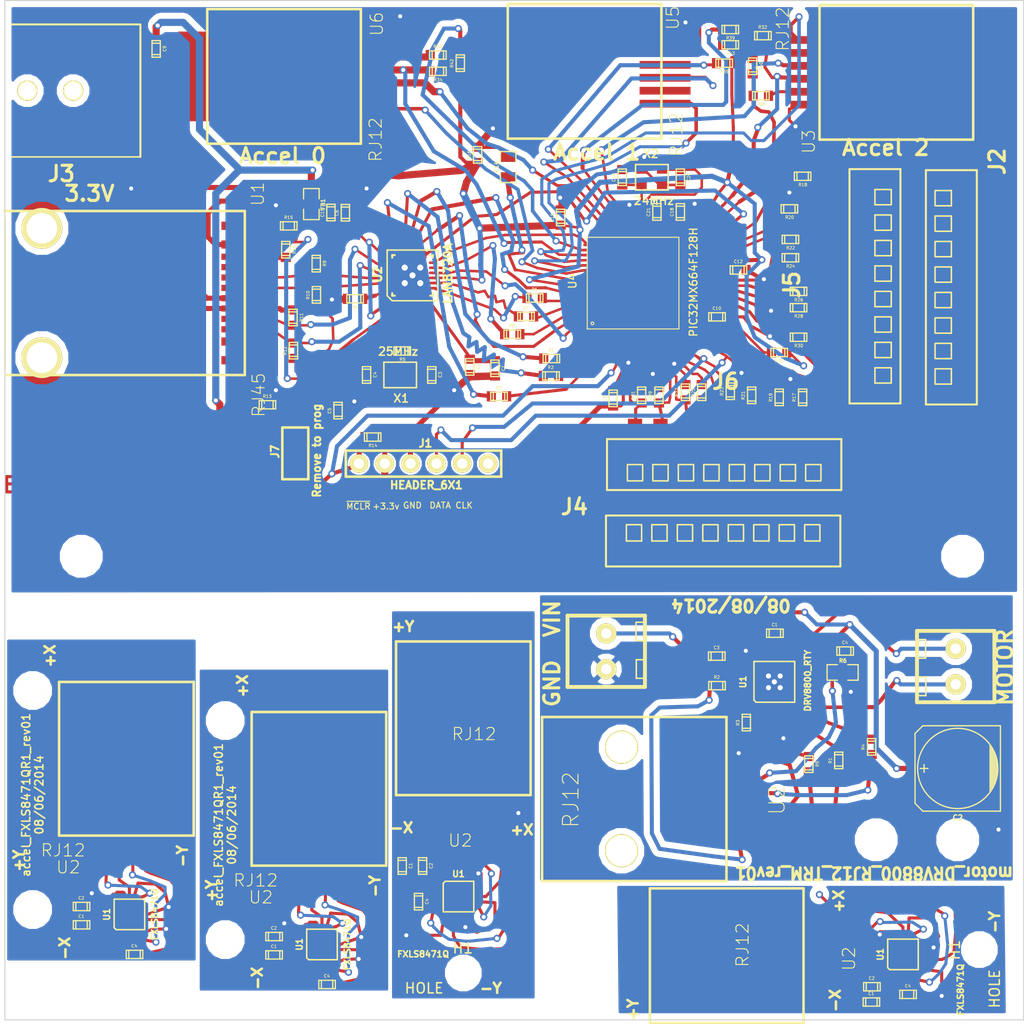
<source format=kicad_pcb>
(kicad_pcb (version 3) (host pcbnew "(2013-08-24 BZR 4298)-stable")
  (layers (15 F.Cu signal) (0 B.Cu signal) (18 B.Paste user) (19 F.Paste user) (20 B.SilkS user) (21 F.SilkS user) (22 B.Mask user) (23 F.Mask user) (28 Edge.Cuts user))
  (net 0 "")
  (net 1 +3.3v)
  (net 2 ACCEL1_VDD)
  (net 3 ACCEL2_VDD)
  (net 4 ACCEL3_VDD)
  (net 5 AVDD)
  (net 6 CS)
  (net 7 ECRSDV)
  (net 8 EMDC)
  (net 9 EMDIO)
  (net 10 EREFCLK)
  (net 11 ERXD0)
  (net 12 ERXD1)
  (net 13 ERXERR)
  (net 14 ETXD0)
  (net 15 ETXD1)
  (net 16 ETXEN)
  (net 17 GND)
  (net 18 GreenLED)
  (net 19 ICSPCLK_RB1)
  (net 20 ICSPDAT_RB0)
  (net 21 INT0)
  (net 22 INT1)
  (net 23 INT2)
  (net 24 INT4)
  (net 25 MODE)
  (net 26 Motor1OutA)
  (net 27 Motor1OutB)
  (net 28 N-0000011)
  (net 29 N-0000013)
  (net 30 N-0000014)
  (net 31 N-0000017)
  (net 32 N-000002)
  (net 33 N-0000020)
  (net 34 N-0000021)
  (net 35 N-0000022)
  (net 36 N-0000023)
  (net 37 N-000003)
  (net 38 N-0000031)
  (net 39 N-0000032)
  (net 40 N-0000035)
  (net 41 N-0000040)
  (net 42 N-0000044)
  (net 43 N-0000057)
  (net 44 N-000006)
  (net 45 N-0000067)
  (net 46 N-0000068)
  (net 47 N-0000069)
  (net 48 N-0000071)
  (net 49 N-0000072)
  (net 50 N-0000073)
  (net 51 N-0000076)
  (net 52 N-000008)
  (net 53 N-0000083)
  (net 54 N-0000085)
  (net 55 N-0000088)
  (net 56 PHASE)
  (net 57 PWM)
  (net 58 RB10)
  (net 59 RB11)
  (net 60 RB12)
  (net 61 RB13)
  (net 62 RB14)
  (net 63 RB2)
  (net 64 RB3)
  (net 65 RB4)
  (net 66 RB5)
  (net 67 RB6)
  (net 68 RB7)
  (net 69 RB8)
  (net 70 RB9)
  (net 71 RXN)
  (net 72 RXP)
  (net 73 SCL)
  (net 74 SCL1)
  (net 75 SCL3)
  (net 76 SCL5)
  (net 77 SDA)
  (net 78 SDA1)
  (net 79 SDA3)
  (net 80 SDA5)
  (net 81 TXN)
  (net 82 TXP)
  (net 83 VDD)
  (net 84 Vdd)
  (net 85 Vin)
  (net 86 YellowLED)
  (net 87 nRST)
  (net 88 ~MCLR~)
  (module TED_QFN16_3x5 (layer F.Cu) (at 175.15 156.075 90)
    (fp_text reference U1 (at 0 -2.22 90) (layer F.SilkS) (effects (font (size 0.6 0.6))))
    (fp_text value FXLS8471Q (at -3.475 5.65 90) (layer F.SilkS) (effects (font (size 0.6 0.6))))
    (pad 2 smd rect (at -1.275 -0.5 90) (size 0.8 0.3) (layers F.Cu F.Paste F.Mask) (net 28 N-0000011))
    (pad 1 smd rect (at -1.275 -1 90) (size 0.8 0.3) (layers F.Cu F.Paste F.Mask) (net 84 Vdd))
    (pad 13 smd rect (at 1.275 -1 90) (size 0.8 0.3) (layers F.Cu F.Paste F.Mask) (net 17 GND))
    (pad 3 smd rect (at -1.275 -0.005 90) (size 0.8 0.3) (layers F.Cu F.Paste F.Mask) (net 17 GND))
    (pad 4 smd rect (at -1.275 0.5 90) (size 0.8 0.3) (layers F.Cu F.Paste F.Mask) (net 73 SCL))
    (pad 5 smd rect (at -1.275 1 90) (size 0.8 0.3) (layers F.Cu F.Paste F.Mask) (net 17 GND))
    (pad 6 smd rect (at -0.5 1.275 90) (size 0.3 0.8) (layers F.Cu F.Paste F.Mask) (net 77 SDA))
    (pad 7 smd rect (at -0.035 1.275 90) (size 0.3 0.8) (layers F.Cu F.Paste F.Mask) (net 17 GND))
    (pad 8 smd rect (at 0.5 1.275 90) (size 0.3 0.8) (layers F.Cu F.Paste F.Mask))
    (pad 9 smd rect (at 1.275 1 90) (size 0.8 0.3) (layers F.Cu F.Paste F.Mask) (net 23 INT2))
    (pad 10 smd rect (at 1.275 0.5 90) (size 0.8 0.3) (layers F.Cu F.Paste F.Mask) (net 17 GND))
    (pad 11 smd rect (at 1.275 -0.005 90) (size 0.8 0.3) (layers F.Cu F.Paste F.Mask) (net 22 INT1))
    (pad 12 smd rect (at 1.275 -0.5 90) (size 0.8 0.3) (layers F.Cu F.Paste F.Mask) (net 17 GND))
    (pad 14 smd rect (at 0.5 -1.275 90) (size 0.3 0.8) (layers F.Cu F.Paste F.Mask) (net 84 Vdd))
    (pad 15 smd rect (at -0.015 -1.275 90) (size 0.3 0.8) (layers F.Cu F.Paste F.Mask))
    (pad 16 smd rect (at -0.5 -1.275 90) (size 0.3 0.8) (layers F.Cu F.Paste F.Mask))
  )
  (module TED_Hole_2_4mm (layer F.Cu) (at 182.65 155.6 90)
    (fp_text reference H1 (at -0.05 -2.425 90) (layer F.SilkS))
    (fp_text value HOLE (at -3.85 1.5 90) (layer F.SilkS))
    (pad "" np_thru_hole circle (at 0 0 90) (size 2.4 2.4) (drill 2.4) (layers *.Cu *.Mask F.SilkS))
  )
  (module TED_RJ12_855135002 (layer F.Cu) (at 157.85 156.2 90)
    (fp_text reference U2 (at -0.3 12 90) (layer F.SilkS) (effects (font (size 1.2 1.2) (thickness 0.09906))))
    (fp_text value RJ12 (at 1.05 1.55 90) (layer F.SilkS) (effects (font (size 1.2 1.2) (thickness 0.09906))))
    (pad 6 smd rect (at -3.175 7.9 90) (size 0.76 5) (layers F.Cu F.Paste F.Mask) (net 84 Vdd) (clearance 0.2))
    (pad 4 smd rect (at -0.635 7.9 90) (size 0.76 5) (layers F.Cu F.Paste F.Mask) (net 22 INT1) (clearance 0.2))
    (pad 2 smd rect (at 1.905 7.9 90) (size 0.76 5) (layers F.Cu F.Paste F.Mask) (net 77 SDA) (clearance 0.2))
    (pad 3 smd rect (at 0.635 7.9 90) (size 0.76 5) (layers F.Cu F.Paste F.Mask) (net 73 SCL) (clearance 0.2))
    (pad 1 smd rect (at 3.175 7.9 90) (size 0.76 5) (layers F.Cu F.Paste F.Mask) (net 17 GND) (clearance 0.2))
    (pad 5 smd rect (at -1.905 7.9 90) (size 0.76 5) (layers F.Cu F.Paste F.Mask) (net 23 INT2) (clearance 0.2))
    (pad PAD smd rect (at 0 -8.15 90) (size 8.8 4.5) (layers F.Cu F.Paste F.Mask))
  )
  (module TED_SM0603 (layer F.Cu) (at 175.65 160)
    (fp_text reference C4 (at -0.02 -0.83) (layer F.SilkS) (effects (font (size 0.3 0.3) (thickness 0.05))))
    (fp_text value .1uF hide)
    (pad 2 smd rect (at 0.75184 0) (size 0.89916 1.00076) (layers F.Cu F.Paste F.Mask) (net 17 GND) (clearance 0.1))
    (pad 1 smd rect (at -0.75184 0) (size 0.89916 1.00076) (layers F.Cu F.Paste F.Mask) (net 28 N-0000011) (clearance 0.1))
  )
  (module TED_SM0603 (layer F.Cu) (at 172.1 159.25)
    (fp_text reference C2 (at -0.02 -0.83) (layer F.SilkS) (effects (font (size 0.3 0.3) (thickness 0.05))))
    (fp_text value .1uF hide)
    (pad 2 smd rect (at 0.75184 0) (size 0.89916 1.00076) (layers F.Cu F.Paste F.Mask) (net 17 GND) (clearance 0.1))
    (pad 1 smd rect (at -0.75184 0) (size 0.89916 1.00076) (layers F.Cu F.Paste F.Mask) (net 84 Vdd) (clearance 0.1))
  )
  (module TED_SM0603 (layer F.Cu) (at 172.05 160.75)
    (fp_text reference C1 (at -0.02 -0.83) (layer F.SilkS) (effects (font (size 0.3 0.3) (thickness 0.05))))
    (fp_text value 1uF hide)
    (pad 2 smd rect (at 0.75184 0) (size 0.89916 1.00076) (layers F.Cu F.Paste F.Mask) (net 17 GND) (clearance 0.1))
    (pad 1 smd rect (at -0.75184 0) (size 0.89916 1.00076) (layers F.Cu F.Paste F.Mask) (net 84 Vdd) (clearance 0.1))
  )
  (module TED_SM0603 (layer F.Cu) (at 113.425 156.125)
    (fp_text reference C1 (at -0.02 -0.83) (layer F.SilkS) (effects (font (size 0.3 0.3) (thickness 0.05))))
    (fp_text value 1uF hide)
    (pad 2 smd rect (at 0.75184 0) (size 0.89916 1.00076) (layers F.Cu F.Paste F.Mask) (net 17 GND) (clearance 0.1))
    (pad 1 smd rect (at -0.75184 0) (size 0.89916 1.00076) (layers F.Cu F.Paste F.Mask) (net 84 Vdd) (clearance 0.1))
  )
  (module TED_SM0603 (layer F.Cu) (at 113.425 154.325)
    (fp_text reference C2 (at -0.02 -0.83) (layer F.SilkS) (effects (font (size 0.3 0.3) (thickness 0.05))))
    (fp_text value .1uF hide)
    (pad 2 smd rect (at 0.75184 0) (size 0.89916 1.00076) (layers F.Cu F.Paste F.Mask) (net 17 GND) (clearance 0.1))
    (pad 1 smd rect (at -0.75184 0) (size 0.89916 1.00076) (layers F.Cu F.Paste F.Mask) (net 84 Vdd) (clearance 0.1))
  )
  (module TED_SM0603 (layer F.Cu) (at 118.625 159.025)
    (fp_text reference C4 (at -0.02 -0.83) (layer F.SilkS) (effects (font (size 0.3 0.3) (thickness 0.05))))
    (fp_text value .1uF hide)
    (pad 2 smd rect (at 0.75184 0) (size 0.89916 1.00076) (layers F.Cu F.Paste F.Mask) (net 17 GND) (clearance 0.1))
    (pad 1 smd rect (at -0.75184 0) (size 0.89916 1.00076) (layers F.Cu F.Paste F.Mask) (net 28 N-0000011) (clearance 0.1))
  )
  (module TED_RJ12_855135002 (layer F.Cu) (at 117.825 139.825)
    (fp_text reference U2 (at -5.7 10.65) (layer F.SilkS) (effects (font (size 1.2 1.2) (thickness 0.09906))))
    (fp_text value RJ12 (at -6.21 8.99) (layer F.SilkS) (effects (font (size 1.2 1.2) (thickness 0.09906))))
    (pad 6 smd rect (at -3.175 7.9) (size 0.76 5) (layers F.Cu F.Paste F.Mask) (net 84 Vdd) (clearance 0.2))
    (pad 4 smd rect (at -0.635 7.9) (size 0.76 5) (layers F.Cu F.Paste F.Mask) (net 22 INT1) (clearance 0.2))
    (pad 2 smd rect (at 1.905 7.9) (size 0.76 5) (layers F.Cu F.Paste F.Mask) (net 77 SDA) (clearance 0.2))
    (pad 3 smd rect (at 0.635 7.9) (size 0.76 5) (layers F.Cu F.Paste F.Mask) (net 73 SCL) (clearance 0.2))
    (pad 1 smd rect (at 3.175 7.9) (size 0.76 5) (layers F.Cu F.Paste F.Mask) (net 17 GND) (clearance 0.2))
    (pad 5 smd rect (at -1.905 7.9) (size 0.76 5) (layers F.Cu F.Paste F.Mask) (net 23 INT2) (clearance 0.2))
    (pad PAD smd rect (at 0 -8.15) (size 8.8 4.5) (layers F.Cu F.Paste F.Mask))
  )
  (module TED_Hole_2_6mm (layer F.Cu) (at 108.625 154.625 90)
    (fp_text reference H1 hide)
    (fp_text value HOLE hide)
    (pad "" np_thru_hole circle (at 0 0 90) (size 2.6 2.6) (drill 2.6) (layers *.Cu *.Mask F.SilkS))
  )
  (module TED_Hole_2_6mm (layer F.Cu) (at 108.625 133.125 90)
    (fp_text reference H2 hide)
    (fp_text value HOLE hide)
    (pad "" np_thru_hole circle (at 0 0 90) (size 2.6 2.6) (drill 2.6) (layers *.Cu *.Mask F.SilkS))
  )
  (module TED_QFN16_3x5 (layer F.Cu) (at 118.125 155.1 90)
    (fp_text reference U1 (at 0 -2.22 90) (layer F.SilkS) (effects (font (size 0.6 0.6))))
    (fp_text value FXLS8471Q (at 0 2.49 90) (layer F.SilkS) (effects (font (size 0.6 0.6))))
    (pad 2 smd rect (at -1.275 -0.5 90) (size 0.8 0.3) (layers F.Cu F.Paste F.Mask) (net 28 N-0000011))
    (pad 1 smd rect (at -1.275 -1 90) (size 0.8 0.3) (layers F.Cu F.Paste F.Mask) (net 84 Vdd))
    (pad 13 smd rect (at 1.275 -1 90) (size 0.8 0.3) (layers F.Cu F.Paste F.Mask) (net 17 GND))
    (pad 3 smd rect (at -1.275 -0.005 90) (size 0.8 0.3) (layers F.Cu F.Paste F.Mask) (net 17 GND))
    (pad 4 smd rect (at -1.275 0.5 90) (size 0.8 0.3) (layers F.Cu F.Paste F.Mask) (net 73 SCL))
    (pad 5 smd rect (at -1.275 1 90) (size 0.8 0.3) (layers F.Cu F.Paste F.Mask) (net 17 GND))
    (pad 6 smd rect (at -0.5 1.275 90) (size 0.3 0.8) (layers F.Cu F.Paste F.Mask) (net 77 SDA))
    (pad 7 smd rect (at -0.035 1.275 90) (size 0.3 0.8) (layers F.Cu F.Paste F.Mask) (net 17 GND))
    (pad 8 smd rect (at 0.5 1.275 90) (size 0.3 0.8) (layers F.Cu F.Paste F.Mask))
    (pad 9 smd rect (at 1.275 1 90) (size 0.8 0.3) (layers F.Cu F.Paste F.Mask) (net 23 INT2))
    (pad 10 smd rect (at 1.275 0.5 90) (size 0.8 0.3) (layers F.Cu F.Paste F.Mask) (net 17 GND))
    (pad 11 smd rect (at 1.275 -0.005 90) (size 0.8 0.3) (layers F.Cu F.Paste F.Mask) (net 22 INT1))
    (pad 12 smd rect (at 1.275 -0.5 90) (size 0.8 0.3) (layers F.Cu F.Paste F.Mask) (net 17 GND))
    (pad 14 smd rect (at 0.5 -1.275 90) (size 0.3 0.8) (layers F.Cu F.Paste F.Mask) (net 84 Vdd))
    (pad 15 smd rect (at -0.015 -1.275 90) (size 0.3 0.8) (layers F.Cu F.Paste F.Mask))
    (pad 16 smd rect (at -0.5 -1.275 90) (size 0.3 0.8) (layers F.Cu F.Paste F.Mask))
  )
  (module TED_DC_2.1mm_SMT (layer F.Cu) (at 92.7 71.3 180)
    (fp_text reference J3 (at 0.15748 -8.15848 180) (layer F.SilkS) (effects (font (thickness 0.3048))))
    (fp_text value DC_2.1MM hide)
    (pad "" np_thru_hole circle (at -1.00076 0 180) (size 1.99898 1.99898) (drill 1.69926) (layers *.Cu *.Mask F.SilkS))
    (pad 1 smd rect (at 3.50012 5.4102 180) (size 1.99898 1.99898) (layers F.Cu F.Paste F.Mask) (net 1 +3.3v))
    (pad 1 smd rect (at -2.60096 5.4102 180) (size 1.99898 1.99898) (layers F.Cu F.Paste F.Mask) (net 1 +3.3v))
    (pad 2 smd rect (at 3.50012 -5.41528 180) (size 1.99898 1.99898) (layers F.Cu F.Paste F.Mask) (net 17 GND))
    (pad 3 smd rect (at -2.60096 -5.41528 180) (size 1.99898 1.99898) (layers F.Cu F.Paste F.Mask))
    (pad "" np_thru_hole circle (at 3.50012 0 180) (size 1.99898 1.99898) (drill 1.69926) (layers *.Cu *.Mask F.SilkS))
  )
  (module TED_RJ45_12pin_SMD (layer F.Cu) (at 97.85 91.16 270)
    (fp_text reference U1 (at -9.73 -13.97 270) (layer F.SilkS) (effects (font (size 1.2 1.2) (thickness 0.09906))))
    (fp_text value RJ45 (at 10.01 -14.06 270) (layer F.SilkS) (effects (font (size 1.2 1.2) (thickness 0.09906))))
    (pad 12 smd rect (at -6.6 -12.7 270) (size 0.81 4.6) (layers F.Cu F.Paste F.Mask) (net 18 GreenLED) (clearance 0.2))
    (pad 11 smd rect (at -4.76 -12.7 270) (size 0.81 4.6) (layers F.Cu F.Paste F.Mask) (net 17 GND) (clearance 0.2))
    (pad 10 smd rect (at -3.56 -12.7 270) (size 0.61 4.6) (layers F.Cu F.Paste F.Mask) (net 17 GND) (clearance 0.2))
    (pad 9 smd rect (at -2.54 -12.7 270) (size 0.61 4.6) (layers F.Cu F.Paste F.Mask) (clearance 0.2))
    (pad 7 smd rect (at -0.5 -12.7 270) (size 0.61 4.6) (layers F.Cu F.Paste F.Mask) (net 72 RXP) (clearance 0.2))
    (pad 3 smd rect (at 3.56 -12.7 270) (size 0.61 4.6) (layers F.Cu F.Paste F.Mask) (net 82 TXP) (clearance 0.2))
    (pad 5 smd rect (at 1.52 -12.7 270) (size 0.61 4.6) (layers F.Cu F.Paste F.Mask) (net 5 AVDD) (clearance 0.2))
    (pad 1 smd rect (at 6.6 -12.7 270) (size 0.81 4.6) (layers F.Cu F.Paste F.Mask) (net 86 YellowLED) (clearance 0.2))
    (pad 2 smd rect (at 4.76 -12.7 270) (size 0.81 4.6) (layers F.Cu F.Paste F.Mask) (net 17 GND) (clearance 0.2))
    (pad 6 smd rect (at 0.51 -12.7 270) (size 0.61 4.6) (layers F.Cu F.Paste F.Mask) (net 5 AVDD) (clearance 0.2))
    (pad 4 smd rect (at 2.54 -12.7 270) (size 0.61 4.6) (layers F.Cu F.Paste F.Mask) (net 81 TXN) (clearance 0.2))
    (pad "" np_thru_hole circle (at 6.35 7.22 270) (size 4 4) (drill 3) (layers *.Cu *.Mask F.SilkS) (clearance 0.3))
    (pad "" np_thru_hole circle (at -6.35 7.22 270) (size 4 4) (drill 3) (layers *.Cu *.Mask F.SilkS) (clearance 0.3))
    (pad 8 smd rect (at -1.52 -12.7 270) (size 0.61 4.6) (layers F.Cu F.Paste F.Mask) (net 71 RXN) (clearance 0.2))
    (pad "" connect rect (at -9.3 7.22 270) (size 2.5 3.9) (layers F.Cu F.Mask))
    (pad "" connect rect (at 9.3 7.22 270) (size 2.5 3.9) (layers F.Cu F.Mask))
  )
  (module TED_SM0603 (layer F.Cu) (at 163 97 180)
    (fp_text reference R33 (at -0.02 -0.83 180) (layer F.SilkS) (effects (font (size 0.3 0.3) (thickness 0.05))))
    (fp_text value 10 hide)
    (pad 2 smd rect (at 0.75184 0 180) (size 0.89916 1.00076) (layers F.Cu F.Paste F.Mask) (net 43 N-0000057) (clearance 0.1))
    (pad 1 smd rect (at -0.75184 0 180) (size 0.89916 1.00076) (layers F.Cu F.Paste F.Mask) (net 1 +3.3v) (clearance 0.1))
  )
  (module TED_crystal_TSX3225 (layer F.Cu) (at 150.5 79.8)
    (fp_text reference X2 (at -0.1 -2.3) (layer F.SilkS) (effects (font (size 0.8 0.8))))
    (fp_text value 24MHz (at 0.2 2.3) (layer F.SilkS) (effects (font (size 0.8 0.8))))
    (pad 1 smd rect (at -1 0.75) (size 1 0.8) (layers F.Cu F.Paste F.Mask) (net 33 N-0000020))
    (pad 2 smd rect (at 1 0.75) (size 1 0.8) (layers F.Cu F.Paste F.Mask) (net 17 GND))
    (pad 4 smd rect (at -1 -0.75) (size 1 0.8) (layers F.Cu F.Paste F.Mask) (net 17 GND))
    (pad 3 smd rect (at 1 -0.75) (size 1 0.8) (layers F.Cu F.Paste F.Mask) (net 40 N-0000035))
  )
  (module TED_crystal_TSX3225 (layer F.Cu) (at 125.8 99.2 180)
    (fp_text reference X1 (at -0.1 -2.3 180) (layer F.SilkS) (effects (font (size 0.8 0.8))))
    (fp_text value 25MHz (at 0.2 2.3 180) (layer F.SilkS) (effects (font (size 0.8 0.8))))
    (pad 1 smd rect (at -1 0.75 180) (size 1 0.8) (layers F.Cu F.Paste F.Mask) (net 42 N-0000044))
    (pad 2 smd rect (at 1 0.75 180) (size 1 0.8) (layers F.Cu F.Paste F.Mask) (net 17 GND))
    (pad 4 smd rect (at -1 -0.75 180) (size 1 0.8) (layers F.Cu F.Paste F.Mask) (net 17 GND))
    (pad 3 smd rect (at 1 -0.75 180) (size 1 0.8) (layers F.Cu F.Paste F.Mask) (net 48 N-0000071))
  )
  (module TED_RJ12_855135002 (layer F.Cu) (at 114.4 69.9 90)
    (fp_text reference U6 (at 5.15 9.1 90) (layer F.SilkS) (effects (font (size 1.2 1.2) (thickness 0.09906))))
    (fp_text value RJ12 (at -6.21 8.99 90) (layer F.SilkS) (effects (font (size 1.2 1.2) (thickness 0.09906))))
    (pad 6 smd rect (at -3.175 7.9 90) (size 0.76 5) (layers F.Cu F.Paste F.Mask) (net 2 ACCEL1_VDD) (clearance 0.2))
    (pad 4 smd rect (at -0.635 7.9 90) (size 0.76 5) (layers F.Cu F.Paste F.Mask) (net 21 INT0) (clearance 0.2))
    (pad 2 smd rect (at 1.905 7.9 90) (size 0.76 5) (layers F.Cu F.Paste F.Mask) (net 54 N-0000085) (clearance 0.2))
    (pad 3 smd rect (at 0.635 7.9 90) (size 0.76 5) (layers F.Cu F.Paste F.Mask) (net 75 SCL3) (clearance 0.2))
    (pad 1 smd rect (at 3.175 7.9 90) (size 0.76 5) (layers F.Cu F.Paste F.Mask) (net 17 GND) (clearance 0.2))
    (pad 5 smd rect (at -1.905 7.9 90) (size 0.76 5) (layers F.Cu F.Paste F.Mask) (clearance 0.2))
    (pad PAD smd rect (at 0 -8.15 90) (size 8.8 4.5) (layers F.Cu F.Paste F.Mask))
  )
  (module TED_RJ12_855135002 (layer F.Cu) (at 143.9 69.4 90)
    (fp_text reference U5 (at 5.25 8.65 90) (layer F.SilkS) (effects (font (size 1.2 1.2) (thickness 0.09906))))
    (fp_text value RJ12 (at -6.21 8.99 90) (layer F.SilkS) (effects (font (size 1.2 1.2) (thickness 0.09906))))
    (pad 6 smd rect (at -3.175 7.9 90) (size 0.76 5) (layers F.Cu F.Paste F.Mask) (net 3 ACCEL2_VDD) (clearance 0.2))
    (pad 4 smd rect (at -0.635 7.9 90) (size 0.76 5) (layers F.Cu F.Paste F.Mask) (net 24 INT4) (clearance 0.2))
    (pad 2 smd rect (at 1.905 7.9 90) (size 0.76 5) (layers F.Cu F.Paste F.Mask) (net 53 N-0000083) (clearance 0.2))
    (pad 3 smd rect (at 0.635 7.9 90) (size 0.76 5) (layers F.Cu F.Paste F.Mask) (net 74 SCL1) (clearance 0.2))
    (pad 1 smd rect (at 3.175 7.9 90) (size 0.76 5) (layers F.Cu F.Paste F.Mask) (net 17 GND) (clearance 0.2))
    (pad 5 smd rect (at -1.905 7.9 90) (size 0.76 5) (layers F.Cu F.Paste F.Mask) (clearance 0.2))
    (pad PAD smd rect (at 0 -8.15 90) (size 8.8 4.5) (layers F.Cu F.Paste F.Mask))
  )
  (module TED_RJ12_855135002 (layer F.Cu) (at 174.5 69.5 270)
    (fp_text reference U3 (at 6.8 8.6 270) (layer F.SilkS) (effects (font (size 1.2 1.2) (thickness 0.09906))))
    (fp_text value RJ12 (at -4.25 11.15 270) (layer F.SilkS) (effects (font (size 1.2 1.2) (thickness 0.09906))))
    (pad 6 smd rect (at -3.175 7.9 270) (size 0.76 5) (layers F.Cu F.Paste F.Mask) (net 4 ACCEL3_VDD) (clearance 0.2))
    (pad 4 smd rect (at -0.635 7.9 270) (size 0.76 5) (layers F.Cu F.Paste F.Mask) (net 22 INT1) (clearance 0.2))
    (pad 2 smd rect (at 1.905 7.9 270) (size 0.76 5) (layers F.Cu F.Paste F.Mask) (net 55 N-0000088) (clearance 0.2))
    (pad 3 smd rect (at 0.635 7.9 270) (size 0.76 5) (layers F.Cu F.Paste F.Mask) (net 76 SCL5) (clearance 0.2))
    (pad 1 smd rect (at 3.175 7.9 270) (size 0.76 5) (layers F.Cu F.Paste F.Mask) (net 17 GND) (clearance 0.2))
    (pad 5 smd rect (at -1.905 7.9 270) (size 0.76 5) (layers F.Cu F.Paste F.Mask) (clearance 0.2))
    (pad PAD smd rect (at 0 -8.15 270) (size 8.8 4.5) (layers F.Cu F.Paste F.Mask))
  )
  (module TED_JUMPER_2x1_SMD (layer F.Cu) (at 115.5 106.9 90)
    (fp_text reference J7 (at 0.1778 -1.98628 90) (layer F.SilkS) (effects (font (size 0.762 0.762) (thickness 0.1905))))
    (fp_text value "Remove to prog" (at 0.26924 2.11328 90) (layer F.SilkS) (effects (font (size 0.762 0.762) (thickness 0.1905))))
    (pad 2 smd rect (at 1.27 1.27 90) (size 0.9906 2.54) (layers F.Cu F.Paste F.Mask) (net 41 N-0000040) (clearance 0.508))
    (pad 1 smd rect (at -1.27 -1.27 90) (size 0.9906 2.54) (layers F.Cu F.Paste F.Mask) (net 88 ~MCLR~) (clearance 0.508))
  )
  (module TED_Terminal_8x1_1814760 (layer F.Cu) (at 157.6 108)
    (fp_text reference J6 (at 0.15748 -8.15848) (layer F.SilkS) (effects (font (thickness 0.3048))))
    (fp_text value TERMINAL_8X1 hide)
    (pad 8 smd rect (at 8.75 -2.8) (size 1.4 3.4) (layers F.Cu F.Paste F.Mask) (net 68 RB7))
    (pad 7 smd rect (at 6.25 -2.8) (size 1.4 3.4) (layers F.Cu F.Paste F.Mask) (net 67 RB6))
    (pad 6 smd rect (at 3.75 -2.8) (size 1.4 3.4) (layers F.Cu F.Paste F.Mask) (net 20 ICSPDAT_RB0))
    (pad 1 smd rect (at -8.75 -2.8) (size 1.4 3.4) (layers F.Cu F.Paste F.Mask) (net 66 RB5))
    (pad 3 smd rect (at -3.75 -2.8) (size 1.4 3.4) (layers F.Cu F.Paste F.Mask) (net 64 RB3))
    (pad 2 smd rect (at -6.25 -2.8) (size 1.4 3.4) (layers F.Cu F.Paste F.Mask) (net 65 RB4))
    (pad PAD smd rect (at 11.7 0.35) (size 2.3 5.6) (layers F.Cu F.Paste F.Mask))
    (pad 4 smd rect (at -1.25 -2.8) (size 1.4 3.4) (layers F.Cu F.Paste F.Mask) (net 63 RB2))
    (pad 5 smd rect (at 1.25 -2.8) (size 1.4 3.4) (layers F.Cu F.Paste F.Mask) (net 19 ICSPCLK_RB1))
    (pad PAD smd rect (at -11.7 0.35) (size 2.3 5.6) (layers F.Cu F.Paste F.Mask))
  )
  (module TED_Terminal_8x1_1814760 (layer F.Cu) (at 172.4 90.5 90)
    (fp_text reference J5 (at 0.15748 -8.15848 90) (layer F.SilkS) (effects (font (thickness 0.3048))))
    (fp_text value TERMINAL_8X1 hide)
    (pad 8 smd rect (at 8.75 -2.8 90) (size 1.4 3.4) (layers F.Cu F.Paste F.Mask))
    (pad 7 smd rect (at 6.25 -2.8 90) (size 1.4 3.4) (layers F.Cu F.Paste F.Mask) (net 62 RB14))
    (pad 6 smd rect (at 3.75 -2.8 90) (size 1.4 3.4) (layers F.Cu F.Paste F.Mask) (net 61 RB13))
    (pad 1 smd rect (at -8.75 -2.8 90) (size 1.4 3.4) (layers F.Cu F.Paste F.Mask) (net 69 RB8))
    (pad 3 smd rect (at -3.75 -2.8 90) (size 1.4 3.4) (layers F.Cu F.Paste F.Mask) (net 58 RB10))
    (pad 2 smd rect (at -6.25 -2.8 90) (size 1.4 3.4) (layers F.Cu F.Paste F.Mask) (net 70 RB9))
    (pad PAD smd rect (at 11.7 0.35 90) (size 2.3 5.6) (layers F.Cu F.Paste F.Mask))
    (pad 4 smd rect (at -1.25 -2.8 90) (size 1.4 3.4) (layers F.Cu F.Paste F.Mask) (net 59 RB11))
    (pad 5 smd rect (at 1.25 -2.8 90) (size 1.4 3.4) (layers F.Cu F.Paste F.Mask) (net 60 RB12))
    (pad PAD smd rect (at -11.7 0.35 90) (size 2.3 5.6) (layers F.Cu F.Paste F.Mask))
  )
  (module TED_Terminal_8x1_1814760 (layer F.Cu) (at 157.5 115.5 180)
    (fp_text reference J4 (at 14.6 3.35 180) (layer F.SilkS) (effects (font (thickness 0.3048))))
    (fp_text value TERMINAL_8X1 hide)
    (pad 8 smd rect (at 8.75 -2.8 180) (size 1.4 3.4) (layers F.Cu F.Paste F.Mask) (net 1 +3.3v))
    (pad 7 smd rect (at 6.25 -2.8 180) (size 1.4 3.4) (layers F.Cu F.Paste F.Mask) (net 1 +3.3v))
    (pad 6 smd rect (at 3.75 -2.8 180) (size 1.4 3.4) (layers F.Cu F.Paste F.Mask) (net 1 +3.3v))
    (pad 1 smd rect (at -8.75 -2.8 180) (size 1.4 3.4) (layers F.Cu F.Paste F.Mask) (net 1 +3.3v))
    (pad 3 smd rect (at -3.75 -2.8 180) (size 1.4 3.4) (layers F.Cu F.Paste F.Mask) (net 1 +3.3v))
    (pad 2 smd rect (at -6.25 -2.8 180) (size 1.4 3.4) (layers F.Cu F.Paste F.Mask) (net 1 +3.3v))
    (pad PAD smd rect (at 11.7 0.35 180) (size 2.3 5.6) (layers F.Cu F.Paste F.Mask))
    (pad 4 smd rect (at -1.25 -2.8 180) (size 1.4 3.4) (layers F.Cu F.Paste F.Mask) (net 1 +3.3v))
    (pad 5 smd rect (at 1.25 -2.8 180) (size 1.4 3.4) (layers F.Cu F.Paste F.Mask) (net 1 +3.3v))
    (pad PAD smd rect (at -11.7 0.35 180) (size 2.3 5.6) (layers F.Cu F.Paste F.Mask))
  )
  (module TED_Terminal_8x1_1814760 (layer F.Cu) (at 179.9 90.6 270)
    (fp_text reference J2 (at -12.35 -4.5 270) (layer F.SilkS) (effects (font (thickness 0.3048))))
    (fp_text value TERMINAL_8X1 hide)
    (pad 8 smd rect (at 8.75 -2.8 270) (size 1.4 3.4) (layers F.Cu F.Paste F.Mask))
    (pad 7 smd rect (at 6.25 -2.8 270) (size 1.4 3.4) (layers F.Cu F.Paste F.Mask) (net 1 +3.3v))
    (pad 6 smd rect (at 3.75 -2.8 270) (size 1.4 3.4) (layers F.Cu F.Paste F.Mask) (net 1 +3.3v))
    (pad 1 smd rect (at -8.75 -2.8 270) (size 1.4 3.4) (layers F.Cu F.Paste F.Mask) (net 1 +3.3v))
    (pad 3 smd rect (at -3.75 -2.8 270) (size 1.4 3.4) (layers F.Cu F.Paste F.Mask) (net 1 +3.3v))
    (pad 2 smd rect (at -6.25 -2.8 270) (size 1.4 3.4) (layers F.Cu F.Paste F.Mask) (net 1 +3.3v))
    (pad PAD smd rect (at 11.7 0.35 270) (size 2.3 5.6) (layers F.Cu F.Paste F.Mask))
    (pad 4 smd rect (at -1.25 -2.8 270) (size 1.4 3.4) (layers F.Cu F.Paste F.Mask) (net 1 +3.3v))
    (pad 5 smd rect (at 1.25 -2.8 270) (size 1.4 3.4) (layers F.Cu F.Paste F.Mask) (net 1 +3.3v))
    (pad PAD smd rect (at -11.7 0.35 270) (size 2.3 5.6) (layers F.Cu F.Paste F.Mask))
  )
  (module TED_Hole_3mm (layer F.Cu) (at 181 117)
    (fp_text reference H2 hide)
    (fp_text value HOLE hide)
    (pad "" np_thru_hole circle (at 0 0) (size 3 3) (drill 3) (layers *.Cu *.Mask F.SilkS))
  )
  (module TED_Hole_3mm (layer F.Cu) (at 94.5 117)
    (fp_text reference H1 hide)
    (fp_text value HOLE hide)
    (pad "" np_thru_hole circle (at 0 0) (size 3 3) (drill 3) (layers *.Cu *.Mask F.SilkS))
  )
  (module TED_SM0805 (layer F.Cu) (at 136.4 78.8 90)
    (fp_text reference C14 (at 0.0254 -1.14808 90) (layer F.SilkS) (effects (font (size 0.381 0.381) (thickness 0.09398))))
    (fp_text value 10uF hide)
    (pad 1 smd rect (at -0.9525 0 90) (size 0.889 1.397) (layers F.Cu F.Paste F.Mask) (net 51 N-0000076))
    (pad 2 smd rect (at 0.9525 0 90) (size 0.889 1.397) (layers F.Cu F.Paste F.Mask) (net 17 GND))
  )
  (module TED_SM0603 (layer F.Cu) (at 114.57 86.91 270)
    (fp_text reference R16 (at -0.02 -0.83 270) (layer F.SilkS) (effects (font (size 0.3 0.3) (thickness 0.05))))
    (fp_text value "10k 1%" hide)
    (pad 2 smd rect (at 0.75184 0 270) (size 0.89916 1.00076) (layers F.Cu F.Paste F.Mask) (net 17 GND) (clearance 0.1))
    (pad 1 smd rect (at -0.75184 0 270) (size 0.89916 1.00076) (layers F.Cu F.Paste F.Mask) (net 34 N-0000021) (clearance 0.1))
  )
  (module TED_SM0603 (layer F.Cu) (at 114.86 84.57)
    (fp_text reference R15 (at -0.02 -0.83) (layer F.SilkS) (effects (font (size 0.3 0.3) (thickness 0.05))))
    (fp_text value 249 hide)
    (pad 2 smd rect (at 0.75184 0) (size 0.89916 1.00076) (layers F.Cu F.Paste F.Mask) (net 34 N-0000021) (clearance 0.1))
    (pad 1 smd rect (at -0.75184 0) (size 0.89916 1.00076) (layers F.Cu F.Paste F.Mask) (net 18 GreenLED) (clearance 0.1))
  )
  (module TED_SM0603 (layer F.Cu) (at 123.1 105.3 180)
    (fp_text reference R14 (at -0.02 -0.83 180) (layer F.SilkS) (effects (font (size 0.3 0.3) (thickness 0.05))))
    (fp_text value 4.7k hide)
    (pad 2 smd rect (at 0.75184 0 180) (size 0.89916 1.00076) (layers F.Cu F.Paste F.Mask) (net 88 ~MCLR~) (clearance 0.1))
    (pad 1 smd rect (at -0.75184 0 180) (size 0.89916 1.00076) (layers F.Cu F.Paste F.Mask) (net 1 +3.3v) (clearance 0.1))
  )
  (module TED_SM0603 (layer F.Cu) (at 112.77 102.13)
    (fp_text reference R13 (at -0.02 -0.83) (layer F.SilkS) (effects (font (size 0.3 0.3) (thickness 0.05))))
    (fp_text value 249 hide)
    (pad 2 smd rect (at 0.75184 0) (size 0.89916 1.00076) (layers F.Cu F.Paste F.Mask) (net 36 N-0000023) (clearance 0.1))
    (pad 1 smd rect (at -0.75184 0) (size 0.89916 1.00076) (layers F.Cu F.Paste F.Mask) (net 86 YellowLED) (clearance 0.1))
  )
  (module TED_SM0603 (layer F.Cu) (at 115.33 96.82 90)
    (fp_text reference R12 (at -0.02 -0.83 90) (layer F.SilkS) (effects (font (size 0.3 0.3) (thickness 0.05))))
    (fp_text value 49.9 hide)
    (pad 2 smd rect (at 0.75184 0 90) (size 0.89916 1.00076) (layers F.Cu F.Paste F.Mask) (net 82 TXP) (clearance 0.1))
    (pad 1 smd rect (at -0.75184 0 90) (size 0.89916 1.00076) (layers F.Cu F.Paste F.Mask) (net 5 AVDD) (clearance 0.1))
  )
  (module TED_SM0603 (layer F.Cu) (at 115.28 93.57 270)
    (fp_text reference R11 (at -0.02 -0.83 270) (layer F.SilkS) (effects (font (size 0.3 0.3) (thickness 0.05))))
    (fp_text value 49.9 hide)
    (pad 2 smd rect (at 0.75184 0 270) (size 0.89916 1.00076) (layers F.Cu F.Paste F.Mask) (net 81 TXN) (clearance 0.1))
    (pad 1 smd rect (at -0.75184 0 270) (size 0.89916 1.00076) (layers F.Cu F.Paste F.Mask) (net 5 AVDD) (clearance 0.1))
  )
  (module TED_SM0603 (layer F.Cu) (at 117.58 91.34 90)
    (fp_text reference R10 (at -0.02 -0.83 90) (layer F.SilkS) (effects (font (size 0.3 0.3) (thickness 0.05))))
    (fp_text value 49.9 hide)
    (pad 2 smd rect (at 0.75184 0 90) (size 0.89916 1.00076) (layers F.Cu F.Paste F.Mask) (net 72 RXP) (clearance 0.1))
    (pad 1 smd rect (at -0.75184 0 90) (size 0.89916 1.00076) (layers F.Cu F.Paste F.Mask) (net 5 AVDD) (clearance 0.1))
  )
  (module TED_SM0603 (layer F.Cu) (at 117.56 88.28 270)
    (fp_text reference R9 (at -0.02 -0.83 270) (layer F.SilkS) (effects (font (size 0.3 0.3) (thickness 0.05))))
    (fp_text value 49.9 hide)
    (pad 2 smd rect (at 0.75184 0 270) (size 0.89916 1.00076) (layers F.Cu F.Paste F.Mask) (net 71 RXN) (clearance 0.1))
    (pad 1 smd rect (at -0.75184 0 270) (size 0.89916 1.00076) (layers F.Cu F.Paste F.Mask) (net 5 AVDD) (clearance 0.1))
  )
  (module TED_SM0603 (layer F.Cu) (at 136.8 95.2)
    (fp_text reference R8 (at -0.02 -0.83) (layer F.SilkS) (effects (font (size 0.3 0.3) (thickness 0.05))))
    (fp_text value 33 hide)
    (pad 2 smd rect (at 0.75184 0) (size 0.89916 1.00076) (layers F.Cu F.Paste F.Mask) (net 7 ECRSDV) (clearance 0.1))
    (pad 1 smd rect (at -0.75184 0) (size 0.89916 1.00076) (layers F.Cu F.Paste F.Mask) (net 50 N-0000073) (clearance 0.1))
  )
  (module TED_SM0603 (layer F.Cu) (at 138.15 93.45)
    (fp_text reference R7 (at -0.02 -0.83) (layer F.SilkS) (effects (font (size 0.3 0.3) (thickness 0.05))))
    (fp_text value 33 hide)
    (pad 2 smd rect (at 0.75184 0) (size 0.89916 1.00076) (layers F.Cu F.Paste F.Mask) (net 11 ERXD0) (clearance 0.1))
    (pad 1 smd rect (at -0.75184 0) (size 0.89916 1.00076) (layers F.Cu F.Paste F.Mask) (net 38 N-0000031) (clearance 0.1))
  )
  (module TED_SM0603 (layer F.Cu) (at 139 91.65)
    (fp_text reference R6 (at -0.02 -0.83) (layer F.SilkS) (effects (font (size 0.3 0.3) (thickness 0.05))))
    (fp_text value 33 hide)
    (pad 2 smd rect (at 0.75184 0) (size 0.89916 1.00076) (layers F.Cu F.Paste F.Mask) (net 12 ERXD1) (clearance 0.1))
    (pad 1 smd rect (at -0.75184 0) (size 0.89916 1.00076) (layers F.Cu F.Paste F.Mask) (net 39 N-0000032) (clearance 0.1))
  )
  (module TED_SM0603 (layer F.Cu) (at 126 96.85 180)
    (fp_text reference R5 (at -0.02 -0.83 180) (layer F.SilkS) (effects (font (size 0.3 0.3) (thickness 0.05))))
    (fp_text value 1M hide)
    (pad 2 smd rect (at 0.75184 0 180) (size 0.89916 1.00076) (layers F.Cu F.Paste F.Mask) (net 48 N-0000071) (clearance 0.1))
    (pad 1 smd rect (at -0.75184 0 180) (size 0.89916 1.00076) (layers F.Cu F.Paste F.Mask) (net 42 N-0000044) (clearance 0.1))
  )
  (module TED_SM0603 (layer F.Cu) (at 135.5 101.3)
    (fp_text reference R3 (at -0.02 -0.83) (layer F.SilkS) (effects (font (size 0.3 0.3) (thickness 0.05))))
    (fp_text value 33 hide)
    (pad 2 smd rect (at 0.75184 0) (size 0.89916 1.00076) (layers F.Cu F.Paste F.Mask) (net 15 ETXD1) (clearance 0.1))
    (pad 1 smd rect (at -0.75184 0) (size 0.89916 1.00076) (layers F.Cu F.Paste F.Mask) (net 47 N-0000069) (clearance 0.1))
  )
  (module TED_SM0603 (layer F.Cu) (at 140.6 99.3)
    (fp_text reference R2 (at -0.02 -0.83) (layer F.SilkS) (effects (font (size 0.3 0.3) (thickness 0.05))))
    (fp_text value 33 hide)
    (pad 2 smd rect (at 0.75184 0) (size 0.89916 1.00076) (layers F.Cu F.Paste F.Mask) (net 14 ETXD0) (clearance 0.1))
    (pad 1 smd rect (at -0.75184 0) (size 0.89916 1.00076) (layers F.Cu F.Paste F.Mask) (net 46 N-0000068) (clearance 0.1))
  )
  (module TED_SM0603 (layer F.Cu) (at 140.64 97.59)
    (fp_text reference R1 (at -0.02 -0.83) (layer F.SilkS) (effects (font (size 0.3 0.3) (thickness 0.05))))
    (fp_text value 33 hide)
    (pad 2 smd rect (at 0.75184 0) (size 0.89916 1.00076) (layers F.Cu F.Paste F.Mask) (net 16 ETXEN) (clearance 0.1))
    (pad 1 smd rect (at -0.75184 0) (size 0.89916 1.00076) (layers F.Cu F.Paste F.Mask) (net 45 N-0000067) (clearance 0.1))
  )
  (module TED_SM0603 (layer F.Cu) (at 151 83.2 90)
    (fp_text reference C21 (at -0.02 -0.83 90) (layer F.SilkS) (effects (font (size 0.3 0.3) (thickness 0.05))))
    (fp_text value .1uF hide)
    (pad 2 smd rect (at 0.75184 0 90) (size 0.89916 1.00076) (layers F.Cu F.Paste F.Mask) (net 17 GND) (clearance 0.1))
    (pad 1 smd rect (at -0.75184 0 90) (size 0.89916 1.00076) (layers F.Cu F.Paste F.Mask) (net 1 +3.3v) (clearance 0.1))
  )
  (module TED_SM0603 (layer F.Cu) (at 153.3 79.8 270)
    (fp_text reference C20 (at -0.02 -0.83 270) (layer F.SilkS) (effects (font (size 0.3 0.3) (thickness 0.05))))
    (fp_text value 9pF hide)
    (pad 2 smd rect (at 0.75184 0 270) (size 0.89916 1.00076) (layers F.Cu F.Paste F.Mask) (net 17 GND) (clearance 0.1))
    (pad 1 smd rect (at -0.75184 0 270) (size 0.89916 1.00076) (layers F.Cu F.Paste F.Mask) (net 40 N-0000035) (clearance 0.1))
  )
  (module TED_SM0603 (layer F.Cu) (at 147.6 79.8 90)
    (fp_text reference C19 (at -0.02 -0.83 90) (layer F.SilkS) (effects (font (size 0.3 0.3) (thickness 0.05))))
    (fp_text value 9pF hide)
    (pad 2 smd rect (at 0.75184 0 90) (size 0.89916 1.00076) (layers F.Cu F.Paste F.Mask) (net 17 GND) (clearance 0.1))
    (pad 1 smd rect (at -0.75184 0 90) (size 0.89916 1.00076) (layers F.Cu F.Paste F.Mask) (net 33 N-0000020) (clearance 0.1))
  )
  (module TED_SM0603 (layer F.Cu) (at 153.3 83.2 90)
    (fp_text reference C18 (at -0.02 -0.83 90) (layer F.SilkS) (effects (font (size 0.3 0.3) (thickness 0.05))))
    (fp_text value .1uF hide)
    (pad 2 smd rect (at 0.75184 0 90) (size 0.89916 1.00076) (layers F.Cu F.Paste F.Mask) (net 17 GND) (clearance 0.1))
    (pad 1 smd rect (at -0.75184 0 90) (size 0.89916 1.00076) (layers F.Cu F.Paste F.Mask) (net 1 +3.3v) (clearance 0.1))
  )
  (module TED_SM0603 (layer F.Cu) (at 159 88.9)
    (fp_text reference C12 (at -0.02 -0.83) (layer F.SilkS) (effects (font (size 0.3 0.3) (thickness 0.05))))
    (fp_text value .1uF hide)
    (pad 2 smd rect (at 0.75184 0) (size 0.89916 1.00076) (layers F.Cu F.Paste F.Mask) (net 17 GND) (clearance 0.1))
    (pad 1 smd rect (at -0.75184 0) (size 0.89916 1.00076) (layers F.Cu F.Paste F.Mask) (net 1 +3.3v) (clearance 0.1))
  )
  (module TED_SM0603 (layer F.Cu) (at 141.55 83.75 90)
    (fp_text reference C11 (at -0.02 -0.83 90) (layer F.SilkS) (effects (font (size 0.3 0.3) (thickness 0.05))))
    (fp_text value .1uF hide)
    (pad 2 smd rect (at 0.75184 0 90) (size 0.89916 1.00076) (layers F.Cu F.Paste F.Mask) (net 17 GND) (clearance 0.1))
    (pad 1 smd rect (at -0.75184 0 90) (size 0.89916 1.00076) (layers F.Cu F.Paste F.Mask) (net 1 +3.3v) (clearance 0.1))
  )
  (module TED_SM0603 (layer F.Cu) (at 156.9 93.5)
    (fp_text reference C10 (at -0.02 -0.83) (layer F.SilkS) (effects (font (size 0.3 0.3) (thickness 0.05))))
    (fp_text value .1uF hide)
    (pad 2 smd rect (at 0.75184 0) (size 0.89916 1.00076) (layers F.Cu F.Paste F.Mask) (net 17 GND) (clearance 0.1))
    (pad 1 smd rect (at -0.75184 0) (size 0.89916 1.00076) (layers F.Cu F.Paste F.Mask) (net 43 N-0000057) (clearance 0.1))
  )
  (module TED_SM0603 (layer F.Cu) (at 101.85 67.2 270)
    (fp_text reference C9 (at -0.02 -0.83 270) (layer F.SilkS) (effects (font (size 0.3 0.3) (thickness 0.05))))
    (fp_text value 4.7uF hide)
    (pad 2 smd rect (at 0.75184 0 270) (size 0.89916 1.00076) (layers F.Cu F.Paste F.Mask) (net 17 GND) (clearance 0.1))
    (pad 1 smd rect (at -0.75184 0 270) (size 0.89916 1.00076) (layers F.Cu F.Paste F.Mask) (net 1 +3.3v) (clearance 0.1))
  )
  (module TED_SM0603 (layer F.Cu) (at 146.7 101.5 90)
    (fp_text reference C8 (at -0.02 -0.83 90) (layer F.SilkS) (effects (font (size 0.3 0.3) (thickness 0.05))))
    (fp_text value .1uF hide)
    (pad 2 smd rect (at 0.75184 0 90) (size 0.89916 1.00076) (layers F.Cu F.Paste F.Mask) (net 17 GND) (clearance 0.1))
    (pad 1 smd rect (at -0.75184 0 90) (size 0.89916 1.00076) (layers F.Cu F.Paste F.Mask) (net 1 +3.3v) (clearance 0.1))
  )
  (module TED_SM0603 (layer F.Cu) (at 120.42 83.28 90)
    (fp_text reference C6 (at -0.02 -0.83 90) (layer F.SilkS) (effects (font (size 0.3 0.3) (thickness 0.05))))
    (fp_text value .1uF hide)
    (pad 2 smd rect (at 0.75184 0 90) (size 0.89916 1.00076) (layers F.Cu F.Paste F.Mask) (net 17 GND) (clearance 0.1))
    (pad 1 smd rect (at -0.75184 0 90) (size 0.89916 1.00076) (layers F.Cu F.Paste F.Mask) (net 5 AVDD) (clearance 0.1))
  )
  (module TED_SM0603 (layer F.Cu) (at 119.7 102.7 90)
    (fp_text reference C5 (at -0.02 -0.83 90) (layer F.SilkS) (effects (font (size 0.3 0.3) (thickness 0.05))))
    (fp_text value .1uF hide)
    (pad 2 smd rect (at 0.75184 0 90) (size 0.89916 1.00076) (layers F.Cu F.Paste F.Mask) (net 17 GND) (clearance 0.1))
    (pad 1 smd rect (at -0.75184 0 90) (size 0.89916 1.00076) (layers F.Cu F.Paste F.Mask) (net 41 N-0000040) (clearance 0.1))
  )
  (module TED_SM0603 (layer F.Cu) (at 122.5 99.2 270)
    (fp_text reference C4 (at -0.02 -0.83 270) (layer F.SilkS) (effects (font (size 0.3 0.3) (thickness 0.05))))
    (fp_text value 18pF hide)
    (pad 2 smd rect (at 0.75184 0 270) (size 0.89916 1.00076) (layers F.Cu F.Paste F.Mask) (net 48 N-0000071) (clearance 0.1))
    (pad 1 smd rect (at -0.75184 0 270) (size 0.89916 1.00076) (layers F.Cu F.Paste F.Mask) (net 17 GND) (clearance 0.1))
  )
  (module TED_SM0603 (layer F.Cu) (at 128.9 99.2 270)
    (fp_text reference C3 (at -0.02 -0.83 270) (layer F.SilkS) (effects (font (size 0.3 0.3) (thickness 0.05))))
    (fp_text value 18pF hide)
    (pad 2 smd rect (at 0.75184 0 270) (size 0.89916 1.00076) (layers F.Cu F.Paste F.Mask) (net 17 GND) (clearance 0.1))
    (pad 1 smd rect (at -0.75184 0 270) (size 0.89916 1.00076) (layers F.Cu F.Paste F.Mask) (net 42 N-0000044) (clearance 0.1))
  )
  (module TED_SM0603 (layer F.Cu) (at 135.1 98.55 270)
    (fp_text reference C1 (at -0.02 -0.83 270) (layer F.SilkS) (effects (font (size 0.3 0.3) (thickness 0.05))))
    (fp_text value .1uF hide)
    (pad 2 smd rect (at 0.75184 0 270) (size 0.89916 1.00076) (layers F.Cu F.Paste F.Mask) (net 17 GND) (clearance 0.1))
    (pad 1 smd rect (at -0.75184 0 270) (size 0.89916 1.00076) (layers F.Cu F.Paste F.Mask) (net 49 N-0000072) (clearance 0.1))
  )
  (module TED_SM0805 (layer F.Cu) (at 117.08 82.43 270)
    (fp_text reference FB1 (at 0.0254 -1.14808 270) (layer F.SilkS) (effects (font (size 0.381 0.381) (thickness 0.09398))))
    (fp_text value 500mA hide)
    (pad 1 smd rect (at -0.9525 0 270) (size 0.889 1.397) (layers F.Cu F.Paste F.Mask) (net 1 +3.3v))
    (pad 2 smd rect (at 0.9525 0 270) (size 0.889 1.397) (layers F.Cu F.Paste F.Mask) (net 5 AVDD))
  )
  (module TED_SM0603 (layer F.Cu) (at 121.38 91.73 180)
    (fp_text reference R4 (at -0.02 -0.83 180) (layer F.SilkS) (effects (font (size 0.3 0.3) (thickness 0.05))))
    (fp_text value "12.1k 1%" hide)
    (pad 2 smd rect (at 0.75184 0 180) (size 0.89916 1.00076) (layers F.Cu F.Paste F.Mask) (net 17 GND) (clearance 0.1))
    (pad 1 smd rect (at -0.75184 0 180) (size 0.89916 1.00076) (layers F.Cu F.Paste F.Mask) (net 35 N-0000022) (clearance 0.1))
  )
  (module TED_QFN24 (layer F.Cu) (at 127.01 89.43 90)
    (fp_text reference U2 (at 0.1 -3.425 90) (layer F.SilkS) (effects (font (size 0.8 0.8) (thickness 0.2))))
    (fp_text value LAN8720A (at 0.175 3.475 90) (layer F.SilkS) (effects (font (size 0.8 0.8) (thickness 0.2))))
    (pad 25 smd rect (at 0 0) (size 2.49936 2.49936) (layers F.Cu F.Paste F.Mask) (net 17 GND))
    (pad 1 smd oval (at -1.99898 -1.24968 90) (size 0.8001 0.24892) (layers F.Cu F.Paste F.Mask) (net 5 AVDD))
    (pad 2 smd oval (at -1.99898 -0.7493 90) (size 0.8001 0.24892) (layers F.Cu F.Paste F.Mask) (net 34 N-0000021))
    (pad 3 smd oval (at -1.99898 -0.24892 90) (size 0.8001 0.24892) (layers F.Cu F.Paste F.Mask) (net 36 N-0000023))
    (pad 4 smd oval (at -1.99898 0.24892 90) (size 0.8001 0.24892) (layers F.Cu F.Paste F.Mask) (net 48 N-0000071))
    (pad 5 smd oval (at -1.99898 0.7493 90) (size 0.8001 0.24892) (layers F.Cu F.Paste F.Mask) (net 42 N-0000044))
    (pad 6 smd oval (at -1.99898 1.24968 90) (size 0.8001 0.24892) (layers F.Cu F.Paste F.Mask) (net 49 N-0000072))
    (pad 7 smd oval (at -1.24968 1.99898 180) (size 0.8001 0.24892) (layers F.Cu F.Paste F.Mask) (net 39 N-0000032))
    (pad 8 smd oval (at -0.7493 1.99898 180) (size 0.8001 0.24892) (layers F.Cu F.Paste F.Mask) (net 38 N-0000031))
    (pad 9 smd oval (at -0.24892 1.99898 180) (size 0.8001 0.24892) (layers F.Cu F.Paste F.Mask) (net 1 +3.3v))
    (pad 10 smd oval (at 0.24892 1.99898 180) (size 0.8001 0.24892) (layers F.Cu F.Paste F.Mask) (net 13 ERXERR))
    (pad 11 smd oval (at 0.7493 1.99898 180) (size 0.8001 0.24892) (layers F.Cu F.Paste F.Mask) (net 50 N-0000073))
    (pad 12 smd oval (at 1.24968 1.99898 180) (size 0.8001 0.24892) (layers F.Cu F.Paste F.Mask) (net 9 EMDIO))
    (pad 13 smd oval (at 1.99898 1.24968 270) (size 0.8001 0.24892) (layers F.Cu F.Paste F.Mask) (net 8 EMDC))
    (pad 14 smd oval (at 1.99898 0.7493 270) (size 0.8001 0.24892) (layers F.Cu F.Paste F.Mask) (net 10 EREFCLK))
    (pad 15 smd oval (at 1.99898 0.24892 270) (size 0.8001 0.24892) (layers F.Cu F.Paste F.Mask) (net 87 nRST))
    (pad 16 smd oval (at 1.99898 -0.24892 270) (size 0.8001 0.24892) (layers F.Cu F.Paste F.Mask) (net 45 N-0000067))
    (pad 17 smd oval (at 1.99898 -0.7493 270) (size 0.8001 0.24892) (layers F.Cu F.Paste F.Mask) (net 46 N-0000068))
    (pad 18 smd oval (at 1.99898 -1.24968 270) (size 0.8001 0.24892) (layers F.Cu F.Paste F.Mask) (net 47 N-0000069))
    (pad 19 smd oval (at 1.24968 -1.99898) (size 0.8001 0.24892) (layers F.Cu F.Paste F.Mask) (net 5 AVDD))
    (pad 20 smd oval (at 0.7493 -1.99898) (size 0.8001 0.24892) (layers F.Cu F.Paste F.Mask) (net 81 TXN))
    (pad 21 smd oval (at 0.24892 -1.99898) (size 0.8001 0.24892) (layers F.Cu F.Paste F.Mask) (net 82 TXP))
    (pad 22 smd oval (at -0.24892 -1.99898) (size 0.8001 0.24892) (layers F.Cu F.Paste F.Mask) (net 71 RXN))
    (pad 23 smd oval (at -0.7493 -1.99898) (size 0.8001 0.24892) (layers F.Cu F.Paste F.Mask) (net 72 RXP))
    (pad 24 smd oval (at -1.24968 -1.99898) (size 0.8001 0.24892) (layers F.Cu F.Paste F.Mask) (net 35 N-0000022))
    (pad 25 thru_hole circle (at 0 0) (size 0.6 0.6) (drill 0.6) (layers *.Cu) (net 17 GND))
    (pad 25 thru_hole circle (at 0.762 -0.762) (size 0.6 0.6) (drill 0.6) (layers *.Cu) (net 17 GND))
    (pad 25 thru_hole circle (at -0.762 -0.762) (size 0.6 0.6) (drill 0.6) (layers *.Cu) (net 17 GND))
    (pad 25 thru_hole circle (at 0.762 0.762) (size 0.6 0.6) (drill 0.6) (layers *.Cu) (net 17 GND))
    (pad 25 thru_hole circle (at -0.762 0.762) (size 0.6 0.6) (drill 0.6) (layers *.Cu) (net 17 GND))
    (pad 25 smd rect (at 0 0) (size 2.49936 2.49936) (layers B.Cu B.Paste B.Mask) (net 17 GND))
  )
  (module TED_SM0603 (layer F.Cu) (at 132.63 98.41 270)
    (fp_text reference C2 (at -0.02 -0.83 270) (layer F.SilkS) (effects (font (size 0.3 0.3) (thickness 0.05))))
    (fp_text value 1uF hide)
    (pad 2 smd rect (at 0.75184 0 270) (size 0.89916 1.00076) (layers F.Cu F.Paste F.Mask) (net 17 GND) (clearance 0.1))
    (pad 1 smd rect (at -0.75184 0 270) (size 0.89916 1.00076) (layers F.Cu F.Paste F.Mask) (net 49 N-0000072) (clearance 0.1))
  )
  (module TED_SM0603 (layer F.Cu) (at 119 83.26 90)
    (fp_text reference C15 (at -0.02 -0.83 90) (layer F.SilkS) (effects (font (size 0.3 0.3) (thickness 0.05))))
    (fp_text value 1uF hide)
    (pad 2 smd rect (at 0.75184 0 90) (size 0.89916 1.00076) (layers F.Cu F.Paste F.Mask) (net 17 GND) (clearance 0.1))
    (pad 1 smd rect (at -0.75184 0 90) (size 0.89916 1.00076) (layers F.Cu F.Paste F.Mask) (net 5 AVDD) (clearance 0.1))
  )
  (module TED_SM0603 (layer F.Cu) (at 133.4 77.6 90)
    (fp_text reference C16 (at -0.02 -0.83 90) (layer F.SilkS) (effects (font (size 0.3 0.3) (thickness 0.05))))
    (fp_text value .1uF hide)
    (pad 2 smd rect (at 0.75184 0 90) (size 0.89916 1.00076) (layers F.Cu F.Paste F.Mask) (net 17 GND) (clearance 0.1))
    (pad 1 smd rect (at -0.75184 0 90) (size 0.89916 1.00076) (layers F.Cu F.Paste F.Mask) (net 1 +3.3v) (clearance 0.1))
  )
  (module TED_HEADER_6x1_BOTTOM (layer F.Cu) (at 128.1 107.9)
    (fp_text reference J1 (at 0.1778 -1.98628) (layer F.SilkS) (effects (font (size 0.762 0.762) (thickness 0.1905))))
    (fp_text value HEADER_6X1 (at 0.26924 2.11328) (layer F.SilkS) (effects (font (size 0.762 0.762) (thickness 0.1905))))
    (pad 5 thru_hole circle (at 3.78968 0) (size 1.8 1.8) (drill 1) (layers *.Mask F.Cu F.SilkS) (net 19 ICSPCLK_RB1))
    (pad 6 thru_hole circle (at 6.32968 0) (size 1.8 1.8) (drill 1) (layers *.Mask F.Cu F.SilkS))
    (pad 1 thru_hole circle (at -6.35 0) (size 1.8 1.8) (drill 1) (layers *.Mask F.Cu F.SilkS) (net 88 ~MCLR~))
    (pad 2 thru_hole circle (at -3.81 0) (size 1.8 1.8) (drill 1) (layers *.Mask F.Cu F.SilkS) (net 1 +3.3v))
    (pad 4 thru_hole circle (at 1.25984 0) (size 1.8 1.8) (drill 1) (layers *.Mask F.Cu F.SilkS) (net 20 ICSPDAT_RB0))
    (pad 3 thru_hole circle (at -1.28016 0) (size 1.8 1.8) (drill 1) (layers *.Mask F.Cu F.SilkS) (net 17 GND))
  )
  (module TED_SM0603 (layer F.Cu) (at 165.3 101.4 90)
    (fp_text reference R17 (at -0.02 -0.83 90) (layer F.SilkS) (effects (font (size 0.3 0.3) (thickness 0.05))))
    (fp_text value 1k hide)
    (pad 2 smd rect (at 0.75184 0 90) (size 0.89916 1.00076) (layers F.Cu F.Paste F.Mask) (net 17 GND) (clearance 0.1))
    (pad 1 smd rect (at -0.75184 0 90) (size 0.89916 1.00076) (layers F.Cu F.Paste F.Mask) (net 68 RB7) (clearance 0.1))
  )
  (module TED_SM0603 (layer F.Cu) (at 165.3 79.7 180)
    (fp_text reference R18 (at -0.02 -0.83 180) (layer F.SilkS) (effects (font (size 0.3 0.3) (thickness 0.05))))
    (fp_text value 1k hide)
    (pad 2 smd rect (at 0.75184 0 180) (size 0.89916 1.00076) (layers F.Cu F.Paste F.Mask) (net 17 GND) (clearance 0.1))
    (pad 1 smd rect (at -0.75184 0 180) (size 0.89916 1.00076) (layers F.Cu F.Paste F.Mask) (net 62 RB14) (clearance 0.1))
  )
  (module TED_SM0603 (layer F.Cu) (at 163 101.4 90)
    (fp_text reference R19 (at -0.02 -0.83 90) (layer F.SilkS) (effects (font (size 0.3 0.3) (thickness 0.05))))
    (fp_text value 1k hide)
    (pad 2 smd rect (at 0.75184 0 90) (size 0.89916 1.00076) (layers F.Cu F.Paste F.Mask) (net 17 GND) (clearance 0.1))
    (pad 1 smd rect (at -0.75184 0 90) (size 0.89916 1.00076) (layers F.Cu F.Paste F.Mask) (net 67 RB6) (clearance 0.1))
  )
  (module TED_SM0603 (layer F.Cu) (at 164 82.9 180)
    (fp_text reference R20 (at -0.02 -0.83 180) (layer F.SilkS) (effects (font (size 0.3 0.3) (thickness 0.05))))
    (fp_text value 1k hide)
    (pad 2 smd rect (at 0.75184 0 180) (size 0.89916 1.00076) (layers F.Cu F.Paste F.Mask) (net 17 GND) (clearance 0.1))
    (pad 1 smd rect (at -0.75184 0 180) (size 0.89916 1.00076) (layers F.Cu F.Paste F.Mask) (net 61 RB13) (clearance 0.1))
  )
  (module TED_QFN64+1 (layer F.Cu) (at 148.66 90.19 90)
    (fp_text reference U4 (at 0.2 -5.95 90) (layer F.SilkS) (effects (font (size 0.762 0.762) (thickness 0.127))))
    (fp_text value PIC32MX664F128H (at 0.1 5.925 90) (layer F.SilkS) (effects (font (size 0.762 0.762) (thickness 0.127))))
    (pad 15 smd rect (at -4.45 3.25 180) (size 0.25 0.85) (layers F.Cu F.Paste F.Mask) (net 19 ICSPCLK_RB1))
    (pad 16 smd rect (at -4.45 3.75 180) (size 0.25 0.85) (layers F.Cu F.Paste F.Mask) (net 20 ICSPDAT_RB0))
    (pad 9 smd rect (at -4.45 0.25 180) (size 0.25 0.85) (layers F.Cu F.Paste F.Mask) (net 17 GND))
    (pad 10 smd rect (at -4.45 0.75 180) (size 0.25 0.85) (layers F.Cu F.Paste F.Mask) (net 1 +3.3v))
    (pad 12 smd rect (at -4.45 1.75 180) (size 0.25 0.85) (layers F.Cu F.Paste F.Mask) (net 65 RB4))
    (pad 11 smd rect (at -4.45 1.25 180) (size 0.25 0.85) (layers F.Cu F.Paste F.Mask) (net 66 RB5))
    (pad 14 smd rect (at -4.45 2.75 180) (size 0.25 0.85) (layers F.Cu F.Paste F.Mask) (net 63 RB2))
    (pad 13 smd rect (at -4.45 2.25 180) (size 0.25 0.85) (layers F.Cu F.Paste F.Mask) (net 64 RB3))
    (pad 5 smd rect (at -4.45 -1.75 180) (size 0.25 0.85) (layers F.Cu F.Paste F.Mask))
    (pad 6 smd rect (at -4.45 -1.25 180) (size 0.25 0.85) (layers F.Cu F.Paste F.Mask))
    (pad 8 smd rect (at -4.45 -0.25 180) (size 0.25 0.85) (layers F.Cu F.Paste F.Mask))
    (pad 7 smd rect (at -4.45 -0.75 180) (size 0.25 0.85) (layers F.Cu F.Paste F.Mask) (net 88 ~MCLR~))
    (pad 3 smd rect (at -4.45 -2.75 180) (size 0.25 0.85) (layers F.Cu F.Paste F.Mask) (net 15 ETXD1))
    (pad 4 smd rect (at -4.45 -2.25 180) (size 0.25 0.85) (layers F.Cu F.Paste F.Mask))
    (pad 2 smd rect (at -4.45 -3.25 180) (size 0.25 0.85) (layers F.Cu F.Paste F.Mask) (net 14 ETXD0))
    (pad 1 smd rect (at -4.45 -3.75 180) (size 0.25 0.85) (layers F.Cu F.Paste F.Mask) (net 16 ETXEN))
    (pad 64 smd rect (at -3.75 -4.45 270) (size 0.25 0.85) (layers F.Cu F.Paste F.Mask) (net 13 ERXERR))
    (pad 63 smd rect (at -3.25 -4.45 270) (size 0.25 0.85) (layers F.Cu F.Paste F.Mask) (net 10 EREFCLK))
    (pad 61 smd rect (at -2.25 -4.45 270) (size 0.25 0.85) (layers F.Cu F.Paste F.Mask) (net 11 ERXD0))
    (pad 62 smd rect (at -2.75 -4.45 270) (size 0.25 0.85) (layers F.Cu F.Paste F.Mask) (net 7 ECRSDV))
    (pad 58 smd rect (at -0.75 -4.45 270) (size 0.25 0.85) (layers F.Cu F.Paste F.Mask) (net 87 nRST))
    (pad 57 smd rect (at -0.25 -4.45 270) (size 0.25 0.85) (layers F.Cu F.Paste F.Mask) (net 1 +3.3v))
    (pad 59 smd rect (at -1.25 -4.45 270) (size 0.25 0.85) (layers F.Cu F.Paste F.Mask))
    (pad 60 smd rect (at -1.75 -4.45 270) (size 0.25 0.85) (layers F.Cu F.Paste F.Mask) (net 12 ERXD1))
    (pad 52 smd rect (at 2.25 -4.45 270) (size 0.25 0.85) (layers F.Cu F.Paste F.Mask) (net 4 ACCEL3_VDD))
    (pad 51 smd rect (at 2.75 -4.45 270) (size 0.25 0.85) (layers F.Cu F.Paste F.Mask) (net 75 SCL3))
    (pad 54 smd rect (at 1.25 -4.45 270) (size 0.25 0.85) (layers F.Cu F.Paste F.Mask) (net 2 ACCEL1_VDD))
    (pad 53 smd rect (at 1.75 -4.45 270) (size 0.25 0.85) (layers F.Cu F.Paste F.Mask) (net 3 ACCEL2_VDD))
    (pad 55 smd rect (at 0.75 -4.45 270) (size 0.25 0.85) (layers F.Cu F.Paste F.Mask))
    (pad 56 smd rect (at 0.25 -4.45 270) (size 0.25 0.85) (layers F.Cu F.Paste F.Mask) (net 51 N-0000076))
    (pad 49 smd rect (at 3.75 -4.45 270) (size 0.25 0.85) (layers F.Cu F.Paste F.Mask) (net 9 EMDIO))
    (pad 50 smd rect (at 3.25 -4.45 270) (size 0.25 0.85) (layers F.Cu F.Paste F.Mask) (net 79 SDA3))
    (pad 48 smd rect (at 4.45 -3.75 180) (size 0.25 0.85) (layers F.Cu F.Paste F.Mask))
    (pad 47 smd rect (at 4.45 -3.25 180) (size 0.25 0.85) (layers F.Cu F.Paste F.Mask))
    (pad 45 smd rect (at 4.45 -2.25 180) (size 0.25 0.85) (layers F.Cu F.Paste F.Mask) (net 24 INT4))
    (pad 46 smd rect (at 4.45 -2.75 180) (size 0.25 0.85) (layers F.Cu F.Paste F.Mask) (net 21 INT0))
    (pad 42 smd rect (at 4.45 -0.75 180) (size 0.25 0.85) (layers F.Cu F.Paste F.Mask) (net 22 INT1))
    (pad 41 smd rect (at 4.45 -0.25 180) (size 0.25 0.85) (layers F.Cu F.Paste F.Mask) (net 17 GND))
    (pad 43 smd rect (at 4.45 -1.25 180) (size 0.25 0.85) (layers F.Cu F.Paste F.Mask) (net 78 SDA1))
    (pad 44 smd rect (at 4.45 -1.75 180) (size 0.25 0.85) (layers F.Cu F.Paste F.Mask) (net 74 SCL1))
    (pad 36 smd rect (at 4.45 2.25 180) (size 0.25 0.85) (layers F.Cu F.Paste F.Mask))
    (pad 35 smd rect (at 4.45 2.75 180) (size 0.25 0.85) (layers F.Cu F.Paste F.Mask) (net 1 +3.3v))
    (pad 38 smd rect (at 4.45 1.25 180) (size 0.25 0.85) (layers F.Cu F.Paste F.Mask) (net 1 +3.3v))
    (pad 37 smd rect (at 4.45 1.75 180) (size 0.25 0.85) (layers F.Cu F.Paste F.Mask))
    (pad 39 smd rect (at 4.45 0.75 180) (size 0.25 0.85) (layers F.Cu F.Paste F.Mask) (net 40 N-0000035))
    (pad 40 smd rect (at 4.45 0.25 180) (size 0.25 0.85) (layers F.Cu F.Paste F.Mask) (net 33 N-0000020))
    (pad 33 smd rect (at 4.45 3.75 180) (size 0.25 0.85) (layers F.Cu F.Paste F.Mask))
    (pad 34 smd rect (at 4.45 3.25 180) (size 0.25 0.85) (layers F.Cu F.Paste F.Mask))
    (pad 31 smd rect (at 3.25 4.45 270) (size 0.25 0.85) (layers F.Cu F.Paste F.Mask) (net 80 SDA5))
    (pad 32 smd rect (at 3.75 4.45 270) (size 0.25 0.85) (layers F.Cu F.Paste F.Mask) (net 76 SCL5))
    (pad 25 smd rect (at 0.25 4.45 270) (size 0.25 0.85) (layers F.Cu F.Paste F.Mask) (net 17 GND))
    (pad 26 smd rect (at 0.75 4.45 270) (size 0.25 0.85) (layers F.Cu F.Paste F.Mask) (net 1 +3.3v))
    (pad 28 smd rect (at 1.75 4.45 270) (size 0.25 0.85) (layers F.Cu F.Paste F.Mask) (net 61 RB13))
    (pad 27 smd rect (at 1.27 4.45 270) (size 0.25 0.85) (layers F.Cu F.Paste F.Mask) (net 60 RB12))
    (pad 30 smd rect (at 2.75 4.45 270) (size 0.25 0.85) (layers F.Cu F.Paste F.Mask) (net 8 EMDC))
    (pad 29 smd rect (at 2.25 4.45 270) (size 0.25 0.85) (layers F.Cu F.Paste F.Mask) (net 62 RB14))
    (pad 21 smd rect (at -1.75 4.45 270) (size 0.25 0.85) (layers F.Cu F.Paste F.Mask) (net 69 RB8))
    (pad 22 smd rect (at -1.25 4.45 270) (size 0.25 0.85) (layers F.Cu F.Paste F.Mask) (net 70 RB9))
    (pad 24 smd rect (at -0.25 4.45 270) (size 0.25 0.85) (layers F.Cu F.Paste F.Mask) (net 59 RB11))
    (pad 23 smd rect (at -0.75 4.45 270) (size 0.25 0.85) (layers F.Cu F.Paste F.Mask) (net 58 RB10))
    (pad 19 smd rect (at -2.75 4.45 270) (size 0.25 0.85) (layers F.Cu F.Paste F.Mask) (net 43 N-0000057))
    (pad 20 smd rect (at -2.25 4.45 270) (size 0.25 0.85) (layers F.Cu F.Paste F.Mask) (net 17 GND))
    (pad 18 smd rect (at -3.25 4.45 270) (size 0.25 0.85) (layers F.Cu F.Paste F.Mask) (net 68 RB7))
    (pad 17 smd rect (at -3.75 4.45 270) (size 0.25 0.85) (layers F.Cu F.Paste F.Mask) (net 67 RB6))
    (pad 65 smd rect (at 0 0 270) (size 7.15 7.15) (layers F.Cu F.Paste F.Mask) (net 17 GND))
  )
  (module TED_SM0603 (layer F.Cu) (at 160.3 101.2 90)
    (fp_text reference R21 (at -0.02 -0.83 90) (layer F.SilkS) (effects (font (size 0.3 0.3) (thickness 0.05))))
    (fp_text value 1k hide)
    (pad 2 smd rect (at 0.75184 0 90) (size 0.89916 1.00076) (layers F.Cu F.Paste F.Mask) (net 17 GND) (clearance 0.1))
    (pad 1 smd rect (at -0.75184 0 90) (size 0.89916 1.00076) (layers F.Cu F.Paste F.Mask) (net 20 ICSPDAT_RB0) (clearance 0.1))
  )
  (module TED_SM0603 (layer F.Cu) (at 164.1 85.9 180)
    (fp_text reference R22 (at -0.02 -0.83 180) (layer F.SilkS) (effects (font (size 0.3 0.3) (thickness 0.05))))
    (fp_text value 1k hide)
    (pad 2 smd rect (at 0.75184 0 180) (size 0.89916 1.00076) (layers F.Cu F.Paste F.Mask) (net 17 GND) (clearance 0.1))
    (pad 1 smd rect (at -0.75184 0 180) (size 0.89916 1.00076) (layers F.Cu F.Paste F.Mask) (net 60 RB12) (clearance 0.1))
  )
  (module TED_SM0603 (layer F.Cu) (at 158.2 100.8 90)
    (fp_text reference R23 (at -0.02 -0.83 90) (layer F.SilkS) (effects (font (size 0.3 0.3) (thickness 0.05))))
    (fp_text value 1k hide)
    (pad 2 smd rect (at 0.75184 0 90) (size 0.89916 1.00076) (layers F.Cu F.Paste F.Mask) (net 17 GND) (clearance 0.1))
    (pad 1 smd rect (at -0.75184 0 90) (size 0.89916 1.00076) (layers F.Cu F.Paste F.Mask) (net 19 ICSPCLK_RB1) (clearance 0.1))
  )
  (module TED_SM0603 (layer F.Cu) (at 164.1 87.7 180)
    (fp_text reference R24 (at -0.02 -0.83 180) (layer F.SilkS) (effects (font (size 0.3 0.3) (thickness 0.05))))
    (fp_text value 1k hide)
    (pad 2 smd rect (at 0.75184 0 180) (size 0.89916 1.00076) (layers F.Cu F.Paste F.Mask) (net 17 GND) (clearance 0.1))
    (pad 1 smd rect (at -0.75184 0 180) (size 0.89916 1.00076) (layers F.Cu F.Paste F.Mask) (net 59 RB11) (clearance 0.1))
  )
  (module TED_SM0603 (layer F.Cu) (at 155.4 100.9 90)
    (fp_text reference R25 (at -0.02 -0.83 90) (layer F.SilkS) (effects (font (size 0.3 0.3) (thickness 0.05))))
    (fp_text value 1k hide)
    (pad 2 smd rect (at 0.75184 0 90) (size 0.89916 1.00076) (layers F.Cu F.Paste F.Mask) (net 17 GND) (clearance 0.1))
    (pad 1 smd rect (at -0.75184 0 90) (size 0.89916 1.00076) (layers F.Cu F.Paste F.Mask) (net 63 RB2) (clearance 0.1))
  )
  (module TED_SM0603 (layer F.Cu) (at 164.9 91 180)
    (fp_text reference R26 (at -0.02 -0.83 180) (layer F.SilkS) (effects (font (size 0.3 0.3) (thickness 0.05))))
    (fp_text value 1k hide)
    (pad 2 smd rect (at 0.75184 0 180) (size 0.89916 1.00076) (layers F.Cu F.Paste F.Mask) (net 17 GND) (clearance 0.1))
    (pad 1 smd rect (at -0.75184 0 180) (size 0.89916 1.00076) (layers F.Cu F.Paste F.Mask) (net 58 RB10) (clearance 0.1))
  )
  (module TED_SM0603 (layer F.Cu) (at 153.8 100.9 90)
    (fp_text reference R27 (at -0.02 -0.83 90) (layer F.SilkS) (effects (font (size 0.3 0.3) (thickness 0.05))))
    (fp_text value 1k hide)
    (pad 2 smd rect (at 0.75184 0 90) (size 0.89916 1.00076) (layers F.Cu F.Paste F.Mask) (net 17 GND) (clearance 0.1))
    (pad 1 smd rect (at -0.75184 0 90) (size 0.89916 1.00076) (layers F.Cu F.Paste F.Mask) (net 64 RB3) (clearance 0.1))
  )
  (module TED_SM0603 (layer F.Cu) (at 164.9 92.6 180)
    (fp_text reference R28 (at -0.02 -0.83 180) (layer F.SilkS) (effects (font (size 0.3 0.3) (thickness 0.05))))
    (fp_text value 1k hide)
    (pad 2 smd rect (at 0.75184 0 180) (size 0.89916 1.00076) (layers F.Cu F.Paste F.Mask) (net 17 GND) (clearance 0.1))
    (pad 1 smd rect (at -0.75184 0 180) (size 0.89916 1.00076) (layers F.Cu F.Paste F.Mask) (net 70 RB9) (clearance 0.1))
  )
  (module TED_SM0603 (layer F.Cu) (at 151.2 101.2 90)
    (fp_text reference R29 (at -0.02 -0.83 90) (layer F.SilkS) (effects (font (size 0.3 0.3) (thickness 0.05))))
    (fp_text value 1k hide)
    (pad 2 smd rect (at 0.75184 0 90) (size 0.89916 1.00076) (layers F.Cu F.Paste F.Mask) (net 17 GND) (clearance 0.1))
    (pad 1 smd rect (at -0.75184 0 90) (size 0.89916 1.00076) (layers F.Cu F.Paste F.Mask) (net 65 RB4) (clearance 0.1))
  )
  (module TED_SM0603 (layer F.Cu) (at 164.9 95.5 180)
    (fp_text reference R30 (at -0.02 -0.83 180) (layer F.SilkS) (effects (font (size 0.3 0.3) (thickness 0.05))))
    (fp_text value 1k hide)
    (pad 2 smd rect (at 0.75184 0 180) (size 0.89916 1.00076) (layers F.Cu F.Paste F.Mask) (net 17 GND) (clearance 0.1))
    (pad 1 smd rect (at -0.75184 0 180) (size 0.89916 1.00076) (layers F.Cu F.Paste F.Mask) (net 69 RB8) (clearance 0.1))
  )
  (module TED_SM0603 (layer F.Cu) (at 149.5 101.2 90)
    (fp_text reference R31 (at -0.02 -0.83 90) (layer F.SilkS) (effects (font (size 0.3 0.3) (thickness 0.05))))
    (fp_text value 1k hide)
    (pad 2 smd rect (at 0.75184 0 90) (size 0.89916 1.00076) (layers F.Cu F.Paste F.Mask) (net 17 GND) (clearance 0.1))
    (pad 1 smd rect (at -0.75184 0 90) (size 0.89916 1.00076) (layers F.Cu F.Paste F.Mask) (net 66 RB5) (clearance 0.1))
  )
  (module TED_SM0603 (layer F.Cu) (at 161.4 65.9)
    (fp_text reference R32 (at -0.02 -0.83) (layer F.SilkS) (effects (font (size 0.3 0.3) (thickness 0.05))))
    (fp_text value 2.4k hide)
    (pad 2 smd rect (at 0.75184 0) (size 0.89916 1.00076) (layers F.Cu F.Paste F.Mask) (net 76 SCL5) (clearance 0.1))
    (pad 1 smd rect (at -0.75184 0) (size 0.89916 1.00076) (layers F.Cu F.Paste F.Mask) (net 1 +3.3v) (clearance 0.1))
  )
  (module TED_SM0603 (layer F.Cu) (at 129.5 69.4 180)
    (fp_text reference R34 (at -0.02 -0.83 180) (layer F.SilkS) (effects (font (size 0.3 0.3) (thickness 0.05))))
    (fp_text value 2.4k hide)
    (pad 2 smd rect (at 0.75184 0 180) (size 0.89916 1.00076) (layers F.Cu F.Paste F.Mask) (net 75 SCL3) (clearance 0.1))
    (pad 1 smd rect (at -0.75184 0 180) (size 0.89916 1.00076) (layers F.Cu F.Paste F.Mask) (net 1 +3.3v) (clearance 0.1))
  )
  (module TED_SM0603 (layer F.Cu) (at 157.6 68.6 180)
    (fp_text reference R35 (at -0.02 -0.83 180) (layer F.SilkS) (effects (font (size 0.3 0.3) (thickness 0.05))))
    (fp_text value 2.4k hide)
    (pad 2 smd rect (at 0.75184 0 180) (size 0.89916 1.00076) (layers F.Cu F.Paste F.Mask) (net 74 SCL1) (clearance 0.1))
    (pad 1 smd rect (at -0.75184 0 180) (size 0.89916 1.00076) (layers F.Cu F.Paste F.Mask) (net 1 +3.3v) (clearance 0.1))
  )
  (module TED_SM0603 (layer F.Cu) (at 161.2 71.8 180)
    (fp_text reference R36 (at -0.02 -0.83 180) (layer F.SilkS) (effects (font (size 0.3 0.3) (thickness 0.05))))
    (fp_text value 33 hide)
    (pad 2 smd rect (at 0.75184 0 180) (size 0.89916 1.00076) (layers F.Cu F.Paste F.Mask) (net 80 SDA5) (clearance 0.1))
    (pad 1 smd rect (at -0.75184 0 180) (size 0.89916 1.00076) (layers F.Cu F.Paste F.Mask) (net 55 N-0000088) (clearance 0.1))
  )
  (module TED_SM0603 (layer F.Cu) (at 129.5 67.8)
    (fp_text reference R38 (at -0.02 -0.83) (layer F.SilkS) (effects (font (size 0.3 0.3) (thickness 0.05))))
    (fp_text value 33 hide)
    (pad 2 smd rect (at 0.75184 0) (size 0.89916 1.00076) (layers F.Cu F.Paste F.Mask) (net 79 SDA3) (clearance 0.1))
    (pad 1 smd rect (at -0.75184 0) (size 0.89916 1.00076) (layers F.Cu F.Paste F.Mask) (net 54 N-0000085) (clearance 0.1))
  )
  (module TED_SM0603 (layer F.Cu) (at 158.2 65.3 180)
    (fp_text reference R39 (at -0.02 -0.83 180) (layer F.SilkS) (effects (font (size 0.3 0.3) (thickness 0.05))))
    (fp_text value 33 hide)
    (pad 2 smd rect (at 0.75184 0 180) (size 0.89916 1.00076) (layers F.Cu F.Paste F.Mask) (net 78 SDA1) (clearance 0.1))
    (pad 1 smd rect (at -0.75184 0 180) (size 0.89916 1.00076) (layers F.Cu F.Paste F.Mask) (net 53 N-0000083) (clearance 0.1))
  )
  (module TED_SM0603 (layer F.Cu) (at 160.4 68.9 270)
    (fp_text reference R40 (at -0.02 -0.83 270) (layer F.SilkS) (effects (font (size 0.3 0.3) (thickness 0.05))))
    (fp_text value 2.4k hide)
    (pad 2 smd rect (at 0.75184 0 270) (size 0.89916 1.00076) (layers F.Cu F.Paste F.Mask) (net 80 SDA5) (clearance 0.1))
    (pad 1 smd rect (at -0.75184 0 270) (size 0.89916 1.00076) (layers F.Cu F.Paste F.Mask) (net 1 +3.3v) (clearance 0.1))
  )
  (module TED_SM0603 (layer F.Cu) (at 131.7 68.6 90)
    (fp_text reference R42 (at -0.02 -0.83 90) (layer F.SilkS) (effects (font (size 0.3 0.3) (thickness 0.05))))
    (fp_text value 2.4k hide)
    (pad 2 smd rect (at 0.75184 0 90) (size 0.89916 1.00076) (layers F.Cu F.Paste F.Mask) (net 79 SDA3) (clearance 0.1))
    (pad 1 smd rect (at -0.75184 0 90) (size 0.89916 1.00076) (layers F.Cu F.Paste F.Mask) (net 1 +3.3v) (clearance 0.1))
  )
  (module TED_SM0603 (layer F.Cu) (at 158.2 66.8 180)
    (fp_text reference R43 (at -0.02 -0.83 180) (layer F.SilkS) (effects (font (size 0.3 0.3) (thickness 0.05))))
    (fp_text value 2.4k hide)
    (pad 2 smd rect (at 0.75184 0 180) (size 0.89916 1.00076) (layers F.Cu F.Paste F.Mask) (net 78 SDA1) (clearance 0.1))
    (pad 1 smd rect (at -0.75184 0 180) (size 0.89916 1.00076) (layers F.Cu F.Paste F.Mask) (net 1 +3.3v) (clearance 0.1))
  )
  (module TED_Hole_3mm (layer F.Cu) (at 180.525 144.825 180)
    (fp_text reference H1 hide)
    (fp_text value HOLE hide)
    (pad "" np_thru_hole circle (at 0 0 180) (size 3 3) (drill 3) (layers *.Cu *.Mask F.SilkS))
  )
  (module TED_Hole_3mm (layer F.Cu) (at 172.525 144.825 180)
    (fp_text reference H2 hide)
    (fp_text value HOLE hide)
    (pad "" np_thru_hole circle (at 0 0 180) (size 3 3) (drill 3) (layers *.Cu *.Mask F.SilkS))
  )
  (module TED_c_elec_8x10 (layer F.Cu) (at 180.525 137.825 180)
    (fp_text reference C2 (at 0 -4.826 180) (layer F.SilkS) (effects (font (size 0.50038 0.50038) (thickness 0.11938))))
    (fp_text value "100uF 50v" hide)
    (pad 1 smd rect (at 3.2512 0 180) (size 3.50012 2.4003) (layers F.Cu F.Paste F.Mask) (net 85 Vin))
    (pad 2 smd rect (at -3.2512 0 180) (size 3.50012 2.4003) (layers F.Cu F.Paste F.Mask) (net 17 GND))
  )
  (module TED_SM0805 (layer F.Cu) (at 169.225 128.4)
    (fp_text reference R6 (at 0.0254 -1.14808) (layer F.SilkS) (effects (font (size 0.381 0.381) (thickness 0.09398))))
    (fp_text value 10m hide)
    (pad 1 smd rect (at -0.9525 0) (size 0.889 1.397) (layers F.Cu F.Paste F.Mask) (net 6 CS))
    (pad 2 smd rect (at 0.9525 0) (size 0.889 1.397) (layers F.Cu F.Paste F.Mask) (net 17 GND))
  )
  (module TED_RJ12_955016669 (layer F.Cu) (at 147.525 140.825 270)
    (fp_text reference U2 (at 0.08 -15.26 270) (layer F.SilkS) (effects (font (thickness 0.09906))))
    (fp_text value RJ12 (at 0.075 4.975 270) (layer F.SilkS) (effects (font (thickness 0.09906))))
    (pad 1 smd rect (at -3.175 -10.225 270) (size 0.76 6.35) (layers F.Cu F.Paste F.Mask) (net 17 GND) (clearance 0.2))
    (pad 3 smd rect (at -0.635 -10.225 270) (size 0.76 6.35) (layers F.Cu F.Paste F.Mask) (net 30 N-0000014) (clearance 0.2))
    (pad 5 smd rect (at 1.905 -10.225 270) (size 0.76 6.35) (layers F.Cu F.Paste F.Mask) (net 29 N-0000013) (clearance 0.2))
    (pad 4 smd rect (at 0.635 -10.225 270) (size 0.76 6.35) (layers F.Cu F.Paste F.Mask) (net 31 N-0000017) (clearance 0.2))
    (pad 6 smd rect (at 3.175 -10.225 270) (size 0.76 6.35) (layers F.Cu F.Paste F.Mask) (net 83 VDD) (clearance 0.2))
    (pad "" np_thru_hole circle (at 5.08 0 270) (size 3.25 3.25) (drill 3) (layers *.Cu *.Mask F.SilkS) (clearance 0.3))
    (pad "" np_thru_hole circle (at -5.08 0 270) (size 3.25 3.25) (drill 3) (layers *.Cu *.Mask F.SilkS) (clearance 0.3))
    (pad 2 smd rect (at -1.905 -10.225 270) (size 0.76 6.35) (layers F.Cu F.Paste F.Mask) (net 6 CS) (clearance 0.2))
  )
  (module TED_QFN16+1 (layer F.Cu) (at 162.525 129.325 90)
    (fp_text reference U1 (at -0.01 -3.07 90) (layer F.SilkS) (effects (font (size 0.6 0.6))))
    (fp_text value DRV8800_RTY (at 0.11 3.28 90) (layer F.SilkS) (effects (font (size 0.6 0.6))))
    (pad 17 smd rect (at 0 0) (size 2.1 2.1) (layers F.Cu F.Paste F.Mask) (net 17 GND))
    (pad 1 smd rect (at -1.9 -0.975 90) (size 1 0.35) (layers F.Cu F.Paste F.Mask) (net 56 PHASE))
    (pad 2 smd rect (at -1.9 -0.325 90) (size 1 0.35) (layers F.Cu F.Paste F.Mask) (net 17 GND))
    (pad 3 smd rect (at -1.9 0.325 90) (size 1 0.35) (layers F.Cu F.Paste F.Mask) (net 52 N-000008))
    (pad 4 smd rect (at -1.9 0.975 90) (size 1 0.35) (layers F.Cu F.Paste F.Mask) (net 57 PWM))
    (pad 5 smd rect (at -0.975 1.9) (size 1 0.35) (layers F.Cu F.Paste F.Mask))
    (pad 6 smd rect (at -0.325 1.9) (size 1 0.35) (layers F.Cu F.Paste F.Mask) (net 26 Motor1OutA))
    (pad 7 smd rect (at 0.325 1.9) (size 1 0.35) (layers F.Cu F.Paste F.Mask) (net 6 CS))
    (pad 8 smd rect (at 0.975 1.9) (size 1 0.35) (layers F.Cu F.Paste F.Mask) (net 85 Vin))
    (pad 9 smd rect (at 1.9 0.975 90) (size 1 0.35) (layers F.Cu F.Paste F.Mask) (net 27 Motor1OutB))
    (pad 10 smd rect (at 1.9 0.325 90) (size 1 0.35) (layers F.Cu F.Paste F.Mask) (net 37 N-000003))
    (pad 11 smd rect (at 1.9 -0.325 90) (size 1 0.35) (layers F.Cu F.Paste F.Mask) (net 32 N-000002))
    (pad 12 smd rect (at 1.9 -0.975 90) (size 1 0.35) (layers F.Cu F.Paste F.Mask) (net 17 GND))
    (pad 13 smd rect (at 0.975 -1.9) (size 1 0.35) (layers F.Cu F.Paste F.Mask) (net 33 N-0000020))
    (pad 14 smd rect (at 0.325 -1.9) (size 1 0.35) (layers F.Cu F.Paste F.Mask))
    (pad 15 smd rect (at -0.325 -1.9) (size 1 0.35) (layers F.Cu F.Paste F.Mask) (net 44 N-000006))
    (pad 16 smd rect (at -0.975 -1.9) (size 1 0.35) (layers F.Cu F.Paste F.Mask) (net 25 MODE))
    (pad 17 thru_hole circle (at 0 0) (size 0.5 0.5) (drill 0.5) (layers *.Cu) (net 17 GND))
    (pad 17 thru_hole circle (at 0.575 -0.575) (size 0.5 0.5) (drill 0.5) (layers *.Cu) (net 17 GND))
    (pad 17 thru_hole circle (at -0.575 -0.575) (size 0.5 0.5) (drill 0.5) (layers *.Cu) (net 17 GND))
    (pad 17 thru_hole circle (at 0.575 0.575) (size 0.5 0.5) (drill 0.5) (layers *.Cu) (net 17 GND))
    (pad 17 thru_hole circle (at -0.575 0.575) (size 0.5 0.5) (drill 0.5) (layers *.Cu) (net 17 GND))
    (pad 17 smd rect (at 0 0) (size 2.1 2.1) (layers B.Cu B.Paste B.Mask) (net 17 GND))
  )
  (module TED_SM0603 (layer F.Cu) (at 169.475 126.3)
    (fp_text reference C4 (at -0.02 -0.83) (layer F.SilkS) (effects (font (size 0.3 0.3) (thickness 0.05))))
    (fp_text value ".1uF 50v" hide)
    (pad 2 smd rect (at 0.75184 0) (size 0.89916 1.00076) (layers F.Cu F.Paste F.Mask) (net 17 GND) (clearance 0.1))
    (pad 1 smd rect (at -0.75184 0) (size 0.89916 1.00076) (layers F.Cu F.Paste F.Mask) (net 85 Vin) (clearance 0.1))
  )
  (module TED_SM0603 (layer F.Cu) (at 156.875 126.8)
    (fp_text reference C3 (at -0.02 -0.83) (layer F.SilkS) (effects (font (size 0.3 0.3) (thickness 0.05))))
    (fp_text value ".1uF (50v)" hide)
    (pad 2 smd rect (at 0.75184 0) (size 0.89916 1.00076) (layers F.Cu F.Paste F.Mask) (net 33 N-0000020) (clearance 0.1))
    (pad 1 smd rect (at -0.75184 0) (size 0.89916 1.00076) (layers F.Cu F.Paste F.Mask) (net 85 Vin) (clearance 0.1))
  )
  (module TED_SM0603 (layer F.Cu) (at 156.9 129.7)
    (fp_text reference R2 (at -0.02 -0.83) (layer F.SilkS) (effects (font (size 0.3 0.3) (thickness 0.05))))
    (fp_text value 3.3k hide)
    (pad 2 smd rect (at 0.75184 0) (size 0.89916 1.00076) (layers F.Cu F.Paste F.Mask) (net 44 N-000006) (clearance 0.1))
    (pad 1 smd rect (at -0.75184 0) (size 0.89916 1.00076) (layers F.Cu F.Paste F.Mask) (net 83 VDD) (clearance 0.1))
  )
  (module TED_SM0603 (layer F.Cu) (at 168.845 137.035 90)
    (fp_text reference R1 (at -0.02 -0.83 90) (layer F.SilkS) (effects (font (size 0.3 0.3) (thickness 0.05))))
    (fp_text value 3.3k hide)
    (pad 2 smd rect (at 0.75184 0 90) (size 0.89916 1.00076) (layers F.Cu F.Paste F.Mask) (net 52 N-000008) (clearance 0.1))
    (pad 1 smd rect (at -0.75184 0 90) (size 0.89916 1.00076) (layers F.Cu F.Paste F.Mask) (net 83 VDD) (clearance 0.1))
  )
  (module TED_SM0603 (layer F.Cu) (at 162.575 124.55)
    (fp_text reference C1 (at -0.02 -0.83) (layer F.SilkS) (effects (font (size 0.3 0.3) (thickness 0.05))))
    (fp_text value ".1uF (50v)" hide)
    (pad 2 smd rect (at 0.75184 0) (size 0.89916 1.00076) (layers F.Cu F.Paste F.Mask) (net 37 N-000003) (clearance 0.1))
    (pad 1 smd rect (at -0.75184 0) (size 0.89916 1.00076) (layers F.Cu F.Paste F.Mask) (net 32 N-000002) (clearance 0.1))
  )
  (module TED_SM0603 (layer F.Cu) (at 172.075 135.705 90)
    (fp_text reference R4 (at -0.02 -0.83 90) (layer F.SilkS) (effects (font (size 0.3 0.3) (thickness 0.05))))
    (fp_text value 1k hide)
    (pad 2 smd rect (at 0.75184 0 90) (size 0.89916 1.00076) (layers F.Cu F.Paste F.Mask) (net 57 PWM) (clearance 0.1))
    (pad 1 smd rect (at -0.75184 0 90) (size 0.89916 1.00076) (layers F.Cu F.Paste F.Mask) (net 30 N-0000014) (clearance 0.1))
  )
  (module TED_SM0603 (layer F.Cu) (at 165.915 137.405 270)
    (fp_text reference R5 (at -0.02 -0.83 270) (layer F.SilkS) (effects (font (size 0.3 0.3) (thickness 0.05))))
    (fp_text value 1k hide)
    (pad 2 smd rect (at 0.75184 0 270) (size 0.89916 1.00076) (layers F.Cu F.Paste F.Mask) (net 29 N-0000013) (clearance 0.1))
    (pad 1 smd rect (at -0.75184 0 270) (size 0.89916 1.00076) (layers F.Cu F.Paste F.Mask) (net 56 PHASE) (clearance 0.1))
  )
  (module TED_SM0603 (layer F.Cu) (at 159.775 133.325 90)
    (fp_text reference R3 (at -0.02 -0.83 90) (layer F.SilkS) (effects (font (size 0.3 0.3) (thickness 0.05))))
    (fp_text value 1k hide)
    (pad 2 smd rect (at 0.75184 0 90) (size 0.89916 1.00076) (layers F.Cu F.Paste F.Mask) (net 25 MODE) (clearance 0.1))
    (pad 1 smd rect (at -0.75184 0 90) (size 0.89916 1.00076) (layers F.Cu F.Paste F.Mask) (net 31 N-0000017) (clearance 0.1))
  )
  (module TED_TERMINAL_3.5MM_2PIN (layer F.Cu) (at 146.025 126.325 270)
    (fp_text reference J1 hide)
    (fp_text value TERMINAL_2X1 hide)
    (pad 1 thru_hole circle (at -1.75006 0 270) (size 2 2) (drill 1) (layers *.Mask B.Cu F.SilkS) (net 85 Vin))
    (pad 2 thru_hole circle (at 1.75006 0 270) (size 2 2) (drill 1) (layers *.Mask B.Cu F.SilkS) (net 17 GND))
  )
  (module TED_TERMINAL_3.5MM_2PIN (layer F.Cu) (at 180.325 127.825 90)
    (fp_text reference J2 hide)
    (fp_text value TERMINAL_2X1 hide)
    (pad 1 thru_hole circle (at -1.75006 0 90) (size 2 2) (drill 1) (layers *.Mask B.Cu F.SilkS) (net 26 Motor1OutA))
    (pad 2 thru_hole circle (at 1.75006 0 90) (size 2 2) (drill 1) (layers *.Mask B.Cu F.SilkS) (net 27 Motor1OutB))
  )
  (module TED_QFN16_3x5 (layer F.Cu) (at 99.225 152.15 90)
    (fp_text reference U1 (at 0 -2.22 90) (layer F.SilkS) (effects (font (size 0.6 0.6))))
    (fp_text value FXLS8471Q (at 0 2.49 90) (layer F.SilkS) (effects (font (size 0.6 0.6))))
    (pad 2 smd rect (at -1.275 -0.5 90) (size 0.8 0.3) (layers F.Cu F.Paste F.Mask) (net 28 N-0000011))
    (pad 1 smd rect (at -1.275 -1 90) (size 0.8 0.3) (layers F.Cu F.Paste F.Mask) (net 84 Vdd))
    (pad 13 smd rect (at 1.275 -1 90) (size 0.8 0.3) (layers F.Cu F.Paste F.Mask) (net 17 GND))
    (pad 3 smd rect (at -1.275 -0.005 90) (size 0.8 0.3) (layers F.Cu F.Paste F.Mask) (net 17 GND))
    (pad 4 smd rect (at -1.275 0.5 90) (size 0.8 0.3) (layers F.Cu F.Paste F.Mask) (net 73 SCL))
    (pad 5 smd rect (at -1.275 1 90) (size 0.8 0.3) (layers F.Cu F.Paste F.Mask) (net 17 GND))
    (pad 6 smd rect (at -0.5 1.275 90) (size 0.3 0.8) (layers F.Cu F.Paste F.Mask) (net 77 SDA))
    (pad 7 smd rect (at -0.035 1.275 90) (size 0.3 0.8) (layers F.Cu F.Paste F.Mask) (net 17 GND))
    (pad 8 smd rect (at 0.5 1.275 90) (size 0.3 0.8) (layers F.Cu F.Paste F.Mask))
    (pad 9 smd rect (at 1.275 1 90) (size 0.8 0.3) (layers F.Cu F.Paste F.Mask) (net 23 INT2))
    (pad 10 smd rect (at 1.275 0.5 90) (size 0.8 0.3) (layers F.Cu F.Paste F.Mask) (net 17 GND))
    (pad 11 smd rect (at 1.275 -0.005 90) (size 0.8 0.3) (layers F.Cu F.Paste F.Mask) (net 22 INT1))
    (pad 12 smd rect (at 1.275 -0.5 90) (size 0.8 0.3) (layers F.Cu F.Paste F.Mask) (net 17 GND))
    (pad 14 smd rect (at 0.5 -1.275 90) (size 0.3 0.8) (layers F.Cu F.Paste F.Mask) (net 84 Vdd))
    (pad 15 smd rect (at -0.015 -1.275 90) (size 0.3 0.8) (layers F.Cu F.Paste F.Mask))
    (pad 16 smd rect (at -0.5 -1.275 90) (size 0.3 0.8) (layers F.Cu F.Paste F.Mask))
  )
  (module TED_Hole_2_6mm (layer F.Cu) (at 89.725 130.175 90)
    (fp_text reference H2 hide)
    (fp_text value HOLE hide)
    (pad "" np_thru_hole circle (at 0 0 90) (size 2.6 2.6) (drill 2.6) (layers *.Cu *.Mask F.SilkS))
  )
  (module TED_Hole_2_6mm (layer F.Cu) (at 89.725 151.675 90)
    (fp_text reference H1 hide)
    (fp_text value HOLE hide)
    (pad "" np_thru_hole circle (at 0 0 90) (size 2.6 2.6) (drill 2.6) (layers *.Cu *.Mask F.SilkS))
  )
  (module TED_RJ12_855135002 (layer F.Cu) (at 98.925 136.875)
    (fp_text reference U2 (at -5.7 10.65) (layer F.SilkS) (effects (font (size 1.2 1.2) (thickness 0.09906))))
    (fp_text value RJ12 (at -6.21 8.99) (layer F.SilkS) (effects (font (size 1.2 1.2) (thickness 0.09906))))
    (pad 6 smd rect (at -3.175 7.9) (size 0.76 5) (layers F.Cu F.Paste F.Mask) (net 84 Vdd) (clearance 0.2))
    (pad 4 smd rect (at -0.635 7.9) (size 0.76 5) (layers F.Cu F.Paste F.Mask) (net 22 INT1) (clearance 0.2))
    (pad 2 smd rect (at 1.905 7.9) (size 0.76 5) (layers F.Cu F.Paste F.Mask) (net 77 SDA) (clearance 0.2))
    (pad 3 smd rect (at 0.635 7.9) (size 0.76 5) (layers F.Cu F.Paste F.Mask) (net 73 SCL) (clearance 0.2))
    (pad 1 smd rect (at 3.175 7.9) (size 0.76 5) (layers F.Cu F.Paste F.Mask) (net 17 GND) (clearance 0.2))
    (pad 5 smd rect (at -1.905 7.9) (size 0.76 5) (layers F.Cu F.Paste F.Mask) (net 23 INT2) (clearance 0.2))
    (pad PAD smd rect (at 0 -8.15) (size 8.8 4.5) (layers F.Cu F.Paste F.Mask))
  )
  (module TED_SM0603 (layer F.Cu) (at 99.725 156.075)
    (fp_text reference C4 (at -0.02 -0.83) (layer F.SilkS) (effects (font (size 0.3 0.3) (thickness 0.05))))
    (fp_text value .1uF hide)
    (pad 2 smd rect (at 0.75184 0) (size 0.89916 1.00076) (layers F.Cu F.Paste F.Mask) (net 17 GND) (clearance 0.1))
    (pad 1 smd rect (at -0.75184 0) (size 0.89916 1.00076) (layers F.Cu F.Paste F.Mask) (net 28 N-0000011) (clearance 0.1))
  )
  (module TED_SM0603 (layer F.Cu) (at 94.525 151.375)
    (fp_text reference C2 (at -0.02 -0.83) (layer F.SilkS) (effects (font (size 0.3 0.3) (thickness 0.05))))
    (fp_text value .1uF hide)
    (pad 2 smd rect (at 0.75184 0) (size 0.89916 1.00076) (layers F.Cu F.Paste F.Mask) (net 17 GND) (clearance 0.1))
    (pad 1 smd rect (at -0.75184 0) (size 0.89916 1.00076) (layers F.Cu F.Paste F.Mask) (net 84 Vdd) (clearance 0.1))
  )
  (module TED_SM0603 (layer F.Cu) (at 94.525 153.175)
    (fp_text reference C1 (at -0.02 -0.83) (layer F.SilkS) (effects (font (size 0.3 0.3) (thickness 0.05))))
    (fp_text value 1uF hide)
    (pad 2 smd rect (at 0.75184 0) (size 0.89916 1.00076) (layers F.Cu F.Paste F.Mask) (net 17 GND) (clearance 0.1))
    (pad 1 smd rect (at -0.75184 0) (size 0.89916 1.00076) (layers F.Cu F.Paste F.Mask) (net 84 Vdd) (clearance 0.1))
  )
  (module TED_SM0603 (layer F.Cu) (at 126 147.4 270)
    (fp_text reference C1 (at -0.02 -0.83 270) (layer F.SilkS) (effects (font (size 0.3 0.3) (thickness 0.05))))
    (fp_text value 1uF hide)
    (pad 2 smd rect (at 0.75184 0 270) (size 0.89916 1.00076) (layers F.Cu F.Paste F.Mask) (net 17 GND) (clearance 0.1))
    (pad 1 smd rect (at -0.75184 0 270) (size 0.89916 1.00076) (layers F.Cu F.Paste F.Mask) (net 84 Vdd) (clearance 0.1))
  )
  (module TED_SM0603 (layer F.Cu) (at 128 147.4 270)
    (fp_text reference C2 (at -0.02 -0.83 270) (layer F.SilkS) (effects (font (size 0.3 0.3) (thickness 0.05))))
    (fp_text value .1uF hide)
    (pad 2 smd rect (at 0.75184 0 270) (size 0.89916 1.00076) (layers F.Cu F.Paste F.Mask) (net 17 GND) (clearance 0.1))
    (pad 1 smd rect (at -0.75184 0 270) (size 0.89916 1.00076) (layers F.Cu F.Paste F.Mask) (net 84 Vdd) (clearance 0.1))
  )
  (module TED_SM0603 (layer F.Cu) (at 127.6 150.9 270)
    (fp_text reference C4 (at -0.02 -0.83 270) (layer F.SilkS) (effects (font (size 0.3 0.3) (thickness 0.05))))
    (fp_text value .1uF hide)
    (pad 2 smd rect (at 0.75184 0 270) (size 0.89916 1.00076) (layers F.Cu F.Paste F.Mask) (net 17 GND) (clearance 0.1))
    (pad 1 smd rect (at -0.75184 0 270) (size 0.89916 1.00076) (layers F.Cu F.Paste F.Mask) (net 28 N-0000011) (clearance 0.1))
  )
  (module TED_RJ12_855135002 (layer F.Cu) (at 132 132.9)
    (fp_text reference U2 (at -0.3 12) (layer F.SilkS) (effects (font (size 1.2 1.2) (thickness 0.09906))))
    (fp_text value RJ12 (at 1.05 1.55) (layer F.SilkS) (effects (font (size 1.2 1.2) (thickness 0.09906))))
    (pad 6 smd rect (at -3.175 7.9) (size 0.76 5) (layers F.Cu F.Paste F.Mask) (net 84 Vdd) (clearance 0.2))
    (pad 4 smd rect (at -0.635 7.9) (size 0.76 5) (layers F.Cu F.Paste F.Mask) (net 22 INT1) (clearance 0.2))
    (pad 2 smd rect (at 1.905 7.9) (size 0.76 5) (layers F.Cu F.Paste F.Mask) (net 77 SDA) (clearance 0.2))
    (pad 3 smd rect (at 0.635 7.9) (size 0.76 5) (layers F.Cu F.Paste F.Mask) (net 73 SCL) (clearance 0.2))
    (pad 1 smd rect (at 3.175 7.9) (size 0.76 5) (layers F.Cu F.Paste F.Mask) (net 17 GND) (clearance 0.2))
    (pad 5 smd rect (at -1.905 7.9) (size 0.76 5) (layers F.Cu F.Paste F.Mask) (net 23 INT2) (clearance 0.2))
    (pad PAD smd rect (at 0 -8.15) (size 8.8 4.5) (layers F.Cu F.Paste F.Mask))
  )
  (module TED_Hole_2_4mm (layer F.Cu) (at 132 157.9)
    (fp_text reference H1 (at -0.05 -2.425) (layer F.SilkS))
    (fp_text value HOLE (at -3.85 1.5) (layer F.SilkS))
    (pad "" np_thru_hole circle (at 0 0) (size 2.4 2.4) (drill 2.4) (layers *.Cu *.Mask F.SilkS))
  )
  (module TED_QFN16_3x5 (layer F.Cu) (at 131.525 150.4)
    (fp_text reference U1 (at 0 -2.22) (layer F.SilkS) (effects (font (size 0.6 0.6))))
    (fp_text value FXLS8471Q (at -3.475 5.65) (layer F.SilkS) (effects (font (size 0.6 0.6))))
    (pad 2 smd rect (at -1.275 -0.5) (size 0.8 0.3) (layers F.Cu F.Paste F.Mask) (net 28 N-0000011))
    (pad 1 smd rect (at -1.275 -1) (size 0.8 0.3) (layers F.Cu F.Paste F.Mask) (net 84 Vdd))
    (pad 13 smd rect (at 1.275 -1) (size 0.8 0.3) (layers F.Cu F.Paste F.Mask) (net 17 GND))
    (pad 3 smd rect (at -1.275 -0.005) (size 0.8 0.3) (layers F.Cu F.Paste F.Mask) (net 17 GND))
    (pad 4 smd rect (at -1.275 0.5) (size 0.8 0.3) (layers F.Cu F.Paste F.Mask) (net 73 SCL))
    (pad 5 smd rect (at -1.275 1) (size 0.8 0.3) (layers F.Cu F.Paste F.Mask) (net 17 GND))
    (pad 6 smd rect (at -0.5 1.275) (size 0.3 0.8) (layers F.Cu F.Paste F.Mask) (net 77 SDA))
    (pad 7 smd rect (at -0.035 1.275) (size 0.3 0.8) (layers F.Cu F.Paste F.Mask) (net 17 GND))
    (pad 8 smd rect (at 0.5 1.275) (size 0.3 0.8) (layers F.Cu F.Paste F.Mask))
    (pad 9 smd rect (at 1.275 1) (size 0.8 0.3) (layers F.Cu F.Paste F.Mask) (net 23 INT2))
    (pad 10 smd rect (at 1.275 0.5) (size 0.8 0.3) (layers F.Cu F.Paste F.Mask) (net 17 GND))
    (pad 11 smd rect (at 1.275 -0.005) (size 0.8 0.3) (layers F.Cu F.Paste F.Mask) (net 22 INT1))
    (pad 12 smd rect (at 1.275 -0.5) (size 0.8 0.3) (layers F.Cu F.Paste F.Mask) (net 17 GND))
    (pad 14 smd rect (at 0.5 -1.275) (size 0.3 0.8) (layers F.Cu F.Paste F.Mask) (net 84 Vdd))
    (pad 15 smd rect (at -0.015 -1.275) (size 0.3 0.8) (layers F.Cu F.Paste F.Mask))
    (pad 16 smd rect (at -0.5 -1.275) (size 0.3 0.8) (layers F.Cu F.Paste F.Mask))
  )
  (gr_text +Y (at 148.65 161.5 90) (layer F.SilkS) (effects (font (size 1 1) (thickness 0.25))))
  (gr_text +X (at 168.85 150.85 90) (layer F.SilkS) (effects (font (size 1 1) (thickness 0.25))))
  (gr_text -Y (at 184.15 152.9 90) (layer F.SilkS) (effects (font (size 1 1) (thickness 0.25))))
  (gr_text -X (at 168.5 160.6 90) (layer F.SilkS) (effects (font (size 1 1) (thickness 0.25))))
  (gr_text "accel_FXLS8471QR1_rev01\n08/06/2014" (at 108.625 143.375 90) (layer F.SilkS) (effects (font (size 0.8 0.8))))
  (gr_text +Y (at 107.275 149.825 90) (layer F.SilkS) (effects (font (size 1 1) (thickness 0.25))))
  (gr_text +X (at 110.325 129.725 90) (layer F.SilkS) (effects (font (size 1 1) (thickness 0.25))))
  (gr_text -Y (at 123.325 149.375 90) (layer F.SilkS) (effects (font (size 1 1) (thickness 0.25))))
  (gr_text -X (at 111.775 158.425 90) (layer F.SilkS) (effects (font (size 1 1) (thickness 0.25))))
  (gr_text "Accel 2" (at 173.45 76.9) (layer F.SilkS) (effects (font (size 1.5 1.5) (thickness 0.3))))
  (gr_text "Accel 1" (at 145.1 77.35) (layer F.SilkS) (effects (font (size 1.5 1.5) (thickness 0.3))))
  (gr_text "Accel 0" (at 114.25 77.7) (layer F.SilkS) (effects (font (size 1.5 1.5) (thickness 0.3))))
  (gr_text 3.3V (at 95.3 81.4) (layer F.SilkS) (effects (font (size 1.5 1.5) (thickness 0.3))))
  (gr_text +3.3v (at 124.4 112.1) (layer F.SilkS) (effects (font (size 0.6 0.6) (thickness 0.1))))
  (gr_text 08/06/2014 (at 102 112.5) (layer F.Cu) (effects (font (size 1.5 1.5) (thickness 0.2))))
  (gr_text EthAccelTouch_rev02 (at 98.5 110) (layer F.Cu) (effects (font (size 1.5 1.5) (thickness 0.3))))
  (gr_text "DATA CLK" (at 130.8 112) (layer F.SilkS) (effects (font (size 0.6 0.6) (thickness 0.1))))
  (gr_line (start 187 62.45) (end 87 62.45) (angle 90) (layer Edge.Cuts) (width 0.1))
  (gr_line (start 187 162.5) (end 187 62.5) (angle 90) (layer Edge.Cuts) (width 0.1))
  (gr_line (start 87 162.5) (end 187 162.5) (angle 90) (layer Edge.Cuts) (width 0.1))
  (gr_line (start 87 62.5) (end 87 162.5) (angle 90) (layer Edge.Cuts) (width 0.1))
  (gr_text GND (at 127 112) (layer F.SilkS) (effects (font (size 0.6 0.6) (thickness 0.1))))
  (gr_text ~MCLR~ (at 121.7 112.1) (layer F.SilkS) (effects (font (size 0.6 0.6) (thickness 0.1))))
  (gr_text "GND  VIN" (at 140.7 126.55 90) (layer F.SilkS) (effects (font (size 1.5 1.5) (thickness 0.3))))
  (gr_text 08/08/2014 (at 158.275 121.825 180) (layer F.SilkS) (effects (font (size 1.2 1.2) (thickness 0.3))))
  (gr_text motor_DRV8800_RJ12_TRM_rev01 (at 172.3 148.1 180) (layer F.SilkS) (effects (font (size 1.2 1.1) (thickness 0.275))))
  (gr_text MOTOR (at 185.15 127.9 90) (layer F.SilkS) (effects (font (size 1.5 1.5) (thickness 0.3))))
  (gr_text -X (at 92.875 155.475 90) (layer F.SilkS) (effects (font (size 1 1) (thickness 0.25))))
  (gr_text -Y (at 104.425 146.425 90) (layer F.SilkS) (effects (font (size 1 1) (thickness 0.25))))
  (gr_text +X (at 91.425 126.775 90) (layer F.SilkS) (effects (font (size 1 1) (thickness 0.25))))
  (gr_text +Y (at 88.375 146.875 90) (layer F.SilkS) (effects (font (size 1 1) (thickness 0.25))))
  (gr_text "accel_FXLS8471QR1_rev01\n08/06/2014" (at 89.725 140.425 90) (layer F.SilkS) (effects (font (size 0.8 0.8))))
  (gr_text -X (at 125.95 143.65) (layer F.SilkS) (effects (font (size 1 1) (thickness 0.25))))
  (gr_text -Y (at 134.7 159.4) (layer F.SilkS) (effects (font (size 1 1) (thickness 0.25))))
  (gr_text +X (at 137.75 143.85) (layer F.SilkS) (effects (font (size 1 1) (thickness 0.25))))
  (gr_text +Y (at 126.1 123.9) (layer F.SilkS) (effects (font (size 1 1) (thickness 0.25))))
  (segment (start 167.175 150.425) (end 166.95 150.2) (width 0.3) (layer F.Cu) (net 0))
  (segment (start 167.175 150.425) (end 167.7 150.95) (width 0.3) (layer F.Cu) (net 0))
  (segment (start 167.7 150.95) (end 167.9 151.35) (width 0.3) (layer F.Cu) (net 0))
  (segment (start 167.9 151.35) (end 167.675 152.175) (width 0.3) (layer F.Cu) (net 0))
  (segment (start 167.675 152.175) (end 167.425 152.425) (width 0.3) (layer F.Cu) (net 0))
  (segment (start 165.55 152.425) (end 167.425 152.425) (width 0.3) (layer F.Cu) (net 0))
  (via (at 166.95 150.2) (size 0.7) (layers F.Cu B.Cu) (net 0))
  (segment (start 165.4 98.3) (end 165.3 98.3) (width 0.25) (layer F.Cu) (net 1))
  (segment (start 159.8 93.5) (end 159.8 89.396882) (width 0.4) (layer B.Cu) (net 1))
  (segment (start 163.6 97.552632) (end 160.6 95.5) (width 0.4) (layer B.Cu) (net 1))
  (segment (start 165.4 98.3) (end 163.6 97.552632) (width 0.4) (layer B.Cu) (net 1))
  (segment (start 160.6 95.5) (end 159.8 93.5) (width 0.4) (layer B.Cu) (net 1))
  (via (at 165.4 98.3) (size 0.7) (layers F.Cu B.Cu) (net 1))
  (segment (start 161.296778 87.900104) (end 159.8 89.396882) (width 0.4) (layer B.Cu) (net 1))
  (segment (start 164 97) (end 163.75184 97) (width 0.25) (layer F.Cu) (net 1))
  (segment (start 165.3 98.3) (end 164 97) (width 0.25) (layer F.Cu) (net 1))
  (segment (start 146.7 102.25184) (end 145.44816 102.25184) (width 0.5) (layer F.Cu) (net 1))
  (segment (start 140.8 106.9) (end 140.8 119.1) (width 0.5) (layer F.Cu) (net 1))
  (segment (start 145.44816 102.25184) (end 140.8 106.9) (width 0.5) (layer F.Cu) (net 1))
  (segment (start 182.7 84.35) (end 182.7 81.85) (width 0.7) (layer F.Cu) (net 1))
  (segment (start 182.7 86.85) (end 182.7 84.35) (width 0.7) (layer F.Cu) (net 1))
  (segment (start 182.7 89.35) (end 182.7 86.85) (width 0.7) (layer F.Cu) (net 1))
  (segment (start 182.7 91.85) (end 182.7 89.35) (width 0.7) (layer F.Cu) (net 1))
  (segment (start 182.7 94.35) (end 182.7 91.85) (width 0.7) (layer F.Cu) (net 1))
  (segment (start 182.7 96.85) (end 182.7 94.35) (width 0.7) (layer F.Cu) (net 1))
  (segment (start 166.25 118.3) (end 166.25 119.05) (width 0.7) (layer F.Cu) (net 1))
  (segment (start 184.95 96.85) (end 182.7 96.85) (width 0.7) (layer F.Cu) (net 1))
  (segment (start 185.6 97.5) (end 184.95 96.85) (width 0.7) (layer F.Cu) (net 1))
  (segment (start 185.6 108) (end 185.6 97.5) (width 0.7) (layer F.Cu) (net 1))
  (segment (start 172.9 119.6) (end 176.5 110.5) (width 0.7) (layer F.Cu) (net 1))
  (segment (start 176.5 110.5) (end 185.6 108) (width 0.7) (layer F.Cu) (net 1))
  (segment (start 167.5 119.6) (end 172.9 119.6) (width 0.7) (layer F.Cu) (net 1))
  (segment (start 166.25 119.05) (end 167.5 119.6) (width 0.7) (layer F.Cu) (net 1))
  (segment (start 163.75 118.3) (end 166.25 118.3) (width 0.7) (layer F.Cu) (net 1))
  (segment (start 161.25 118.3) (end 163.75 118.3) (width 0.7) (layer F.Cu) (net 1))
  (segment (start 158.75 118.3) (end 161.25 118.3) (width 0.7) (layer F.Cu) (net 1))
  (segment (start 156.25 118.3) (end 158.75 118.3) (width 0.7) (layer F.Cu) (net 1))
  (segment (start 153.75 118.3) (end 156.25 118.3) (width 0.7) (layer F.Cu) (net 1))
  (segment (start 151.25 118.3) (end 153.75 118.3) (width 0.7) (layer F.Cu) (net 1))
  (segment (start 148.75 118.3) (end 151.25 118.3) (width 0.7) (layer F.Cu) (net 1))
  (segment (start 123.4 110.9) (end 132.6 110.9) (width 0.7) (layer F.Cu) (net 1))
  (segment (start 132.6 110.9) (end 140.8 119.1) (width 0.7) (layer F.Cu) (net 1))
  (segment (start 148.75 118.85) (end 148.75 118.3) (width 0.7) (layer F.Cu) (net 1))
  (segment (start 140.8 119.1) (end 142.6 119.7) (width 0.7) (layer F.Cu) (net 1))
  (segment (start 142.6 119.7) (end 147.9 119.7) (width 0.7) (layer F.Cu) (net 1))
  (segment (start 147.9 119.7) (end 148.75 118.85) (width 0.7) (layer F.Cu) (net 1))
  (segment (start 110.1 79.1) (end 110 79.1) (width 0.7) (layer B.Cu) (net 1))
  (segment (start 124.29 110.01) (end 124.29 107.9) (width 0.7) (layer F.Cu) (net 1))
  (segment (start 123.3 111) (end 123.4 110.9) (width 0.7) (layer F.Cu) (net 1))
  (segment (start 123.4 110.9) (end 124.29 110.01) (width 0.7) (layer F.Cu) (net 1))
  (segment (start 112.7 111) (end 123.3 111) (width 0.7) (layer F.Cu) (net 1))
  (segment (start 108.1 106.4) (end 112.7 111) (width 0.7) (layer F.Cu) (net 1))
  (segment (start 108.1 102.1) (end 108.1 106.4) (width 0.7) (layer F.Cu) (net 1))
  (segment (start 107.7 101.7) (end 108.1 102.1) (width 0.7) (layer F.Cu) (net 1))
  (via (at 107.7 101.7) (size 0.7) (layers F.Cu B.Cu) (net 1))
  (segment (start 107.7 81.4) (end 107.7 101.7) (width 0.7) (layer B.Cu) (net 1))
  (segment (start 110 79.1) (end 107.7 81.4) (width 0.7) (layer B.Cu) (net 1))
  (segment (start 101.85 66.44816) (end 101.85 65.05) (width 0.7) (layer F.Cu) (net 1))
  (segment (start 117.08 79.22) (end 117.08 81.4775) (width 0.7) (layer F.Cu) (net 1))
  (segment (start 117.2 79.1) (end 117.08 79.22) (width 0.7) (layer F.Cu) (net 1))
  (via (at 117.2 79.1) (size 0.7) (layers F.Cu B.Cu) (net 1))
  (segment (start 110.1 79.1) (end 117.2 79.1) (width 0.7) (layer B.Cu) (net 1))
  (segment (start 106.1 75.1) (end 110.1 79.1) (width 0.7) (layer B.Cu) (net 1))
  (segment (start 106.1 66.2) (end 106.1 75.1) (width 0.7) (layer B.Cu) (net 1))
  (segment (start 104.5 64.6) (end 106.1 66.2) (width 0.7) (layer B.Cu) (net 1))
  (segment (start 102.3 64.6) (end 104.5 64.6) (width 0.7) (layer B.Cu) (net 1))
  (segment (start 102 64.9) (end 102.3 64.6) (width 0.7) (layer B.Cu) (net 1))
  (via (at 102 64.9) (size 0.7) (layers F.Cu B.Cu) (net 1))
  (segment (start 101.85 65.05) (end 102 64.9) (width 0.7) (layer F.Cu) (net 1))
  (segment (start 133.4 78.35184) (end 132.25184 78.35184) (width 0.35) (layer F.Cu) (net 1))
  (segment (start 131.7 77.8) (end 131.7 69.35184) (width 0.4) (layer F.Cu) (net 1))
  (segment (start 132.25184 78.35184) (end 131.7 77.8) (width 0.35) (layer F.Cu) (net 1))
  (segment (start 153.3 83.95184) (end 154.74816 83.95184) (width 0.3) (layer F.Cu) (net 1))
  (segment (start 154.74816 83.95184) (end 156.6 82.1) (width 0.3) (layer F.Cu) (net 1))
  (segment (start 153.3 83.95184) (end 151 83.95184) (width 0.3) (layer F.Cu) (net 1))
  (segment (start 158.35184 68.6) (end 158.95184 66.8) (width 0.3) (layer F.Cu) (net 1))
  (segment (start 160.4 68.14816) (end 160.64816 65.9) (width 0.3) (layer F.Cu) (net 1))
  (segment (start 158.35184 68.6) (end 158.35184 68.04816) (width 0.3) (layer F.Cu) (net 1))
  (segment (start 158.45184 68.14816) (end 160.4 68.14816) (width 0.3) (layer F.Cu) (net 1))
  (segment (start 158.35184 68.04816) (end 158.45184 68.14816) (width 0.3) (layer F.Cu) (net 1))
  (segment (start 158.35184 71.65184) (end 158.35184 68.6) (width 0.3) (layer F.Cu) (net 1))
  (segment (start 149.91 85.74) (end 149.91 85.04184) (width 0.25) (layer F.Cu) (net 1))
  (segment (start 149.91 85.04184) (end 151 83.95184) (width 0.25) (layer F.Cu) (net 1))
  (segment (start 151.41 85.74) (end 151.41 85.19) (width 0.25) (layer F.Cu) (net 1))
  (segment (start 153.3 84.4) (end 153.3 83.95184) (width 0.25) (layer F.Cu) (net 1))
  (segment (start 152.9 84.8) (end 153.3 84.4) (width 0.25) (layer F.Cu) (net 1))
  (segment (start 151.8 84.8) (end 152.9 84.8) (width 0.25) (layer F.Cu) (net 1))
  (segment (start 151.41 85.19) (end 151.8 84.8) (width 0.25) (layer F.Cu) (net 1))
  (segment (start 131.7 69.35184) (end 130.3 69.35184) (width 0.7) (layer F.Cu) (net 1))
  (segment (start 130.3 69.35184) (end 130.25184 69.4) (width 0.7) (layer F.Cu) (net 1))
  (segment (start 153.11 89.44) (end 157.70816 89.44) (width 0.25) (layer F.Cu) (net 1))
  (segment (start 157.70816 89.44) (end 158.24816 88.9) (width 0.25) (layer F.Cu) (net 1))
  (segment (start 149.4 96.3) (end 149.3 98) (width 0.25) (layer F.Cu) (net 1))
  (segment (start 149.41 94.64) (end 149.4 96.3) (width 0.25) (layer F.Cu) (net 1))
  (segment (start 147.44816 102.25184) (end 146.7 102.25184) (width 0.3) (layer F.Cu) (net 1))
  (segment (start 147.7 102) (end 147.44816 102.25184) (width 0.3) (layer F.Cu) (net 1))
  (segment (start 147.7 100.1) (end 147.7 102) (width 0.3) (layer F.Cu) (net 1))
  (segment (start 149.3 98) (end 147.7 100.1) (width 0.3) (layer F.Cu) (net 1))
  (segment (start 124.29 107.9) (end 124.29 105.73816) (width 0.5) (layer F.Cu) (net 1))
  (segment (start 124.29 105.73816) (end 123.85184 105.3) (width 0.5) (layer F.Cu) (net 1))
  (segment (start 158.24816 88.9) (end 158.2 88) (width 0.4) (layer F.Cu) (net 1))
  (segment (start 158.2 88) (end 161.296778 87.900104) (width 0.4) (layer F.Cu) (net 1))
  (segment (start 161.296778 87.900104) (end 161.3 87.9) (width 0.4) (layer F.Cu) (net 1))
  (segment (start 144.21 90.44) (end 142.23 90.44) (width 0.25) (layer F.Cu) (net 1))
  (segment (start 143.61816 84.78184) (end 141.55 84.50184) (width 0.25) (layer F.Cu) (net 1))
  (segment (start 143.45 84.95) (end 143.61816 84.78184) (width 0.25) (layer F.Cu) (net 1))
  (via (at 143.45 84.95) (size 0.7) (layers F.Cu B.Cu) (net 1))
  (segment (start 143.3 88.55) (end 143.45 84.95) (width 0.4) (layer B.Cu) (net 1))
  (segment (start 138.55 89.8) (end 143.3 88.55) (width 0.4) (layer B.Cu) (net 1))
  (segment (start 138.5 89.85) (end 138.55 89.8) (width 0.25) (layer B.Cu) (net 1))
  (via (at 138.5 89.85) (size 0.7) (layers F.Cu B.Cu) (net 1))
  (segment (start 142.23 90.44) (end 138.5 89.85) (width 0.25) (layer F.Cu) (net 1))
  (segment (start 119.597871 80.594506) (end 118.139984 80.578548) (width 0.7) (layer F.Cu) (net 1))
  (segment (start 133.309604 78.338093) (end 133.4 78.44) (width 0.7) (layer F.Cu) (net 1))
  (segment (start 131.81098 79.129556) (end 133.309604 78.338093) (width 0.7) (layer F.Cu) (net 1))
  (segment (start 133.4 78.44) (end 132.32 80.26) (width 0.7) (layer F.Cu) (net 1))
  (segment (start 132 81.4) (end 133.6 84.8) (width 0.7) (layer B.Cu) (net 1))
  (segment (start 132.32 80.26) (end 132 81.4) (width 0.7) (layer F.Cu) (net 1))
  (via (at 132 81.4) (size 0.7) (layers F.Cu B.Cu) (net 1))
  (segment (start 118.139984 80.578548) (end 117.08 81.4775) (width 0.7) (layer F.Cu) (net 1))
  (segment (start 122.1 79.4) (end 119.597871 80.594506) (width 0.7) (layer F.Cu) (net 1))
  (segment (start 133.6 84.8) (end 141.55 84.50184) (width 0.7) (layer F.Cu) (net 1))
  (segment (start 129.00898 89.67892) (end 132.16 89.67) (width 0.25) (layer F.Cu) (net 1))
  (segment (start 132.16 89.67) (end 133.822 89.888) (width 0.25) (layer F.Cu) (net 1))
  (segment (start 133.6 84.8) (end 133.43 84.63) (width 0.25) (layer F.Cu) (net 1))
  (via (at 133.6 84.8) (size 0.7) (layers F.Cu B.Cu) (net 1))
  (segment (start 133.75 86.6) (end 133.6 84.8) (width 0.5) (layer B.Cu) (net 1))
  (segment (start 133.7 88.415926) (end 133.75 86.6) (width 0.5) (layer B.Cu) (net 1))
  (segment (start 133.822 89.888) (end 133.7 88.415926) (width 0.5) (layer B.Cu) (net 1))
  (via (at 133.822 89.888) (size 0.7) (layers F.Cu B.Cu) (net 1))
  (segment (start 95.30096 65.8898) (end 89.19988 65.8898) (width 1.2) (layer F.Cu) (net 1))
  (segment (start 101.7 66.34816) (end 95.75932 66.34816) (width 0.8) (layer F.Cu) (net 1))
  (segment (start 95.75932 66.34816) (end 95.30096 65.8898) (width 0.8) (layer F.Cu) (net 1))
  (segment (start 125.6697 79.650063) (end 131.81098 79.129556) (width 0.7) (layer F.Cu) (net 1))
  (segment (start 122.1 79.4) (end 125.62154 79.654145) (width 0.7) (layer F.Cu) (net 1))
  (segment (start 157.1 81.3) (end 157.9 80.3) (width 0.3) (layer F.Cu) (net 1))
  (segment (start 156.6 82.1) (end 157.1 81.3) (width 0.3) (layer F.Cu) (net 1))
  (segment (start 158.5 74.9) (end 158.35184 71.65184) (width 0.3) (layer F.Cu) (net 1))
  (via (at 157.9 80.3) (size 0.7) (layers F.Cu B.Cu) (net 1))
  (via (at 161.296778 87.900104) (size 0.7) (layers F.Cu B.Cu) (net 1))
  (segment (start 157.9 80.3) (end 160.6 82.4) (width 0.4) (layer B.Cu) (net 1))
  (segment (start 160.6 87.203326) (end 161.296778 87.900104) (width 0.4) (layer B.Cu) (net 1))
  (segment (start 160.6 87.203326) (end 160.6 82.4) (width 0.4) (layer B.Cu) (net 1))
  (segment (start 143.45 84.95) (end 143.1 83.1) (width 0.5) (layer B.Cu) (net 1))
  (segment (start 156.4 79.7) (end 157.9 80.3) (width 0.5) (layer B.Cu) (net 1))
  (segment (start 145.4 80.3) (end 156.4 79.7) (width 0.5) (layer B.Cu) (net 1))
  (segment (start 143.1 83.1) (end 145.4 80.3) (width 0.5) (layer B.Cu) (net 1))
  (segment (start 125.62154 79.654145) (end 125.6697 79.650063) (width 0.7) (layer F.Cu) (net 1))
  (segment (start 158.5 77.8) (end 158.5 74.9) (width 0.3) (layer F.Cu) (net 1))
  (segment (start 157.9 80.3) (end 158.5 77.8) (width 0.4) (layer F.Cu) (net 1))
  (via (at 128.25 73.2) (size 0.7) (layers F.Cu B.Cu) (net 2))
  (segment (start 134.2 79) (end 130.330861 75.475697) (width 0.35) (layer B.Cu) (net 2))
  (segment (start 130.330861 75.475697) (end 128.25 73.2) (width 0.35) (layer B.Cu) (net 2))
  (segment (start 144.21 88.94) (end 143.65 88.95) (width 0.25) (layer F.Cu) (net 2))
  (segment (start 143.65 88.95) (end 142.1 89.25) (width 0.25) (layer F.Cu) (net 2))
  (segment (start 138.8 87) (end 137.35 81) (width 0.35) (layer B.Cu) (net 2))
  (segment (start 137.75 88.1) (end 138.8 87) (width 0.35) (layer B.Cu) (net 2))
  (via (at 137.75 88.1) (size 0.7) (layers F.Cu B.Cu) (net 2))
  (segment (start 139.25 88.7) (end 137.75 88.1) (width 0.25) (layer F.Cu) (net 2))
  (segment (start 142.1 89.25) (end 139.25 88.7) (width 0.25) (layer F.Cu) (net 2))
  (segment (start 137.35 81) (end 134.2 79) (width 0.35) (layer B.Cu) (net 2))
  (segment (start 128.125 73.075) (end 122.3 73.075) (width 0.35) (layer F.Cu) (net 2))
  (segment (start 128.25 73.2) (end 128.125 73.075) (width 0.25) (layer F.Cu) (net 2))
  (segment (start 142.55 84.75) (end 142.55 84.45) (width 0.3) (layer B.Cu) (net 3))
  (segment (start 142.7 86.7) (end 142.55 84.75) (width 0.3) (layer B.Cu) (net 3))
  (segment (start 144.21 88.44) (end 143.7 88.45) (width 0.25) (layer F.Cu) (net 3))
  (segment (start 143.7 88.45) (end 142 88.65) (width 0.25) (layer F.Cu) (net 3))
  (segment (start 139 88) (end 142.05 88) (width 0.3) (layer B.Cu) (net 3))
  (via (at 139 88) (size 0.7) (layers F.Cu B.Cu) (net 3))
  (segment (start 142 88.65) (end 139 88) (width 0.25) (layer F.Cu) (net 3))
  (segment (start 142.05 88) (end 142.7 86.7) (width 0.3) (layer B.Cu) (net 3))
  (segment (start 154.375 72.575) (end 151.8 72.575) (width 0.35) (layer F.Cu) (net 3))
  (segment (start 154.85 73.05) (end 154.375 72.575) (width 0.35) (layer F.Cu) (net 3))
  (segment (start 154.85 75.45) (end 154.85 73.05) (width 0.35) (layer F.Cu) (net 3))
  (segment (start 153.85 76.45) (end 154.85 75.45) (width 0.35) (layer F.Cu) (net 3))
  (via (at 153.85 76.45) (size 0.7) (layers F.Cu B.Cu) (net 3))
  (segment (start 153.5 76.8) (end 153.85 76.45) (width 0.35) (layer B.Cu) (net 3))
  (segment (start 149.35 76.8) (end 153.5 76.8) (width 0.3) (layer B.Cu) (net 3))
  (segment (start 146.25 78.5) (end 149.35 76.8) (width 0.3) (layer B.Cu) (net 3))
  (segment (start 141.1 80) (end 146.25 78.5) (width 0.3) (layer B.Cu) (net 3))
  (segment (start 140.4 80.4) (end 141.1 80) (width 0.3) (layer B.Cu) (net 3))
  (segment (start 140.4 82.3) (end 140.4 80.4) (width 0.3) (layer B.Cu) (net 3))
  (segment (start 142.55 84.45) (end 140.4 82.3) (width 0.3) (layer B.Cu) (net 3))
  (segment (start 149.9 75.45) (end 159.5 75.45) (width 0.3) (layer B.Cu) (net 4))
  (segment (start 139.7 80) (end 140.85 79.2) (width 0.3) (layer B.Cu) (net 4))
  (segment (start 140.85 79.2) (end 146.05 77.8) (width 0.3) (layer B.Cu) (net 4))
  (segment (start 146.05 77.8) (end 149.9 75.45) (width 0.3) (layer B.Cu) (net 4))
  (segment (start 140.1 87.45) (end 139.727097 86.972903) (width 0.25) (layer F.Cu) (net 4))
  (segment (start 141.9 88.1) (end 140.1 87.45) (width 0.25) (layer F.Cu) (net 4))
  (segment (start 144.21 87.94) (end 143.65 87.95) (width 0.25) (layer F.Cu) (net 4))
  (segment (start 143.65 87.95) (end 141.9 88.1) (width 0.25) (layer F.Cu) (net 4))
  (segment (start 141.8 85.1) (end 139.7 82.45) (width 0.3) (layer B.Cu) (net 4))
  (segment (start 142 86.3) (end 141.8 85.1) (width 0.3) (layer B.Cu) (net 4))
  (segment (start 141.8 86.95) (end 142 86.3) (width 0.3) (layer B.Cu) (net 4))
  (segment (start 140.7 87.1) (end 141.8 86.95) (width 0.3) (layer B.Cu) (net 4))
  (segment (start 139.6 87.1) (end 140.7 87.1) (width 0.3) (layer B.Cu) (net 4))
  (via (at 139.6 87.1) (size 0.7) (layers F.Cu B.Cu) (net 4))
  (segment (start 139.727097 86.972903) (end 139.6 87.1) (width 0.25) (layer F.Cu) (net 4))
  (segment (start 139.7 82.45) (end 139.7 80) (width 0.3) (layer B.Cu) (net 4))
  (segment (start 164.875 66.325) (end 166.6 66.325) (width 0.25) (layer F.Cu) (net 4))
  (segment (start 164.15 65.6) (end 164.875 66.325) (width 0.35) (layer F.Cu) (net 4))
  (segment (start 164.15 64.85) (end 164.15 65.6) (width 0.35) (layer F.Cu) (net 4))
  (segment (start 164.95 64.05) (end 164.15 64.85) (width 0.35) (layer F.Cu) (net 4))
  (via (at 164.95 64.05) (size 0.7) (layers F.Cu B.Cu) (net 4))
  (segment (start 164.95 72.75) (end 164.95 64.05) (width 0.35) (layer B.Cu) (net 4))
  (segment (start 161.5 76.2) (end 164.95 72.75) (width 0.3) (layer B.Cu) (net 4))
  (segment (start 160.25 76.2) (end 161.5 76.2) (width 0.3) (layer B.Cu) (net 4))
  (segment (start 159.5 75.45) (end 160.25 76.2) (width 0.3) (layer B.Cu) (net 4))
  (segment (start 122.77 86.17) (end 122.55816 86.17) (width 0.25) (layer F.Cu) (net 5))
  (segment (start 122.55816 86.17) (end 120.42 84.03184) (width 0.25) (layer F.Cu) (net 5))
  (segment (start 119 84.01184) (end 117.70934 84.01184) (width 0.5) (layer F.Cu) (net 5))
  (segment (start 117.70934 84.01184) (end 117.08 83.3825) (width 0.5) (layer F.Cu) (net 5))
  (segment (start 117.08 83.3825) (end 116.5725 83.2825) (width 0.5) (layer F.Cu) (net 5))
  (segment (start 105.81 81.87) (end 105.81 90.38) (width 0.5) (layer F.Cu) (net 5))
  (segment (start 106.48 80.8) (end 105.81 81.87) (width 0.5) (layer F.Cu) (net 5))
  (segment (start 115.05 81.95) (end 113.65 80.8) (width 0.5) (layer F.Cu) (net 5))
  (segment (start 113.65 80.8) (end 106.48 80.8) (width 0.5) (layer F.Cu) (net 5))
  (segment (start 116.5725 83.2825) (end 115.05 81.95) (width 0.5) (layer F.Cu) (net 5))
  (segment (start 105.81 91.83) (end 105.81 90.38) (width 0.5) (layer F.Cu) (net 5))
  (segment (start 105.81 90.64) (end 105.81 90.38) (width 0.5) (layer F.Cu) (net 5))
  (segment (start 119.1675 93.85) (end 119.1675 93.67934) (width 0.25) (layer F.Cu) (net 5))
  (segment (start 117.49 97.58) (end 118.8 96.7) (width 0.25) (layer F.Cu) (net 5))
  (segment (start 115.33 97.57184) (end 117.49 97.58) (width 0.25) (layer F.Cu) (net 5))
  (segment (start 119.1675 93.67934) (end 117.58 92.09184) (width 0.25) (layer F.Cu) (net 5))
  (segment (start 118.8 96.7) (end 119.2375 95.7325) (width 0.25) (layer F.Cu) (net 5))
  (segment (start 119.2375 95.7325) (end 119.1675 93.85) (width 0.25) (layer F.Cu) (net 5))
  (segment (start 110.55 91.67) (end 110.55 92.68) (width 0.5) (layer F.Cu) (net 5))
  (segment (start 110.55 92.68) (end 106.66 92.68) (width 0.5) (layer F.Cu) (net 5))
  (segment (start 106.66 92.68) (end 105.81 91.83) (width 0.5) (layer F.Cu) (net 5))
  (segment (start 110.55 91.67) (end 106.84 91.67) (width 0.5) (layer F.Cu) (net 5))
  (segment (start 106.84 91.67) (end 105.81 90.64) (width 0.5) (layer F.Cu) (net 5))
  (segment (start 120.42 84.03184) (end 119.6 84.85) (width 0.3) (layer F.Cu) (net 5))
  (segment (start 119.6 84.85) (end 117.56 86.89) (width 0.3) (layer F.Cu) (net 5))
  (segment (start 117.56 86.89) (end 117.56 87.52816) (width 0.3) (layer F.Cu) (net 5))
  (segment (start 115.28 92.81816) (end 114.13816 92.83816) (width 0.5) (layer F.Cu) (net 5))
  (segment (start 113.98 92.68) (end 110.55 92.68) (width 0.5) (layer F.Cu) (net 5))
  (segment (start 114.13816 92.83816) (end 113.98 92.68) (width 0.5) (layer F.Cu) (net 5))
  (segment (start 115.28 92.81816) (end 116.83368 92.83816) (width 0.25) (layer F.Cu) (net 5))
  (segment (start 116.83368 92.83816) (end 117.58 92.09184) (width 0.25) (layer F.Cu) (net 5))
  (segment (start 119.03 84.04) (end 120.42 84.03184) (width 0.7) (layer F.Cu) (net 5))
  (segment (start 125.01102 88.18032) (end 124.678 87.935909) (width 0.25) (layer F.Cu) (net 5))
  (segment (start 124.678 87.935909) (end 124.424 87.749493) (width 0.25) (layer F.Cu) (net 5))
  (segment (start 122.848465 93.362625) (end 122.848465 93.354166) (width 0.4) (layer F.Cu) (net 5))
  (segment (start 125.22 91.748333) (end 122.848465 93.354166) (width 0.3) (layer F.Cu) (net 5))
  (segment (start 125.76032 91.42898) (end 125.22 91.748333) (width 0.25) (layer F.Cu) (net 5))
  (via (at 122.91 93.4) (size 0.7) (layers F.Cu B.Cu) (net 5))
  (segment (start 122.91 93.4) (end 122.848465 93.362625) (width 0.4) (layer F.Cu) (net 5))
  (via (at 122.77 86.17) (size 0.7) (layers F.Cu B.Cu) (net 5))
  (segment (start 122.77 86.17) (end 122.91 93.4) (width 0.4) (layer B.Cu) (net 5))
  (segment (start 124.424 87.749493) (end 122.77 86.17) (width 0.25) (layer F.Cu) (net 5))
  (segment (start 157.75 138.92) (end 161.155 138.880634) (width 0.4) (layer F.Cu) (net 6))
  (segment (start 161.155 138.880634) (end 161.92 138.41) (width 0.4) (layer F.Cu) (net 6))
  (segment (start 166.645 135.805) (end 166.645 135.804998) (width 0.4) (layer B.Cu) (net 6))
  (segment (start 164.665 138.085) (end 166.645 135.805) (width 0.4) (layer B.Cu) (net 6))
  (segment (start 162.065 138.265) (end 164.665 138.085) (width 0.4) (layer B.Cu) (net 6))
  (via (at 162.065 138.265) (size 0.7) (layers F.Cu B.Cu) (net 6))
  (segment (start 161.92 138.41) (end 162.065 138.265) (width 0.4) (layer F.Cu) (net 6))
  (segment (start 166.642424 135.81498) (end 166.645 135.804998) (width 0.4) (layer B.Cu) (net 6))
  (segment (start 166.645 135.804998) (end 167.865 134.775) (width 0.4) (layer B.Cu) (net 6))
  (segment (start 168.225 130.225) (end 168.175 128.325) (width 0.35) (layer F.Cu) (net 6))
  (segment (start 164.425 129) (end 165.825 128.990728) (width 0.35) (layer F.Cu) (net 6))
  (segment (start 165.825 128.990728) (end 168.175 128.325) (width 0.35) (layer F.Cu) (net 6))
  (segment (start 168.225 130.225) (end 168.225 130.225) (width 0.4) (layer F.Cu) (net 6))
  (via (at 168.225 130.225) (size 0.7) (layers F.Cu B.Cu) (net 6))
  (segment (start 168.575 133.325) (end 168.225 130.225) (width 0.4) (layer B.Cu) (net 6))
  (segment (start 167.865 134.775) (end 168.575 133.325) (width 0.4) (layer B.Cu) (net 6))
  (segment (start 166.642424 135.81498) (end 166.643397 135.791044) (width 0.4) (layer B.Cu) (net 6))
  (segment (start 144.21 92.94) (end 142.75 92.95) (width 0.25) (layer F.Cu) (net 7))
  (segment (start 138.9 95.2) (end 137.55184 95.2) (width 0.25) (layer F.Cu) (net 7))
  (segment (start 142.75 92.95) (end 138.9 95.2) (width 0.25) (layer F.Cu) (net 7))
  (segment (start 154.8 87.4) (end 156.3 86.1) (width 0.3) (layer F.Cu) (net 8))
  (segment (start 144.040344 83.901533) (end 144.040344 83.901534) (width 0.3) (layer F.Cu) (net 8))
  (segment (start 144.1 84.1) (end 144.040344 83.901533) (width 0.3) (layer F.Cu) (net 8))
  (via (at 144.1 84.1) (size 0.7) (layers F.Cu B.Cu) (net 8))
  (segment (start 159.5 83.4) (end 156.7 81.1) (width 0.4) (layer B.Cu) (net 8))
  (segment (start 156.7 81.1) (end 145.9 81.3) (width 0.4) (layer B.Cu) (net 8))
  (segment (start 145.9 81.3) (end 144.1 84.1) (width 0.4) (layer B.Cu) (net 8))
  (via (at 159.5 83.4) (size 0.7) (layers F.Cu B.Cu) (net 8))
  (segment (start 128.25968 87.43102) (end 128.79 87.020996) (width 0.3) (layer F.Cu) (net 8))
  (segment (start 128.79 87.020996) (end 133.15 83.65) (width 0.3) (layer F.Cu) (net 8))
  (segment (start 133.15 83.65) (end 135.26 83.46) (width 0.3) (layer F.Cu) (net 8))
  (segment (start 143.83 83.93) (end 144.040344 83.901534) (width 0.3) (layer F.Cu) (net 8))
  (segment (start 135.26 83.46) (end 138.6 81.28) (width 0.3) (layer F.Cu) (net 8))
  (segment (start 138.6 81.28) (end 141.9 81.2) (width 0.3) (layer F.Cu) (net 8))
  (segment (start 141.9 81.2) (end 143.83 83.93) (width 0.3) (layer F.Cu) (net 8))
  (segment (start 154.8 87.4) (end 153.11 87.44) (width 0.3) (layer F.Cu) (net 8))
  (segment (start 156.3 86.1) (end 159.5 83.4) (width 0.3) (layer F.Cu) (net 8))
  (segment (start 142.84006 85.42842) (end 143.48842 85.71842) (width 0.25) (layer F.Cu) (net 9))
  (segment (start 129.82 87.782604) (end 130.38823 87.176464) (width 0.25) (layer F.Cu) (net 9))
  (segment (start 130.38823 87.176464) (end 134.223858 85.764826) (width 0.25) (layer F.Cu) (net 9))
  (segment (start 134.223858 85.764826) (end 136.09022 85.467372) (width 0.25) (layer F.Cu) (net 9))
  (segment (start 136.09022 85.467372) (end 142.84006 85.42842) (width 0.25) (layer F.Cu) (net 9))
  (segment (start 129.00898 88.18032) (end 129.82 87.782604) (width 0.25) (layer F.Cu) (net 9))
  (segment (start 143.48842 85.71842) (end 144.21 86.44) (width 0.25) (layer F.Cu) (net 9))
  (segment (start 144.21 93.44) (end 143.34 93.44) (width 0.25) (layer F.Cu) (net 10))
  (segment (start 143.34 93.44) (end 141.2 94.7) (width 0.25) (layer F.Cu) (net 10))
  (segment (start 141.2 94.7) (end 138.9 96.4) (width 0.3) (layer F.Cu) (net 10))
  (segment (start 138.9 96.4) (end 135 96.4) (width 0.3) (layer F.Cu) (net 10))
  (segment (start 135 96.4) (end 133.76 94.93) (width 0.3) (layer F.Cu) (net 10))
  (segment (start 133.76 94.93) (end 133.17 93.84) (width 0.3) (layer F.Cu) (net 10))
  (segment (start 133.17 93.84) (end 133.35 93.25) (width 0.3) (layer F.Cu) (net 10))
  (via (at 133.35 93.25) (size 0.7) (layers F.Cu B.Cu) (net 10))
  (segment (start 133.35 93.25) (end 132.41 89.01) (width 0.4) (layer B.Cu) (net 10))
  (segment (start 132.41 89.01) (end 131.63 83.56) (width 0.4) (layer B.Cu) (net 10))
  (via (at 131.63 83.56) (size 0.7) (layers F.Cu B.Cu) (net 10))
  (segment (start 131.63 83.56) (end 129.5 84.96) (width 0.4) (layer F.Cu) (net 10))
  (segment (start 127.77 86.36) (end 127.7593 87.43102) (width 0.25) (layer F.Cu) (net 10))
  (segment (start 127.77 86.36) (end 129.5 84.96) (width 0.25) (layer F.Cu) (net 10))
  (segment (start 142.25 92.45) (end 144.21 92.44) (width 0.25) (layer F.Cu) (net 11))
  (segment (start 142.25 92.45) (end 139.25 93.61) (width 0.25) (layer F.Cu) (net 11))
  (segment (start 138.90184 93.45) (end 139.25 93.61) (width 0.25) (layer F.Cu) (net 11))
  (segment (start 144.21 91.94) (end 140.04184 91.94) (width 0.25) (layer F.Cu) (net 12))
  (segment (start 140.04184 91.94) (end 139.75184 91.65) (width 0.25) (layer F.Cu) (net 12))
  (via (at 136.1 90.45) (size 0.7) (layers F.Cu B.Cu) (net 13))
  (segment (start 144.21 93.94) (end 142.93 94.5) (width 0.25) (layer F.Cu) (net 13))
  (segment (start 142.93 94.5) (end 142.1 95.2) (width 0.25) (layer F.Cu) (net 13))
  (segment (start 141.8 95.6) (end 137.95 91.041954) (width 0.4) (layer B.Cu) (net 13))
  (segment (start 137.95 91.041954) (end 137.1 90.3) (width 0.4) (layer B.Cu) (net 13))
  (segment (start 137.1 90.3) (end 136.1 90.45) (width 0.4) (layer B.Cu) (net 13))
  (via (at 141.8 95.6) (size 0.7) (layers F.Cu B.Cu) (net 13))
  (segment (start 141.8 95.6) (end 142.117385 95.2137) (width 0.25) (layer F.Cu) (net 13))
  (segment (start 142.1 95.2) (end 142.117385 95.2137) (width 0.25) (layer F.Cu) (net 13))
  (segment (start 129.00898 89.18108) (end 130.42 89.21) (width 0.25) (layer F.Cu) (net 13))
  (segment (start 130.42 89.21) (end 131.65 88.96) (width 0.25) (layer F.Cu) (net 13))
  (segment (start 131.65 88.96) (end 134.25 89.05) (width 0.25) (layer F.Cu) (net 13))
  (segment (start 134.25 89.05) (end 136.1 90.45) (width 0.25) (layer F.Cu) (net 13))
  (segment (start 136.1 90.45) (end 136.119515 90.434353) (width 0.25) (layer F.Cu) (net 13))
  (segment (start 145.41134 95.33994) (end 145.40134 94.64866) (width 0.25) (layer F.Cu) (net 14))
  (segment (start 144.16 96.66) (end 143.31 97.62) (width 0.25) (layer F.Cu) (net 14))
  (segment (start 141.35184 99.3) (end 143.31 97.62) (width 0.25) (layer F.Cu) (net 14))
  (segment (start 145.41134 95.33994) (end 144.16 96.66) (width 0.25) (layer F.Cu) (net 14))
  (segment (start 145.40134 94.64866) (end 145.41 94.64) (width 0.25) (layer F.Cu) (net 14))
  (segment (start 145.93 95.98) (end 145.901685 94.648315) (width 0.25) (layer F.Cu) (net 15))
  (segment (start 145.901685 94.648315) (end 145.91 94.64) (width 0.25) (layer F.Cu) (net 15))
  (segment (start 145.930035 95.939505) (end 145.93 95.98) (width 0.25) (layer F.Cu) (net 15))
  (segment (start 145.93 95.98) (end 144.35 98.04) (width 0.25) (layer F.Cu) (net 15))
  (segment (start 144.35 98.04) (end 143.62 99.03) (width 0.25) (layer F.Cu) (net 15))
  (segment (start 143.62 99.03) (end 142.1 100.610275) (width 0.25) (layer F.Cu) (net 15))
  (segment (start 142.1 100.610275) (end 136.25184 101.3) (width 0.3) (layer F.Cu) (net 15))
  (segment (start 144.91 94.64) (end 143.82 95.53) (width 0.25) (layer F.Cu) (net 16))
  (segment (start 143.82 95.53) (end 142.74 96.59) (width 0.25) (layer F.Cu) (net 16))
  (segment (start 142.74 96.59) (end 141.39184 97.59) (width 0.25) (layer F.Cu) (net 16))
  (segment (start 174.15 154.2) (end 174.05 154.1) (width 0.3) (layer F.Cu) (net 17))
  (segment (start 173.75 154.1) (end 173.55 154.1) (width 0.3) (layer F.Cu) (net 17))
  (segment (start 174.05 154.1) (end 173.75 154.1) (width 0.3) (layer F.Cu) (net 17))
  (segment (start 173.55 154.1) (end 173.4 153.85) (width 0.3) (layer F.Cu) (net 17))
  (segment (start 173.4 153.85) (end 172.9 153.85) (width 0.3) (layer F.Cu) (net 17))
  (segment (start 172.9 153.85) (end 172.9 154.12684) (width 0.3) (layer F.Cu) (net 17))
  (segment (start 174.15 154.8) (end 174.15 154.2) (width 0.3) (layer F.Cu) (net 17))
  (segment (start 174.65 154) (end 174.55 153.9) (width 0.3) (layer F.Cu) (net 17))
  (segment (start 174.55 153.9) (end 173.95 153.9) (width 0.3) (layer F.Cu) (net 17))
  (segment (start 173.95 153.9) (end 173.75 154.1) (width 0.3) (layer F.Cu) (net 17))
  (segment (start 174.65 154.8) (end 174.65 154) (width 0.3) (layer F.Cu) (net 17))
  (segment (start 177.45 160.45) (end 176.40184 160) (width 0.3) (layer F.Cu) (net 17))
  (segment (start 175.145 158.695) (end 175.55 159.1) (width 0.3) (layer F.Cu) (net 17))
  (segment (start 175.55 159.1) (end 176.25 159.1) (width 0.3) (layer F.Cu) (net 17))
  (segment (start 176.25 159.1) (end 176.40184 159.25184) (width 0.3) (layer F.Cu) (net 17))
  (segment (start 176.40184 159.25184) (end 176.40184 160) (width 0.3) (layer F.Cu) (net 17))
  (segment (start 175.145 157.35) (end 175.145 158.695) (width 0.3) (layer F.Cu) (net 17))
  (segment (start 177.05 156.1) (end 178.15 155.4) (width 0.3) (layer F.Cu) (net 17))
  (segment (start 178.95 160.15) (end 179.154883 160.354883) (width 0.3) (layer F.Cu) (net 17))
  (segment (start 179.154883 160.354883) (end 177.45 160.45) (width 0.3) (layer F.Cu) (net 17))
  (segment (start 176.425 156.11) (end 177.05 156.1) (width 0.3) (layer F.Cu) (net 17))
  (segment (start 175.65 154.2) (end 175.75 152.5) (width 0.3) (layer F.Cu) (net 17))
  (segment (start 175.75 152.5) (end 177.95 152.5) (width 0.3) (layer F.Cu) (net 17))
  (segment (start 177.95 152.5) (end 178.65 154.3) (width 0.3) (layer F.Cu) (net 17))
  (segment (start 178.65 154.3) (end 178.15 155.4) (width 0.3) (layer F.Cu) (net 17))
  (segment (start 175.65 154.8) (end 175.65 154.2) (width 0.3) (layer F.Cu) (net 17))
  (segment (start 176.25 157.8) (end 176.15 157.7) (width 0.3) (layer F.Cu) (net 17))
  (segment (start 176.15 157.7) (end 176.15 157.35) (width 0.3) (layer F.Cu) (net 17))
  (segment (start 178.95 157.8) (end 177.365517 157.536207) (width 0.3) (layer F.Cu) (net 17))
  (segment (start 178.95 160.15) (end 178.95 157.8) (width 0.3) (layer F.Cu) (net 17))
  (segment (start 176.75 157.8) (end 177.365517 157.536207) (width 0.3) (layer F.Cu) (net 17))
  (segment (start 176.75 157.8) (end 176.25 157.8) (width 0.3) (layer F.Cu) (net 17))
  (via (at 178.15 155.4) (size 0.7) (layers F.Cu B.Cu) (net 17))
  (segment (start 178.15 155.4) (end 178.25 155.5) (width 0.3) (layer B.Cu) (net 17))
  (via (at 178.95 160.15) (size 0.7) (layers F.Cu B.Cu) (net 17))
  (segment (start 172.65 154.35) (end 172.87316 154.12684) (width 0.3) (layer F.Cu) (net 17))
  (via (at 172.87316 154.12684) (size 0.7) (layers F.Cu B.Cu) (net 17))
  (segment (start 172.87316 154.15368) (end 172.62316 154.37684) (width 0.3) (layer F.Cu) (net 17))
  (segment (start 175.9 161.1) (end 174.45 161.2) (width 0.3) (layer F.Cu) (net 17))
  (segment (start 174.45 161.2) (end 172.80184 160.75) (width 0.3) (layer F.Cu) (net 17))
  (segment (start 176.40184 160) (end 175.9 161.1) (width 0.3) (layer F.Cu) (net 17))
  (segment (start 172.80184 160.75) (end 172.85184 159.25) (width 0.3) (layer F.Cu) (net 17))
  (segment (start 114.17684 156.125) (end 114.17684 154.325) (width 0.3) (layer F.Cu) (net 17))
  (segment (start 117.125 153.225) (end 117.025 153.125) (width 0.3) (layer F.Cu) (net 17))
  (segment (start 116.725 153.125) (end 116.525 153.125) (width 0.3) (layer F.Cu) (net 17))
  (segment (start 117.025 153.125) (end 116.725 153.125) (width 0.3) (layer F.Cu) (net 17))
  (segment (start 116.525 153.125) (end 116.225 153.425) (width 0.3) (layer F.Cu) (net 17))
  (segment (start 116.225 153.425) (end 115.125 153.925) (width 0.3) (layer F.Cu) (net 17))
  (segment (start 115.125 153.925) (end 114.17684 154.325) (width 0.3) (layer F.Cu) (net 17))
  (segment (start 117.125 153.825) (end 117.125 153.225) (width 0.3) (layer F.Cu) (net 17))
  (segment (start 117.625 153.025) (end 117.525 152.925) (width 0.3) (layer F.Cu) (net 17))
  (segment (start 117.525 152.925) (end 116.925 152.925) (width 0.3) (layer F.Cu) (net 17))
  (segment (start 116.925 152.925) (end 116.725 153.125) (width 0.3) (layer F.Cu) (net 17))
  (segment (start 117.625 153.825) (end 117.625 153.025) (width 0.3) (layer F.Cu) (net 17))
  (segment (start 121 149.9) (end 121.025 150.425) (width 0.3) (layer F.Cu) (net 17))
  (segment (start 121.025 150.425) (end 121.725 150.625) (width 0.3) (layer F.Cu) (net 17))
  (segment (start 122.825 150.825) (end 123.725 151.925) (width 0.3) (layer F.Cu) (net 17))
  (segment (start 121.725 150.625) (end 122.825 150.825) (width 0.3) (layer F.Cu) (net 17))
  (segment (start 123.725 151.925) (end 123.725 157.425) (width 0.3) (layer F.Cu) (net 17))
  (segment (start 123.725 157.425) (end 122.025 158.425) (width 0.3) (layer F.Cu) (net 17))
  (segment (start 121.929883 158.446551) (end 119.37684 159.025) (width 0.3) (layer F.Cu) (net 17))
  (segment (start 122.025 158.425) (end 121.929883 158.446551) (width 0.3) (layer F.Cu) (net 17))
  (segment (start 121 147.725) (end 121 149.9) (width 0.3) (layer F.Cu) (net 17))
  (segment (start 118.12 157.72) (end 118.525 158.125) (width 0.3) (layer F.Cu) (net 17))
  (segment (start 118.525 158.125) (end 119.225 158.125) (width 0.3) (layer F.Cu) (net 17))
  (segment (start 119.225 158.125) (end 119.37684 158.27684) (width 0.3) (layer F.Cu) (net 17))
  (segment (start 119.37684 158.27684) (end 119.37684 159.025) (width 0.3) (layer F.Cu) (net 17))
  (segment (start 118.12 156.375) (end 118.12 157.72) (width 0.3) (layer F.Cu) (net 17))
  (segment (start 119.825 155.125) (end 121.975 154.375) (width 0.3) (layer F.Cu) (net 17))
  (segment (start 121.975 154.375) (end 122.075 154.475) (width 0.3) (layer B.Cu) (net 17))
  (via (at 121.975 154.375) (size 0.7) (layers F.Cu B.Cu) (net 17))
  (via (at 121.725 156.525) (size 0.7) (layers F.Cu B.Cu) (net 17))
  (segment (start 121.725 156.525) (end 121.929883 156.729883) (width 0.3) (layer F.Cu) (net 17))
  (segment (start 121.929883 156.729883) (end 121.929883 158.446551) (width 0.3) (layer F.Cu) (net 17))
  (segment (start 119.4 155.135) (end 119.825 155.125) (width 0.3) (layer F.Cu) (net 17))
  (segment (start 118.625 153.225) (end 118.975 152.025) (width 0.3) (layer F.Cu) (net 17))
  (segment (start 118.975 152.025) (end 120.675 152.125) (width 0.3) (layer F.Cu) (net 17))
  (segment (start 120.675 152.125) (end 121.625 152.925) (width 0.3) (layer F.Cu) (net 17))
  (segment (start 121.625 152.925) (end 121.975 154.375) (width 0.3) (layer F.Cu) (net 17))
  (segment (start 118.625 153.825) (end 118.625 153.225) (width 0.3) (layer F.Cu) (net 17))
  (segment (start 114.17684 153.27316) (end 114.425 153.025) (width 0.3) (layer F.Cu) (net 17))
  (via (at 114.425 153.025) (size 0.7) (layers F.Cu B.Cu) (net 17))
  (segment (start 114.17684 154.325) (end 114.17684 153.27316) (width 0.3) (layer F.Cu) (net 17))
  (segment (start 119.225 156.825) (end 119.125 156.725) (width 0.3) (layer F.Cu) (net 17))
  (segment (start 119.125 156.725) (end 119.125 156.375) (width 0.3) (layer F.Cu) (net 17))
  (segment (start 121.725 156.525) (end 120.340517 156.561207) (width 0.3) (layer F.Cu) (net 17))
  (segment (start 119.725 156.825) (end 120.340517 156.561207) (width 0.3) (layer F.Cu) (net 17))
  (segment (start 119.725 156.825) (end 119.225 156.825) (width 0.3) (layer F.Cu) (net 17))
  (segment (start 147.6 79.04816) (end 149.49816 79.04816) (width 0.4) (layer F.Cu) (net 17))
  (segment (start 149.49816 79.04816) (end 149.5 79.05) (width 0.4) (layer F.Cu) (net 17))
  (segment (start 149.75 77.8) (end 148.552038 78.687701) (width 0.4) (layer B.Cu) (net 17))
  (via (at 141.5 81.8) (size 0.7) (layers F.Cu B.Cu) (net 17))
  (segment (start 141.55 82.99816) (end 141.5 81.8) (width 0.4) (layer F.Cu) (net 17))
  (segment (start 149.75 78.8) (end 149.5 79.05) (width 0.25) (layer F.Cu) (net 17))
  (via (at 149.75 77.8) (size 0.7) (layers F.Cu B.Cu) (net 17))
  (segment (start 149.75 77.8) (end 149.75 78.8) (width 0.25) (layer F.Cu) (net 17))
  (segment (start 142.3 81.8) (end 141.5 81.8) (width 0.4) (layer B.Cu) (net 17))
  (segment (start 145.098162 79.524756) (end 142.3 81.8) (width 0.4) (layer B.Cu) (net 17))
  (segment (start 146.421309 79.33881) (end 145.098162 79.524756) (width 0.4) (layer B.Cu) (net 17))
  (segment (start 148.552038 78.687701) (end 146.421309 79.33881) (width 0.4) (layer B.Cu) (net 17))
  (segment (start 110.55 95.92) (end 113.02 95.92) (width 0.25) (layer F.Cu) (net 17))
  (via (at 113.6 100.7) (size 0.7) (layers F.Cu B.Cu) (net 17))
  (segment (start 113.6 96.5) (end 113.6 100.7) (width 0.25) (layer F.Cu) (net 17))
  (segment (start 113.02 95.92) (end 113.6 96.5) (width 0.25) (layer F.Cu) (net 17))
  (segment (start 119.7 101.94816) (end 121.15184 101.94816) (width 0.7) (layer F.Cu) (net 17))
  (via (at 121.3 101.8) (size 0.7) (layers F.Cu B.Cu) (net 17))
  (segment (start 121.15184 101.94816) (end 121.3 101.8) (width 0.7) (layer F.Cu) (net 17))
  (segment (start 128.9 99.95184) (end 128.9 100.1) (width 0.4) (layer F.Cu) (net 17))
  (segment (start 128.9 100.1) (end 130.290588 101.490588) (width 0.4) (layer F.Cu) (net 17))
  (segment (start 126.8 99.95) (end 128.89816 99.95) (width 0.4) (layer F.Cu) (net 17))
  (segment (start 128.89816 99.95) (end 128.9 99.95184) (width 0.4) (layer F.Cu) (net 17))
  (segment (start 124.8 98.45) (end 125.15 98.45) (width 0.4) (layer F.Cu) (net 17))
  (segment (start 126.65 99.95) (end 126.8 99.95) (width 0.4) (layer F.Cu) (net 17))
  (segment (start 125.15 98.45) (end 126.65 99.95) (width 0.4) (layer F.Cu) (net 17))
  (segment (start 122.5 98.44816) (end 124.79816 98.44816) (width 0.4) (layer F.Cu) (net 17))
  (segment (start 124.79816 98.44816) (end 124.8 98.45) (width 0.4) (layer F.Cu) (net 17))
  (segment (start 166.6 72.675) (end 165.225 72.675) (width 0.3) (layer F.Cu) (net 17))
  (via (at 164.6 74.8) (size 0.7) (layers F.Cu B.Cu) (net 17))
  (segment (start 164 74.2) (end 164.6 74.8) (width 0.3) (layer F.Cu) (net 17))
  (segment (start 164 73.1) (end 164 74.2) (width 0.3) (layer F.Cu) (net 17))
  (segment (start 165.225 72.675) (end 164 73.1) (width 0.3) (layer F.Cu) (net 17))
  (segment (start 136.4 77.8475) (end 136.4 77.8) (width 0.35) (layer F.Cu) (net 17))
  (segment (start 135.44816 76.84816) (end 133.4 76.84816) (width 0.35) (layer F.Cu) (net 17))
  (segment (start 136.4 77.8) (end 135.44816 76.84816) (width 0.35) (layer F.Cu) (net 17))
  (segment (start 148.41 85.74) (end 148.41 82.61) (width 0.25) (layer F.Cu) (net 17))
  (via (at 148.3 82.5) (size 0.7) (layers F.Cu B.Cu) (net 17))
  (segment (start 148.41 82.61) (end 148.3 82.5) (width 0.25) (layer F.Cu) (net 17))
  (segment (start 151.8 66.225) (end 152.175 66.225) (width 0.3) (layer F.Cu) (net 17))
  (via (at 153.8 64.6) (size 0.7) (layers F.Cu B.Cu) (net 17))
  (segment (start 152.175 66.225) (end 153.8 64.6) (width 0.3) (layer F.Cu) (net 17))
  (segment (start 151.5 80.55) (end 151.25 80.55) (width 0.25) (layer F.Cu) (net 17))
  (segment (start 151.25 80.55) (end 149.75 79.05) (width 0.25) (layer F.Cu) (net 17))
  (segment (start 149.75 79.05) (end 149.5 79.05) (width 0.25) (layer F.Cu) (net 17))
  (segment (start 153.3 82.44816) (end 154.54816 82.24816) (width 0.25) (layer F.Cu) (net 17))
  (via (at 154.7 82.4) (size 0.7) (layers F.Cu B.Cu) (net 17))
  (segment (start 154.54816 82.24816) (end 154.7 82.4) (width 0.25) (layer F.Cu) (net 17))
  (segment (start 151 82.44816) (end 153.3 82.44816) (width 0.25) (layer F.Cu) (net 17))
  (segment (start 151.5 80.55) (end 153.29816 80.55) (width 0.25) (layer F.Cu) (net 17))
  (segment (start 153.29816 80.55) (end 153.3 80.55184) (width 0.25) (layer F.Cu) (net 17))
  (segment (start 122.3 66.725) (end 125.075 66.725) (width 0.7) (layer F.Cu) (net 17))
  (via (at 125.8 64) (size 0.7) (layers F.Cu B.Cu) (net 17))
  (segment (start 125.8 66) (end 125.8 64) (width 0.7) (layer F.Cu) (net 17))
  (segment (start 125.075 66.725) (end 125.8 66) (width 0.7) (layer F.Cu) (net 17))
  (segment (start 101.85 67.95184) (end 101.85 78.45) (width 0.7) (layer F.Cu) (net 17))
  (segment (start 89.31528 76.71528) (end 91.5 79.1) (width 1) (layer F.Cu) (net 17))
  (segment (start 91.5 79.1) (end 97.6 79.1) (width 1) (layer F.Cu) (net 17))
  (segment (start 97.6 79.1) (end 99.4 80.9) (width 1) (layer F.Cu) (net 17))
  (via (at 99.4 80.9) (size 0.7) (layers F.Cu B.Cu) (net 17))
  (segment (start 89.31528 76.71528) (end 89.19988 76.71528) (width 1) (layer F.Cu) (net 17))
  (segment (start 101.85 78.45) (end 99.4 80.9) (width 0.7) (layer F.Cu) (net 17))
  (segment (start 164.54816 79.7) (end 164 81.3) (width 0.3) (layer F.Cu) (net 17))
  (segment (start 163.9 82.1) (end 164 81.3) (width 0.3) (layer F.Cu) (net 17))
  (via (at 164 81.3) (size 0.7) (layers F.Cu B.Cu) (net 17))
  (segment (start 163.9 82.1) (end 163.24816 82.9) (width 0.3) (layer F.Cu) (net 17))
  (segment (start 164 81.3) (end 164 81.3) (width 0.3) (layer F.Cu) (net 17))
  (segment (start 163.34816 85.9) (end 162.6 86.1) (width 0.25) (layer F.Cu) (net 17))
  (segment (start 162.1 88.7) (end 162.1 89.2) (width 0.25) (layer F.Cu) (net 17))
  (segment (start 162.6 86.1) (end 162.1 88.7) (width 0.25) (layer F.Cu) (net 17))
  (segment (start 163.34816 87.7) (end 162.1 89.2) (width 0.25) (layer F.Cu) (net 17))
  (segment (start 162.1 89.2) (end 161.5 89.8) (width 0.3) (layer F.Cu) (net 17))
  (segment (start 164.14816 91) (end 163.3 91.8) (width 0.25) (layer F.Cu) (net 17))
  (segment (start 163.3 92.8) (end 162.2 92.9) (width 0.25) (layer F.Cu) (net 17))
  (via (at 162.2 92.9) (size 0.7) (layers F.Cu B.Cu) (net 17))
  (segment (start 163.3 92.8) (end 164.14816 92.6) (width 0.25) (layer F.Cu) (net 17))
  (segment (start 163.3 91.8) (end 162.2 92.9) (width 0.25) (layer F.Cu) (net 17))
  (segment (start 164.14816 95.5) (end 161.950354 95.415248) (width 0.3) (layer F.Cu) (net 17))
  (segment (start 161.950354 95.415248) (end 162.1 95.4) (width 0.25) (layer F.Cu) (net 17))
  (segment (start 157.65184 93.5) (end 159.5 93.5) (width 0.3) (layer F.Cu) (net 17))
  (segment (start 159.5 93.5) (end 160.2 94.4) (width 0.3) (layer F.Cu) (net 17))
  (segment (start 160.2 94.4) (end 162.1 95.4) (width 0.3) (layer F.Cu) (net 17))
  (via (at 162.1 95.4) (size 0.7) (layers F.Cu B.Cu) (net 17))
  (segment (start 163 100.64816) (end 164.2 99.7) (width 0.25) (layer F.Cu) (net 17))
  (segment (start 165.3 100.4) (end 164.1 99.6) (width 0.25) (layer F.Cu) (net 17))
  (via (at 164.1 99.6) (size 0.7) (layers F.Cu B.Cu) (net 17))
  (segment (start 165.3 100.4) (end 165.3 100.64816) (width 0.25) (layer F.Cu) (net 17))
  (segment (start 164.2 99.7) (end 164.1 99.6) (width 0.25) (layer F.Cu) (net 17))
  (segment (start 158.2 100.04816) (end 158.2 99.4) (width 0.25) (layer F.Cu) (net 17))
  (segment (start 158.2 99.4) (end 159.3 99) (width 0.25) (layer F.Cu) (net 17))
  (segment (start 152.7 98.1) (end 153.8 98.4) (width 0.25) (layer F.Cu) (net 17))
  (segment (start 153.8 99.2) (end 152.7 98.1) (width 0.25) (layer F.Cu) (net 17))
  (via (at 152.7 98.1) (size 0.7) (layers F.Cu B.Cu) (net 17))
  (segment (start 153.8 100.14816) (end 153.8 99.2) (width 0.25) (layer F.Cu) (net 17))
  (segment (start 155.4 99.5) (end 155.4 100.14816) (width 0.25) (layer F.Cu) (net 17))
  (segment (start 155 99.1) (end 155.4 99.5) (width 0.25) (layer F.Cu) (net 17))
  (segment (start 154.5 99.1) (end 155 99.1) (width 0.25) (layer F.Cu) (net 17))
  (segment (start 153.8 98.4) (end 154.5 99.1) (width 0.25) (layer F.Cu) (net 17))
  (segment (start 150.6 99.1) (end 150.6 99.34816) (width 0.25) (layer F.Cu) (net 17))
  (segment (start 149.5 100.2) (end 150.6 99.1) (width 0.3) (layer F.Cu) (net 17))
  (via (at 150.6 99.1) (size 0.7) (layers F.Cu B.Cu) (net 17))
  (segment (start 149.5 100.44816) (end 149.5 100.2) (width 0.25) (layer F.Cu) (net 17))
  (segment (start 150.6 99.34816) (end 151.2 100.44816) (width 0.3) (layer F.Cu) (net 17))
  (segment (start 146.7 100.74816) (end 147.8 98.4) (width 0.3) (layer F.Cu) (net 17))
  (segment (start 148.2 98) (end 148.28 98.04) (width 0.4) (layer B.Cu) (net 17))
  (via (at 148.2 98) (size 0.7) (layers F.Cu B.Cu) (net 17))
  (segment (start 147.8 98.4) (end 148.2 98) (width 0.3) (layer F.Cu) (net 17))
  (segment (start 160.3 100.44816) (end 159.9 99.5) (width 0.25) (layer F.Cu) (net 17))
  (segment (start 159.3 99) (end 159.3 98.9) (width 0.25) (layer B.Cu) (net 17))
  (via (at 159.3 99) (size 0.7) (layers F.Cu B.Cu) (net 17))
  (segment (start 159.9 99.5) (end 159.3 99) (width 0.25) (layer F.Cu) (net 17))
  (segment (start 126.81984 107.9) (end 126.8 104.9) (width 0.5) (layer F.Cu) (net 17))
  (segment (start 126.8 104.9) (end 130.290588 101.490588) (width 0.5) (layer F.Cu) (net 17))
  (segment (start 132.514767 99.403088) (end 135.1 99.30184) (width 0.7) (layer F.Cu) (net 17))
  (segment (start 130.290588 101.490588) (end 131.1 100.7) (width 0.5) (layer F.Cu) (net 17))
  (segment (start 132.445759 99.52356) (end 131.1 100.7) (width 0.7) (layer F.Cu) (net 17))
  (via (at 131.1 100.7) (size 0.7) (layers F.Cu B.Cu) (net 17))
  (segment (start 132.445759 99.52356) (end 132.514767 99.403088) (width 0.7) (layer F.Cu) (net 17))
  (segment (start 153.11 92.44) (end 154.13 92.44) (width 0.25) (layer F.Cu) (net 17))
  (segment (start 154.13 92.44) (end 155.3 92.4) (width 0.25) (layer F.Cu) (net 17))
  (segment (start 155.3 92.4) (end 156.3 92.4) (width 0.25) (layer F.Cu) (net 17))
  (segment (start 157.65 93.2) (end 157.65184 93.5) (width 0.25) (layer F.Cu) (net 17))
  (segment (start 157.65 93.12) (end 157.65 93.2) (width 0.25) (layer F.Cu) (net 17))
  (segment (start 157.6 92.7) (end 157.65 93.12) (width 0.25) (layer F.Cu) (net 17))
  (segment (start 156.31 92.41) (end 157.6 92.7) (width 0.25) (layer F.Cu) (net 17))
  (segment (start 156.3 92.4) (end 156.31 92.41) (width 0.25) (layer F.Cu) (net 17))
  (segment (start 157.255201 89.94) (end 158.53 89.95) (width 0.25) (layer F.Cu) (net 17))
  (segment (start 158.53 89.95) (end 158.9 89.9) (width 0.25) (layer F.Cu) (net 17))
  (segment (start 157.255201 89.94) (end 153.11 89.94) (width 0.25) (layer F.Cu) (net 17))
  (segment (start 159.75184 88.9) (end 161.5 89.88) (width 0.4) (layer F.Cu) (net 17))
  (segment (start 158.9 89.9) (end 161.5 89.88) (width 0.3) (layer F.Cu) (net 17))
  (segment (start 148.911029 95.370406) (end 148.901029 94.648971) (width 0.25) (layer F.Cu) (net 17))
  (segment (start 148.901029 94.648971) (end 148.91 94.64) (width 0.25) (layer F.Cu) (net 17))
  (segment (start 153.11 89.94) (end 148.91 89.94) (width 0.25) (layer F.Cu) (net 17))
  (segment (start 148.91 89.94) (end 148.66 90.19) (width 0.25) (layer F.Cu) (net 17))
  (segment (start 148.91 94.64) (end 148.91 90.44) (width 0.25) (layer F.Cu) (net 17))
  (segment (start 148.91 90.44) (end 148.66 90.19) (width 0.25) (layer F.Cu) (net 17))
  (segment (start 148.41 85.74) (end 148.41 89.94) (width 0.25) (layer F.Cu) (net 17))
  (segment (start 148.41 89.94) (end 148.66 90.19) (width 0.25) (layer F.Cu) (net 17))
  (segment (start 133.4 76.84816) (end 134.8 75.1) (width 0.7) (layer F.Cu) (net 17))
  (segment (start 134.8 75.1) (end 134.9 75) (width 0.5) (layer F.Cu) (net 17))
  (segment (start 120.42 82.52816) (end 119.02 82.52816) (width 0.5) (layer F.Cu) (net 17))
  (segment (start 119.02 82.52816) (end 119 82.50816) (width 0.5) (layer F.Cu) (net 17))
  (segment (start 121.91 82.57816) (end 121.91 81.79) (width 0.5) (layer F.Cu) (net 17))
  (segment (start 121.91 81.79) (end 122.5 80.9) (width 0.5) (layer F.Cu) (net 17))
  (via (at 122.5 80.9) (size 0.7) (layers F.Cu B.Cu) (net 17))
  (segment (start 122.5 80.9) (end 122.5 80.8) (width 0.5) (layer B.Cu) (net 17))
  (segment (start 110.55 86.4) (end 107.67 86.4) (width 0.5) (layer F.Cu) (net 17))
  (segment (start 107.67 86.4) (end 106.95 85.68) (width 0.5) (layer F.Cu) (net 17))
  (segment (start 106.95 85.68) (end 106.95 83.3) (width 0.5) (layer F.Cu) (net 17))
  (segment (start 106.95 83.3) (end 108.11 82.14) (width 0.5) (layer F.Cu) (net 17))
  (segment (start 108.11 82.14) (end 112.4 82.14) (width 0.5) (layer F.Cu) (net 17))
  (segment (start 112.4 82.14) (end 113.6 82.55) (width 0.5) (layer F.Cu) (net 17))
  (via (at 113.6 82.55) (size 0.7) (layers F.Cu B.Cu) (net 17))
  (segment (start 110.55 87.6) (end 110.55 86.4) (width 0.5) (layer F.Cu) (net 17))
  (segment (start 114.57 87.66184) (end 110.61184 87.66184) (width 0.5) (layer F.Cu) (net 17))
  (segment (start 110.61184 87.66184) (end 110.55 87.6) (width 0.5) (layer F.Cu) (net 17))
  (segment (start 134.9 75) (end 134.95 74.95) (width 1) (layer B.Cu) (net 17))
  (via (at 134.9 75) (size 0.7) (layers F.Cu B.Cu) (net 17))
  (segment (start 120.62816 91.73) (end 119.1 91.8) (width 0.7) (layer F.Cu) (net 17))
  (segment (start 119.1 91.8) (end 119.1 91.83) (width 0.7) (layer B.Cu) (net 17))
  (via (at 119.1 91.8) (size 0.7) (layers F.Cu B.Cu) (net 17))
  (segment (start 148.91146 95.33994) (end 148.911029 95.370406) (width 0.25) (layer F.Cu) (net 17))
  (segment (start 148.911029 95.370406) (end 148.9 96.15) (width 0.25) (layer F.Cu) (net 17))
  (segment (start 148.9 96.15) (end 148.65 96.75) (width 0.25) (layer F.Cu) (net 17))
  (segment (start 148.65 96.75) (end 148.22 97.81) (width 0.25) (layer F.Cu) (net 17))
  (segment (start 148.22 97.81) (end 148.2 97.9) (width 0.25) (layer F.Cu) (net 17))
  (segment (start 159.75184 88.9) (end 161.5 89.8) (width 0.25) (layer F.Cu) (net 17))
  (via (at 161.5 89.8) (size 0.7) (layers F.Cu B.Cu) (net 17))
  (segment (start 161.5 89.8) (end 161.5 89.78) (width 0.25) (layer B.Cu) (net 17))
  (segment (start 121.91 82.57816) (end 120.894513 82.521393) (width 0.7) (layer F.Cu) (net 17))
  (segment (start 120.894513 82.521393) (end 120.42 82.52816) (width 0.7) (layer F.Cu) (net 17))
  (segment (start 135.1 99.30184) (end 132.63 99.3625) (width 0.7) (layer F.Cu) (net 17))
  (segment (start 183.7762 137.825) (end 183.7762 143.0762) (width 0.5) (layer F.Cu) (net 17))
  (segment (start 183.7762 143.0762) (end 184.525 143.825) (width 0.5) (layer F.Cu) (net 17))
  (via (at 184.525 143.825) (size 0.7) (layers F.Cu B.Cu) (net 17))
  (segment (start 161.55 127.425) (end 160.925 127.425) (width 0.35) (layer F.Cu) (net 17))
  (via (at 159.725 126.275) (size 0.7) (layers F.Cu B.Cu) (net 17))
  (segment (start 160.925 127.425) (end 159.725 126.275) (width 0.35) (layer F.Cu) (net 17))
  (segment (start 157.75 137.65) (end 160.92 137.65) (width 0.4) (layer F.Cu) (net 17))
  (segment (start 159.025 136.325) (end 159.065 136.285) (width 0.4) (layer B.Cu) (net 17))
  (via (at 159.025 136.325) (size 0.7) (layers F.Cu B.Cu) (net 17))
  (segment (start 159.405 137.215) (end 159.025 136.325) (width 0.4) (layer F.Cu) (net 17))
  (segment (start 160.905 137.635) (end 159.405 137.215) (width 0.4) (layer F.Cu) (net 17))
  (segment (start 160.92 137.65) (end 160.905 137.635) (width 0.4) (layer F.Cu) (net 17))
  (segment (start 162.2 131.225) (end 162.2 132.275) (width 0.35) (layer F.Cu) (net 17))
  (via (at 163.415 134.865) (size 0.7) (layers F.Cu B.Cu) (net 17))
  (segment (start 162.2 132.275) (end 162.525 133.825) (width 0.35) (layer F.Cu) (net 17))
  (segment (start 162.525 133.825) (end 163.415 134.865) (width 0.35) (layer F.Cu) (net 17))
  (segment (start 170.025 128.35) (end 170 130.45) (width 0.4) (layer F.Cu) (net 17))
  (via (at 170.025 130.3) (size 0.7) (layers F.Cu B.Cu) (net 17))
  (segment (start 170 130.45) (end 170.025 130.3) (width 0.4) (layer F.Cu) (net 17))
  (segment (start 170.22684 126.3) (end 170.17684 128.19816) (width 0.4) (layer F.Cu) (net 17))
  (segment (start 170.17684 128.19816) (end 170.025 128.35) (width 0.4) (layer F.Cu) (net 17))
  (segment (start 100.825 153.875) (end 100.325 153.875) (width 0.3) (layer F.Cu) (net 17))
  (segment (start 100.825 153.875) (end 101.440517 153.611207) (width 0.3) (layer F.Cu) (net 17))
  (segment (start 102.825 153.575) (end 101.440517 153.611207) (width 0.3) (layer F.Cu) (net 17))
  (segment (start 100.225 153.775) (end 100.225 153.425) (width 0.3) (layer F.Cu) (net 17))
  (segment (start 100.325 153.875) (end 100.225 153.775) (width 0.3) (layer F.Cu) (net 17))
  (segment (start 95.27684 151.375) (end 95.27684 150.32316) (width 0.3) (layer F.Cu) (net 17))
  (via (at 95.525 150.075) (size 0.7) (layers F.Cu B.Cu) (net 17))
  (segment (start 95.27684 150.32316) (end 95.525 150.075) (width 0.3) (layer F.Cu) (net 17))
  (segment (start 99.725 150.875) (end 99.725 150.275) (width 0.3) (layer F.Cu) (net 17))
  (segment (start 102.725 149.975) (end 103.075 151.425) (width 0.3) (layer F.Cu) (net 17))
  (segment (start 101.775 149.175) (end 102.725 149.975) (width 0.3) (layer F.Cu) (net 17))
  (segment (start 100.075 149.075) (end 101.775 149.175) (width 0.3) (layer F.Cu) (net 17))
  (segment (start 99.725 150.275) (end 100.075 149.075) (width 0.3) (layer F.Cu) (net 17))
  (segment (start 100.5 152.185) (end 100.925 152.175) (width 0.3) (layer F.Cu) (net 17))
  (segment (start 103.029883 153.779883) (end 103.029883 155.496551) (width 0.3) (layer F.Cu) (net 17))
  (segment (start 102.825 153.575) (end 103.029883 153.779883) (width 0.3) (layer F.Cu) (net 17))
  (via (at 102.825 153.575) (size 0.7) (layers F.Cu B.Cu) (net 17))
  (via (at 103.075 151.425) (size 0.7) (layers F.Cu B.Cu) (net 17))
  (segment (start 103.075 151.425) (end 103.175 151.525) (width 0.3) (layer B.Cu) (net 17))
  (segment (start 100.925 152.175) (end 103.075 151.425) (width 0.3) (layer F.Cu) (net 17))
  (segment (start 99.22 153.425) (end 99.22 154.77) (width 0.3) (layer F.Cu) (net 17))
  (segment (start 100.47684 155.32684) (end 100.47684 156.075) (width 0.3) (layer F.Cu) (net 17))
  (segment (start 100.325 155.175) (end 100.47684 155.32684) (width 0.3) (layer F.Cu) (net 17))
  (segment (start 99.625 155.175) (end 100.325 155.175) (width 0.3) (layer F.Cu) (net 17))
  (segment (start 99.22 154.77) (end 99.625 155.175) (width 0.3) (layer F.Cu) (net 17))
  (segment (start 102.1 144.775) (end 102.1 146.95) (width 0.3) (layer F.Cu) (net 17))
  (segment (start 103.125 155.475) (end 103.029883 155.496551) (width 0.3) (layer F.Cu) (net 17))
  (segment (start 103.029883 155.496551) (end 100.47684 156.075) (width 0.3) (layer F.Cu) (net 17))
  (segment (start 104.825 154.475) (end 103.125 155.475) (width 0.3) (layer F.Cu) (net 17))
  (segment (start 104.825 148.975) (end 104.825 154.475) (width 0.3) (layer F.Cu) (net 17))
  (segment (start 102.825 147.675) (end 103.925 147.875) (width 0.3) (layer F.Cu) (net 17))
  (segment (start 103.925 147.875) (end 104.825 148.975) (width 0.3) (layer F.Cu) (net 17))
  (segment (start 102.125 147.475) (end 102.825 147.675) (width 0.3) (layer F.Cu) (net 17))
  (segment (start 102.1 146.95) (end 102.125 147.475) (width 0.3) (layer F.Cu) (net 17))
  (segment (start 98.725 150.875) (end 98.725 150.075) (width 0.3) (layer F.Cu) (net 17))
  (segment (start 98.025 149.975) (end 97.825 150.175) (width 0.3) (layer F.Cu) (net 17))
  (segment (start 98.625 149.975) (end 98.025 149.975) (width 0.3) (layer F.Cu) (net 17))
  (segment (start 98.725 150.075) (end 98.625 149.975) (width 0.3) (layer F.Cu) (net 17))
  (segment (start 98.225 150.875) (end 98.225 150.275) (width 0.3) (layer F.Cu) (net 17))
  (segment (start 96.225 150.975) (end 95.27684 151.375) (width 0.3) (layer F.Cu) (net 17))
  (segment (start 97.325 150.475) (end 96.225 150.975) (width 0.3) (layer F.Cu) (net 17))
  (segment (start 97.625 150.175) (end 97.325 150.475) (width 0.3) (layer F.Cu) (net 17))
  (segment (start 98.125 150.175) (end 97.825 150.175) (width 0.3) (layer F.Cu) (net 17))
  (segment (start 97.825 150.175) (end 97.625 150.175) (width 0.3) (layer F.Cu) (net 17))
  (segment (start 98.225 150.275) (end 98.125 150.175) (width 0.3) (layer F.Cu) (net 17))
  (segment (start 95.27684 153.175) (end 95.27684 151.375) (width 0.3) (layer F.Cu) (net 17))
  (via (at 137.4 142.2) (size 0.7) (layers F.Cu B.Cu) (net 17))
  (segment (start 135.175 140.8) (end 135.175 142.675) (width 0.3) (layer F.Cu) (net 17))
  (segment (start 135.425 142.925) (end 135.175 142.675) (width 0.3) (layer F.Cu) (net 17))
  (segment (start 136.25 143.15) (end 135.425 142.925) (width 0.3) (layer F.Cu) (net 17))
  (segment (start 136.65 142.95) (end 136.25 143.15) (width 0.3) (layer F.Cu) (net 17))
  (segment (start 137.175 142.425) (end 136.65 142.95) (width 0.3) (layer F.Cu) (net 17))
  (segment (start 137.175 142.425) (end 137.4 142.2) (width 0.3) (layer F.Cu) (net 17))
  (segment (start 126 148.15184) (end 128 148.15184) (width 0.3) (layer F.Cu) (net 17))
  (segment (start 127.6 151.65184) (end 126.25184 151.65184) (width 0.3) (layer F.Cu) (net 17))
  (segment (start 126 151.4) (end 126 148.15184) (width 0.3) (layer F.Cu) (net 17))
  (segment (start 126.25184 151.65184) (end 126 151.4) (width 0.3) (layer F.Cu) (net 17))
  (segment (start 133.44632 148.12316) (end 133.22316 147.87316) (width 0.3) (layer F.Cu) (net 17))
  (via (at 133.47316 148.12316) (size 0.7) (layers F.Cu B.Cu) (net 17))
  (segment (start 133.25 147.9) (end 133.47316 148.12316) (width 0.3) (layer F.Cu) (net 17))
  (via (at 126.4 154.2) (size 0.7) (layers F.Cu B.Cu) (net 17))
  (segment (start 132.2 153.4) (end 132.1 153.5) (width 0.3) (layer B.Cu) (net 17))
  (via (at 132.2 153.4) (size 0.7) (layers F.Cu B.Cu) (net 17))
  (segment (start 129.8 152) (end 129.8 151.5) (width 0.3) (layer F.Cu) (net 17))
  (segment (start 129.8 152) (end 130.063793 152.615517) (width 0.3) (layer F.Cu) (net 17))
  (segment (start 126.4 154.2) (end 129.8 154.2) (width 0.3) (layer F.Cu) (net 17))
  (segment (start 129.8 154.2) (end 130.063793 152.615517) (width 0.3) (layer F.Cu) (net 17))
  (segment (start 129.9 151.4) (end 130.25 151.4) (width 0.3) (layer F.Cu) (net 17))
  (segment (start 129.8 151.5) (end 129.9 151.4) (width 0.3) (layer F.Cu) (net 17))
  (segment (start 132.8 150.9) (end 133.4 150.9) (width 0.3) (layer F.Cu) (net 17))
  (segment (start 133.3 153.9) (end 132.2 153.4) (width 0.3) (layer F.Cu) (net 17))
  (segment (start 135.1 153.2) (end 133.3 153.9) (width 0.3) (layer F.Cu) (net 17))
  (segment (start 135.1 151) (end 135.1 153.2) (width 0.3) (layer F.Cu) (net 17))
  (segment (start 133.4 150.9) (end 135.1 151) (width 0.3) (layer F.Cu) (net 17))
  (segment (start 131.49 151.675) (end 131.5 152.3) (width 0.3) (layer F.Cu) (net 17))
  (segment (start 126.195117 154.404883) (end 126.2 152.4) (width 0.3) (layer F.Cu) (net 17))
  (segment (start 126.4 154.2) (end 126.195117 154.404883) (width 0.3) (layer F.Cu) (net 17))
  (segment (start 131.5 152.3) (end 132.2 153.4) (width 0.3) (layer F.Cu) (net 17))
  (segment (start 130.25 150.395) (end 128.905 150.395) (width 0.3) (layer F.Cu) (net 17))
  (segment (start 128.34816 151.65184) (end 127.6 151.65184) (width 0.3) (layer F.Cu) (net 17))
  (segment (start 128.5 151.5) (end 128.34816 151.65184) (width 0.3) (layer F.Cu) (net 17))
  (segment (start 128.5 150.8) (end 128.5 151.5) (width 0.3) (layer F.Cu) (net 17))
  (segment (start 128.905 150.395) (end 128.5 150.8) (width 0.3) (layer F.Cu) (net 17))
  (segment (start 126.2 152.4) (end 127.6 151.65184) (width 0.3) (layer F.Cu) (net 17))
  (segment (start 132.8 149.9) (end 133.6 149.9) (width 0.3) (layer F.Cu) (net 17))
  (segment (start 133.7 149.2) (end 133.5 149) (width 0.3) (layer F.Cu) (net 17))
  (segment (start 133.7 149.8) (end 133.7 149.2) (width 0.3) (layer F.Cu) (net 17))
  (segment (start 133.6 149.9) (end 133.7 149.8) (width 0.3) (layer F.Cu) (net 17))
  (segment (start 132.8 149.4) (end 133.4 149.4) (width 0.3) (layer F.Cu) (net 17))
  (segment (start 133.75 148.15) (end 133.47316 148.15) (width 0.3) (layer F.Cu) (net 17))
  (segment (start 133.75 148.65) (end 133.75 148.15) (width 0.3) (layer F.Cu) (net 17))
  (segment (start 133.5 148.8) (end 133.75 148.65) (width 0.3) (layer F.Cu) (net 17))
  (segment (start 133.5 149.3) (end 133.5 149) (width 0.3) (layer F.Cu) (net 17))
  (segment (start 133.5 149) (end 133.5 148.8) (width 0.3) (layer F.Cu) (net 17))
  (segment (start 133.4 149.4) (end 133.5 149.3) (width 0.3) (layer F.Cu) (net 17))
  (segment (start 114.10816 84.57) (end 110.56 84.57) (width 0.25) (layer F.Cu) (net 18))
  (segment (start 110.56 84.57) (end 110.55 84.56) (width 0.25) (layer F.Cu) (net 18))
  (segment (start 154.794644 97.309357) (end 155.390643 97.809357) (width 0.25) (layer F.Cu) (net 19))
  (segment (start 131.88968 105.81032) (end 131.88968 107.9) (width 0.3) (layer F.Cu) (net 19))
  (segment (start 132.9 104.4) (end 131.88968 105.81032) (width 0.3) (layer F.Cu) (net 19))
  (via (at 132.9 104.4) (size 0.7) (layers F.Cu B.Cu) (net 19))
  (segment (start 133 104.3) (end 132.9 104.4) (width 0.25) (layer B.Cu) (net 19))
  (segment (start 136 104.3) (end 133 104.3) (width 0.4) (layer B.Cu) (net 19))
  (segment (start 138.8 102) (end 136 104.3) (width 0.4) (layer B.Cu) (net 19))
  (segment (start 151.2 102) (end 138.8 102) (width 0.4) (layer B.Cu) (net 19))
  (segment (start 155.6 97.6) (end 151.2 102) (width 0.4) (layer B.Cu) (net 19))
  (via (at 155.6 97.6) (size 0.7) (layers F.Cu B.Cu) (net 19))
  (segment (start 155.390643 97.809357) (end 155.6 97.6) (width 0.25) (layer F.Cu) (net 19))
  (segment (start 158.2 101.55184) (end 158.35184 101.55184) (width 0.25) (layer F.Cu) (net 19))
  (segment (start 159.07 102.27) (end 159.07 104.56) (width 0.25) (layer F.Cu) (net 19))
  (segment (start 158.35184 101.55184) (end 159.07 102.27) (width 0.25) (layer F.Cu) (net 19))
  (segment (start 156.7 98.4) (end 156.7 98.7) (width 0.25) (layer F.Cu) (net 19))
  (segment (start 153.854803 96.771383) (end 154.794644 97.309357) (width 0.25) (layer F.Cu) (net 19))
  (segment (start 154.794644 97.309357) (end 156.7 98.4) (width 0.25) (layer F.Cu) (net 19))
  (segment (start 151.91 95.54) (end 153.854803 96.771383) (width 0.25) (layer F.Cu) (net 19))
  (segment (start 151.91 94.64) (end 151.91 95.54) (width 0.25) (layer F.Cu) (net 19))
  (segment (start 157.45184 101.55184) (end 158.2 101.55184) (width 0.25) (layer F.Cu) (net 19))
  (segment (start 157.2 101.3) (end 157.45184 101.55184) (width 0.25) (layer F.Cu) (net 19))
  (segment (start 157.2 99.2) (end 157.2 101.3) (width 0.25) (layer F.Cu) (net 19))
  (segment (start 156.7 98.7) (end 157.2 99.2) (width 0.25) (layer F.Cu) (net 19))
  (segment (start 157.825895 97.353717) (end 157.8 97.5) (width 0.25) (layer F.Cu) (net 20))
  (segment (start 129.35984 105.04016) (end 129.35984 107.9) (width 0.3) (layer F.Cu) (net 20))
  (segment (start 129.8 104.6) (end 129.35984 105.04016) (width 0.3) (layer F.Cu) (net 20))
  (via (at 129.8 104.6) (size 0.7) (layers F.Cu B.Cu) (net 20))
  (segment (start 130.8 105.6) (end 129.8 104.6) (width 0.4) (layer B.Cu) (net 20))
  (segment (start 136.7 105.6) (end 130.8 105.6) (width 0.4) (layer B.Cu) (net 20))
  (segment (start 139.1 103.2) (end 136.7 105.6) (width 0.4) (layer B.Cu) (net 20))
  (segment (start 152.2 103.2) (end 139.1 103.2) (width 0.4) (layer B.Cu) (net 20))
  (segment (start 157.4 98) (end 152.2 103.2) (width 0.4) (layer B.Cu) (net 20))
  (via (at 157.4 98) (size 0.7) (layers F.Cu B.Cu) (net 20))
  (segment (start 157.8 97.5) (end 157.4 98) (width 0.25) (layer F.Cu) (net 20))
  (segment (start 161.61 104.56) (end 161.61 103.26184) (width 0.25) (layer F.Cu) (net 20))
  (segment (start 161.61 103.26184) (end 160.3 101.95184) (width 0.25) (layer F.Cu) (net 20))
  (segment (start 160.3 101.95184) (end 161.04816 101.95184) (width 0.25) (layer F.Cu) (net 20))
  (segment (start 159.4 98) (end 161.3 99.6) (width 0.25) (layer F.Cu) (net 20))
  (segment (start 159.4 98) (end 158.6 98) (width 0.25) (layer F.Cu) (net 20))
  (segment (start 161.4 101) (end 161.3 99.6) (width 0.25) (layer F.Cu) (net 20))
  (segment (start 161.04816 101.95184) (end 161.4 101) (width 0.25) (layer F.Cu) (net 20))
  (segment (start 152.41 94.64) (end 153.1 95.5) (width 0.25) (layer F.Cu) (net 20))
  (segment (start 156.3 96.5) (end 157.825895 97.353717) (width 0.25) (layer F.Cu) (net 20))
  (segment (start 157.825895 97.353717) (end 158.6 98) (width 0.25) (layer F.Cu) (net 20))
  (segment (start 158.6 98) (end 158.614904 97.997727) (width 0.25) (layer F.Cu) (net 20))
  (segment (start 153.1 95.5) (end 156.3 96.5) (width 0.25) (layer F.Cu) (net 20))
  (segment (start 129.7 71.4) (end 129.1 71.4) (width 0.7) (layer F.Cu) (net 21))
  (via (at 129.7 71.4) (size 0.7) (layers F.Cu B.Cu) (net 21))
  (segment (start 129.7 71.4) (end 132.4 75) (width 0.4) (layer B.Cu) (net 21))
  (segment (start 135.5 76.9) (end 137.9 78.1) (width 0.4) (layer B.Cu) (net 21))
  (segment (start 134.3 76.5) (end 135.5 76.9) (width 0.4) (layer B.Cu) (net 21))
  (segment (start 132.4 75) (end 134.3 76.5) (width 0.4) (layer B.Cu) (net 21))
  (segment (start 137.9 78.1) (end 138.8 79.1) (width 0.4) (layer B.Cu) (net 21))
  (via (at 138.8 79.1) (size 0.7) (layers F.Cu B.Cu) (net 21))
  (segment (start 138.8 79.1) (end 141.2 80.6) (width 0.3) (layer F.Cu) (net 21))
  (segment (start 141.2 80.6) (end 142.1 80.6) (width 0.25) (layer F.Cu) (net 21))
  (segment (start 142.1 80.6) (end 145.9 84.8) (width 0.25) (layer F.Cu) (net 21))
  (segment (start 145.91 85.74) (end 145.9 84.8) (width 0.25) (layer F.Cu) (net 21))
  (segment (start 128.235 70.535) (end 122.3 70.535) (width 0.7) (layer F.Cu) (net 21))
  (segment (start 129.1 71.4) (end 128.235 70.535) (width 0.7) (layer F.Cu) (net 21))
  (segment (start 175.145 154.8) (end 175.15 153.4) (width 0.3) (layer F.Cu) (net 22))
  (segment (start 172.766406 151.875) (end 172.766406 151.875) (width 0.3) (layer F.Cu) (net 22))
  (segment (start 173.65 152) (end 172.766406 151.875) (width 0.3) (layer F.Cu) (net 22))
  (segment (start 175.15 153.4) (end 173.65 152) (width 0.3) (layer F.Cu) (net 22))
  (segment (start 167.065 156.235) (end 169.85 156.1) (width 0.3) (layer F.Cu) (net 22))
  (segment (start 169.85 156.1) (end 170.9 153.35) (width 0.3) (layer F.Cu) (net 22))
  (segment (start 170.9 153.35) (end 172.15 151.85) (width 0.3) (layer F.Cu) (net 22))
  (segment (start 172.15 151.85) (end 172.766406 151.875) (width 0.3) (layer F.Cu) (net 22))
  (segment (start 165.55 156.235) (end 167.065 156.235) (width 0.3) (layer F.Cu) (net 22))
  (segment (start 118.125 152.425) (end 117.125 151.725) (width 0.3) (layer F.Cu) (net 22))
  (segment (start 117.125 151.725) (end 117.19 147.725) (width 0.3) (layer F.Cu) (net 22))
  (segment (start 118.12 153.825) (end 118.125 152.425) (width 0.3) (layer F.Cu) (net 22))
  (segment (start 160.5 72.8) (end 160.520548 72.8) (width 0.4) (layer B.Cu) (net 22))
  (segment (start 162.935 68.565) (end 163.4 68.8) (width 0.4) (layer F.Cu) (net 22))
  (segment (start 163.4 68.8) (end 166.6 68.865) (width 0.4) (layer F.Cu) (net 22))
  (segment (start 162.9 68.6) (end 162.935 68.565) (width 0.4) (layer F.Cu) (net 22))
  (via (at 162.9 68.6) (size 0.7) (layers F.Cu B.Cu) (net 22))
  (segment (start 160.5 68.7) (end 162.9 68.6) (width 0.4) (layer B.Cu) (net 22))
  (segment (start 160.520548 72.8) (end 160.5 68.7) (width 0.4) (layer B.Cu) (net 22))
  (segment (start 147.91 85.74) (end 147.9 83.3) (width 0.25) (layer F.Cu) (net 22))
  (segment (start 159.6 73.8) (end 160.5 72.8) (width 0.4) (layer B.Cu) (net 22))
  (segment (start 160.5 72.8) (end 160.537671 72.782877) (width 0.4) (layer B.Cu) (net 22))
  (segment (start 149.7 74.4) (end 159.6 73.8) (width 0.4) (layer B.Cu) (net 22))
  (segment (start 145.55 77.1) (end 149.7 74.4) (width 0.4) (layer B.Cu) (net 22))
  (via (at 145.55 77.1) (size 0.7) (layers F.Cu B.Cu) (net 22))
  (segment (start 147.9 83.3) (end 146.2 81.376316) (width 0.25) (layer F.Cu) (net 22))
  (segment (start 146.2 81.376316) (end 145.55 77.1) (width 0.25) (layer F.Cu) (net 22))
  (segment (start 99.22 150.875) (end 99.225 149.475) (width 0.3) (layer F.Cu) (net 22))
  (segment (start 98.225 148.775) (end 98.29 144.775) (width 0.3) (layer F.Cu) (net 22))
  (segment (start 99.225 149.475) (end 98.225 148.775) (width 0.3) (layer F.Cu) (net 22))
  (segment (start 131.365 140.8) (end 131.365 142.315) (width 0.3) (layer F.Cu) (net 22))
  (segment (start 135.75 147.4) (end 135.725 148.016406) (width 0.3) (layer F.Cu) (net 22))
  (segment (start 134.25 146.15) (end 135.75 147.4) (width 0.3) (layer F.Cu) (net 22))
  (segment (start 131.5 145.1) (end 134.25 146.15) (width 0.3) (layer F.Cu) (net 22))
  (segment (start 131.365 142.315) (end 131.5 145.1) (width 0.3) (layer F.Cu) (net 22))
  (segment (start 134.2 150.4) (end 135.6 148.9) (width 0.3) (layer F.Cu) (net 22))
  (segment (start 135.6 148.9) (end 135.725 148.016406) (width 0.3) (layer F.Cu) (net 22))
  (segment (start 135.725 148.016406) (end 135.725 148.016406) (width 0.3) (layer F.Cu) (net 22))
  (segment (start 132.8 150.395) (end 134.2 150.4) (width 0.3) (layer F.Cu) (net 22))
  (segment (start 172.8 152.95) (end 172.9 152.85) (width 0.3) (layer B.Cu) (net 23))
  (via (at 172.9 152.85) (size 0.7) (layers F.Cu B.Cu) (net 23))
  (segment (start 172.9 152.85) (end 172.995 152.945) (width 0.3) (layer F.Cu) (net 23))
  (segment (start 176.15 154.8) (end 176.15 154.4) (width 0.3) (layer F.Cu) (net 23))
  (segment (start 177.15 153.6) (end 176.05 152.9) (width 0.3) (layer B.Cu) (net 23))
  (via (at 177.15 153.6) (size 0.7) (layers F.Cu B.Cu) (net 23))
  (segment (start 176.35 154) (end 177.15 153.6) (width 0.3) (layer F.Cu) (net 23))
  (segment (start 176.15 154.4) (end 176.35 154) (width 0.3) (layer F.Cu) (net 23))
  (segment (start 176.05 152.9) (end 172.8 152.95) (width 0.3) (layer B.Cu) (net 23))
  (segment (start 172.675 152.85) (end 171.85 153.7) (width 0.3) (layer F.Cu) (net 23))
  (segment (start 171.85 153.7) (end 171.9 153.85) (width 0.3) (layer F.Cu) (net 23))
  (segment (start 171.9 153.85) (end 171.7 154.525) (width 0.3) (layer F.Cu) (net 23))
  (segment (start 170.25 157.4) (end 168.4 157.6) (width 0.3) (layer F.Cu) (net 23))
  (segment (start 171.7 154.525) (end 170.25 157.4) (width 0.3) (layer F.Cu) (net 23))
  (segment (start 168.4 157.6) (end 167.32 157.505) (width 0.3) (layer F.Cu) (net 23))
  (segment (start 167.32 157.505) (end 165.55 157.505) (width 0.3) (layer F.Cu) (net 23))
  (segment (start 172.9 152.85) (end 172.675 152.85) (width 0.3) (layer F.Cu) (net 23))
  (segment (start 119.125 153.425) (end 119.531736 153.331663) (width 0.3) (layer F.Cu) (net 23))
  (segment (start 119.531736 153.331663) (end 120.125 153.025) (width 0.3) (layer F.Cu) (net 23))
  (via (at 120.125 153.025) (size 0.7) (layers F.Cu B.Cu) (net 23))
  (segment (start 120.125 153.025) (end 119.225 152.375) (width 0.3) (layer B.Cu) (net 23))
  (segment (start 119.225 152.375) (end 116.025 152.225) (width 0.3) (layer B.Cu) (net 23))
  (via (at 116.025 152.225) (size 0.7) (layers F.Cu B.Cu) (net 23))
  (segment (start 116.125 152.225) (end 115.92 152.02) (width 0.3) (layer F.Cu) (net 23))
  (segment (start 115.82 152.02) (end 116.02 147.725) (width 0.3) (layer F.Cu) (net 23))
  (segment (start 119.125 153.825) (end 119.125 153.425) (width 0.3) (layer F.Cu) (net 23))
  (segment (start 100.225 150.875) (end 100.225 150.475) (width 0.3) (layer F.Cu) (net 23))
  (segment (start 96.92 149.07) (end 97.12 144.775) (width 0.3) (layer F.Cu) (net 23))
  (segment (start 97.225 149.275) (end 97.02 149.07) (width 0.3) (layer F.Cu) (net 23))
  (via (at 97.125 149.275) (size 0.7) (layers F.Cu B.Cu) (net 23))
  (segment (start 100.325 149.425) (end 97.125 149.275) (width 0.3) (layer B.Cu) (net 23))
  (segment (start 101.225 150.075) (end 100.325 149.425) (width 0.3) (layer B.Cu) (net 23))
  (via (at 101.225 150.075) (size 0.7) (layers F.Cu B.Cu) (net 23))
  (segment (start 100.631736 150.381663) (end 101.225 150.075) (width 0.3) (layer F.Cu) (net 23))
  (segment (start 100.225 150.475) (end 100.631736 150.381663) (width 0.3) (layer F.Cu) (net 23))
  (segment (start 134.75 148.15) (end 134.75 147.925) (width 0.3) (layer F.Cu) (net 23))
  (segment (start 130.095 142.57) (end 130.095 140.8) (width 0.3) (layer F.Cu) (net 23))
  (segment (start 130 143.65) (end 130.095 142.57) (width 0.3) (layer F.Cu) (net 23))
  (segment (start 133.075 146.95) (end 130.2 145.5) (width 0.3) (layer F.Cu) (net 23))
  (segment (start 130.2 145.5) (end 130 143.65) (width 0.3) (layer F.Cu) (net 23))
  (segment (start 133.75 147.15) (end 133.075 146.95) (width 0.3) (layer F.Cu) (net 23))
  (segment (start 133.9 147.1) (end 133.75 147.15) (width 0.3) (layer F.Cu) (net 23))
  (segment (start 134.75 147.925) (end 133.9 147.1) (width 0.3) (layer F.Cu) (net 23))
  (segment (start 134.7 151.3) (end 134.65 148.05) (width 0.3) (layer B.Cu) (net 23))
  (segment (start 133.2 151.4) (end 133.6 151.6) (width 0.3) (layer F.Cu) (net 23))
  (segment (start 133.6 151.6) (end 134 152.4) (width 0.3) (layer F.Cu) (net 23))
  (via (at 134 152.4) (size 0.7) (layers F.Cu B.Cu) (net 23))
  (segment (start 134 152.4) (end 134.7 151.3) (width 0.3) (layer B.Cu) (net 23))
  (segment (start 132.8 151.4) (end 133.2 151.4) (width 0.3) (layer F.Cu) (net 23))
  (segment (start 134.75 148.15) (end 134.655 148.245) (width 0.3) (layer F.Cu) (net 23))
  (via (at 134.75 148.15) (size 0.7) (layers F.Cu B.Cu) (net 23))
  (segment (start 134.65 148.05) (end 134.75 148.15) (width 0.3) (layer B.Cu) (net 23))
  (segment (start 141.625 78.125) (end 141.625 77.979337) (width 0.4) (layer B.Cu) (net 24))
  (segment (start 139.9 78.3) (end 141.625 78.125) (width 0.4) (layer B.Cu) (net 24))
  (segment (start 146.41 85.74) (end 146.4 84.5) (width 0.25) (layer F.Cu) (net 24))
  (segment (start 142.2 79.8) (end 139.9 78.3) (width 0.25) (layer F.Cu) (net 24))
  (segment (start 146.4 84.5) (end 142.2 79.8) (width 0.25) (layer F.Cu) (net 24))
  (via (at 139.9 78.3) (size 0.7) (layers F.Cu B.Cu) (net 24))
  (segment (start 155.735 70.035) (end 151.8 70.035) (width 0.4) (layer F.Cu) (net 24))
  (segment (start 156.5 70.8) (end 155.735 70.035) (width 0.4) (layer F.Cu) (net 24))
  (via (at 156.5 70.8) (size 0.7) (layers F.Cu B.Cu) (net 24))
  (segment (start 155.8 70.1) (end 156.5 70.8) (width 0.4) (layer B.Cu) (net 24))
  (segment (start 148.5 70.1) (end 155.8 70.1) (width 0.4) (layer B.Cu) (net 24))
  (segment (start 141.625 77.979337) (end 148.5 70.1) (width 0.4) (layer B.Cu) (net 24))
  (segment (start 160.625 130.3) (end 160.025 130.325) (width 0.35) (layer F.Cu) (net 25))
  (segment (start 159.525 131.575) (end 159.775 132.57316) (width 0.35) (layer F.Cu) (net 25))
  (segment (start 160.025 130.325) (end 159.525 131.575) (width 0.35) (layer F.Cu) (net 25))
  (segment (start 180.325 129.57506) (end 174.92506 129.57506) (width 0.4) (layer B.Cu) (net 26))
  (segment (start 174.474057 129.143625) (end 174.474058 129.143625) (width 0.4) (layer F.Cu) (net 26))
  (segment (start 174.493625 129.143625) (end 174.474057 129.143625) (width 0.4) (layer F.Cu) (net 26))
  (segment (start 174.55 129.2) (end 174.493625 129.143625) (width 0.4) (layer F.Cu) (net 26))
  (via (at 174.55 129.2) (size 0.7) (layers F.Cu B.Cu) (net 26))
  (segment (start 174.92506 129.57506) (end 174.55 129.2) (width 0.4) (layer B.Cu) (net 26))
  (segment (start 170.724882 131.804348) (end 172.320652 131.804348) (width 0.4) (layer F.Cu) (net 26))
  (segment (start 172.320652 131.804348) (end 173.0125 131.1125) (width 0.4) (layer F.Cu) (net 26))
  (segment (start 173.0125 131.1125) (end 174.474058 129.143625) (width 0.4) (layer F.Cu) (net 26))
  (segment (start 174.474058 129.143625) (end 174.525 129.075) (width 0.4) (layer F.Cu) (net 26))
  (segment (start 164.425 129.65) (end 165.225 129.675) (width 0.35) (layer F.Cu) (net 26))
  (segment (start 165.225 129.675) (end 167.125 131.825) (width 0.35) (layer F.Cu) (net 26))
  (segment (start 167.125 131.825) (end 170.724882 131.804348) (width 0.35) (layer F.Cu) (net 26))
  (segment (start 170.724882 131.804348) (end 170.802891 131.8039) (width 0.4) (layer F.Cu) (net 26))
  (segment (start 180.325 126.07494) (end 174.97506 126.07494) (width 0.4) (layer B.Cu) (net 27))
  (segment (start 174.497397 126.552603) (end 174.497397 126.553312) (width 0.4) (layer F.Cu) (net 27))
  (segment (start 174.5 126.55) (end 174.497397 126.552603) (width 0.4) (layer F.Cu) (net 27))
  (via (at 174.5 126.55) (size 0.7) (layers F.Cu B.Cu) (net 27))
  (segment (start 174.97506 126.07494) (end 174.5 126.55) (width 0.4) (layer B.Cu) (net 27))
  (segment (start 169.203145 122.22589) (end 171.92589 122.22589) (width 0.35) (layer F.Cu) (net 27))
  (segment (start 163.5 127.15) (end 169.203145 122.22589) (width 0.35) (layer F.Cu) (net 27))
  (segment (start 163.5 127.425) (end 163.5 127.15) (width 0.35) (layer F.Cu) (net 27))
  (segment (start 173.825 126.025) (end 174.497397 126.553312) (width 0.35) (layer F.Cu) (net 27))
  (segment (start 174.497397 126.553312) (end 174.525 126.575) (width 0.35) (layer F.Cu) (net 27))
  (segment (start 171.92589 122.22589) (end 173.825 126.025) (width 0.35) (layer F.Cu) (net 27))
  (segment (start 163.5 127.425) (end 163.5 127.35) (width 0.4) (layer F.Cu) (net 27))
  (segment (start 174.65 159.75184) (end 174.89816 160) (width 0.3) (layer F.Cu) (net 28))
  (segment (start 174.65 157.35) (end 174.65 159.75184) (width 0.3) (layer F.Cu) (net 28))
  (segment (start 117.625 158.77684) (end 117.87316 159.025) (width 0.3) (layer F.Cu) (net 28))
  (segment (start 117.625 156.375) (end 117.625 158.77684) (width 0.3) (layer F.Cu) (net 28))
  (segment (start 98.725 153.425) (end 98.725 155.82684) (width 0.3) (layer F.Cu) (net 28))
  (segment (start 98.725 155.82684) (end 98.97316 156.075) (width 0.3) (layer F.Cu) (net 28))
  (segment (start 130.25 149.9) (end 127.84816 149.9) (width 0.3) (layer F.Cu) (net 28))
  (segment (start 127.84816 149.9) (end 127.6 150.14816) (width 0.3) (layer F.Cu) (net 28))
  (segment (start 166.215 141.475) (end 164.835 142.895) (width 0.4) (layer F.Cu) (net 29))
  (segment (start 157.75 142.73) (end 162.89 142.73) (width 0.4) (layer F.Cu) (net 29))
  (segment (start 166.215 141.475) (end 165.915 138.15684) (width 0.4) (layer F.Cu) (net 29))
  (segment (start 164.835 142.895) (end 162.89 142.73) (width 0.4) (layer F.Cu) (net 29))
  (segment (start 157.75 140.19) (end 162.8 140.26) (width 0.4) (layer F.Cu) (net 30))
  (segment (start 172.07684 136.45684) (end 171.695 139.945) (width 0.4) (layer F.Cu) (net 30))
  (via (at 171.695 139.945) (size 0.7) (layers F.Cu B.Cu) (net 30))
  (segment (start 171.695 139.945) (end 169.615 140.445) (width 0.4) (layer B.Cu) (net 30))
  (segment (start 172.07684 136.45684) (end 172.075 136.45684) (width 0.4) (layer F.Cu) (net 30))
  (segment (start 164.965 140.445) (end 169.615 140.445) (width 0.4) (layer B.Cu) (net 30))
  (segment (start 162.835 140.295) (end 164.965 140.445) (width 0.4) (layer B.Cu) (net 30))
  (via (at 162.835 140.295) (size 0.7) (layers F.Cu B.Cu) (net 30))
  (segment (start 162.8 140.26) (end 162.835 140.295) (width 0.4) (layer F.Cu) (net 30))
  (segment (start 159.775 134.07684) (end 160.275 135.075) (width 0.4) (layer F.Cu) (net 31))
  (segment (start 161.315 141.475) (end 157.75 141.46) (width 0.4) (layer F.Cu) (net 31))
  (segment (start 164.865 140.515) (end 164.085 141.485) (width 0.4) (layer F.Cu) (net 31))
  (segment (start 164.085 141.485) (end 161.315 141.475) (width 0.4) (layer F.Cu) (net 31))
  (segment (start 161.305 136.525) (end 164.015 137.445) (width 0.4) (layer F.Cu) (net 31))
  (segment (start 164.015 137.445) (end 164.865 140.515) (width 0.4) (layer F.Cu) (net 31))
  (segment (start 160.275 135.075) (end 161.305 136.525) (width 0.4) (layer F.Cu) (net 31))
  (segment (start 162.2 127.425) (end 162.2 126.2) (width 0.35) (layer F.Cu) (net 32))
  (segment (start 161.82316 125.82316) (end 161.82316 124.55) (width 0.35) (layer F.Cu) (net 32))
  (segment (start 162.2 126.2) (end 161.82316 125.82316) (width 0.35) (layer F.Cu) (net 32))
  (segment (start 149.5 80.55) (end 147.60184 80.55) (width 0.25) (layer F.Cu) (net 33))
  (segment (start 147.60184 80.55) (end 147.6 80.55184) (width 0.25) (layer F.Cu) (net 33))
  (segment (start 148.91 85.74) (end 148.91 83.01) (width 0.25) (layer F.Cu) (net 33))
  (segment (start 149.5 82.42) (end 149.5 80.55) (width 0.25) (layer F.Cu) (net 33))
  (segment (start 148.91 83.01) (end 149.5 82.42) (width 0.25) (layer F.Cu) (net 33))
  (segment (start 160.625 128.35) (end 159.6 128.35) (width 0.35) (layer F.Cu) (net 33))
  (segment (start 158.475 127.225) (end 157.62684 126.8) (width 0.35) (layer F.Cu) (net 33))
  (segment (start 159.6 128.35) (end 158.475 127.225) (width 0.35) (layer F.Cu) (net 33))
  (segment (start 115.639985 99.566986) (end 114.746986 99.566986) (width 0.25) (layer F.Cu) (net 34))
  (segment (start 126.2607 91.42898) (end 126.25 92.1) (width 0.25) (layer F.Cu) (net 34))
  (segment (start 116.53088 99.56244) (end 115.639985 99.566986) (width 0.25) (layer F.Cu) (net 34))
  (segment (start 121.2 95.73) (end 116.53088 99.56244) (width 0.3) (layer F.Cu) (net 34))
  (segment (start 126.25 92.1) (end 121.2 95.73) (width 0.25) (layer F.Cu) (net 34))
  (segment (start 116.48184 86.15816) (end 114.57 86.15816) (width 0.25) (layer F.Cu) (net 34))
  (segment (start 116.74 85.9) (end 116.48184 86.15816) (width 0.25) (layer F.Cu) (net 34))
  (via (at 116.74 85.9) (size 0.7) (layers F.Cu B.Cu) (net 34))
  (segment (start 114.61 88.03) (end 116.74 85.9) (width 0.4) (layer B.Cu) (net 34))
  (segment (start 114.61 99.43) (end 114.61 88.03) (width 0.4) (layer B.Cu) (net 34))
  (segment (start 114.72 99.54) (end 114.61 99.43) (width 0.25) (layer B.Cu) (net 34))
  (via (at 114.72 99.54) (size 0.7) (layers F.Cu B.Cu) (net 34))
  (segment (start 114.746986 99.566986) (end 114.72 99.54) (width 0.25) (layer F.Cu) (net 34))
  (segment (start 115.61184 84.57) (end 115.61184 85.87816) (width 0.25) (layer F.Cu) (net 34))
  (segment (start 115.33184 86.15816) (end 114.57 86.15816) (width 0.25) (layer F.Cu) (net 34))
  (segment (start 115.61184 85.87816) (end 115.33184 86.15816) (width 0.25) (layer F.Cu) (net 34))
  (segment (start 125.01102 90.67968) (end 124.17 91.02) (width 0.25) (layer F.Cu) (net 35))
  (segment (start 124.17 91.02) (end 123.35 91.41) (width 0.25) (layer F.Cu) (net 35))
  (segment (start 123.35 91.41) (end 122.13184 91.73) (width 0.4) (layer F.Cu) (net 35))
  (segment (start 115.65 102.01) (end 113.64184 102.01) (width 0.5) (layer F.Cu) (net 36))
  (segment (start 115.65 102.01) (end 116.4 101.95) (width 0.4) (layer F.Cu) (net 36))
  (segment (start 126.76108 91.42898) (end 126.75 92.55) (width 0.25) (layer F.Cu) (net 36))
  (segment (start 121.86 96.352659) (end 116.4 101.95) (width 0.3) (layer F.Cu) (net 36))
  (segment (start 126.75 92.55) (end 121.86 96.352659) (width 0.25) (layer F.Cu) (net 36))
  (segment (start 113.64184 102.01) (end 113.52184 102.13) (width 0.25) (layer F.Cu) (net 36))
  (segment (start 162.85 127.425) (end 162.85 126.525) (width 0.35) (layer F.Cu) (net 37))
  (segment (start 163.32684 126.04816) (end 163.32684 124.55) (width 0.35) (layer F.Cu) (net 37))
  (segment (start 162.85 126.525) (end 163.32684 126.04816) (width 0.35) (layer F.Cu) (net 37))
  (segment (start 129.00898 90.1793) (end 130.266 90.16244) (width 0.25) (layer F.Cu) (net 38))
  (segment (start 130.266 90.16244) (end 131.282 90.396) (width 0.25) (layer F.Cu) (net 38))
  (segment (start 131.282 90.396) (end 132.28 90.71) (width 0.25) (layer F.Cu) (net 38))
  (segment (start 132.28 90.71) (end 133.45 91.1) (width 0.25) (layer F.Cu) (net 38))
  (segment (start 133.45 91.1) (end 134.1 90.95) (width 0.25) (layer F.Cu) (net 38))
  (segment (start 134.1 90.95) (end 134.45 91.55) (width 0.25) (layer F.Cu) (net 38))
  (segment (start 134.45 91.55) (end 135.1 91.45) (width 0.25) (layer F.Cu) (net 38))
  (segment (start 135.1 91.45) (end 135.25 92.05) (width 0.25) (layer F.Cu) (net 38))
  (segment (start 135.25 92.05) (end 135.95 91.9) (width 0.25) (layer F.Cu) (net 38))
  (segment (start 135.95 91.9) (end 136.15 92.65) (width 0.25) (layer F.Cu) (net 38))
  (segment (start 136.15 92.65) (end 136.45 92.8) (width 0.25) (layer F.Cu) (net 38))
  (segment (start 136.45 92.8) (end 137.39816 93.45) (width 0.25) (layer F.Cu) (net 38))
  (via (at 135.95 93.6) (size 0.7) (layers F.Cu B.Cu) (net 39))
  (segment (start 135.95 93.6) (end 137.1 91.5) (width 0.4) (layer B.Cu) (net 39))
  (via (at 137.1 91.5) (size 0.7) (layers F.Cu B.Cu) (net 39))
  (segment (start 137.1 91.5) (end 138.24816 91.65) (width 0.25) (layer F.Cu) (net 39))
  (segment (start 129.00898 90.67968) (end 130.59 91.14) (width 0.25) (layer F.Cu) (net 39))
  (segment (start 130.59 91.14) (end 135.05 92.775048) (width 0.25) (layer F.Cu) (net 39))
  (segment (start 135.05 92.775048) (end 135.95 93.6) (width 0.25) (layer F.Cu) (net 39))
  (segment (start 153.3 79.04816) (end 154.74816 79.04816) (width 0.25) (layer F.Cu) (net 40))
  (segment (start 149.41 83.29) (end 149.41 85.74) (width 0.25) (layer F.Cu) (net 40))
  (segment (start 150 82.7) (end 149.41 83.29) (width 0.25) (layer F.Cu) (net 40))
  (segment (start 150 82) (end 150 82.7) (width 0.25) (layer F.Cu) (net 40))
  (segment (start 150.5 81.5) (end 150 82) (width 0.25) (layer F.Cu) (net 40))
  (segment (start 154.7 81.5) (end 150.5 81.5) (width 0.25) (layer F.Cu) (net 40))
  (segment (start 155.4 80.8) (end 154.7 81.5) (width 0.25) (layer F.Cu) (net 40))
  (segment (start 155.4 79.7) (end 155.4 80.8) (width 0.25) (layer F.Cu) (net 40))
  (segment (start 154.74816 79.04816) (end 155.4 79.7) (width 0.25) (layer F.Cu) (net 40))
  (segment (start 153.3 79.04816) (end 151.50184 79.04816) (width 0.25) (layer F.Cu) (net 40))
  (segment (start 151.50184 79.04816) (end 151.5 79.05) (width 0.25) (layer F.Cu) (net 40))
  (segment (start 116.77 105.63) (end 118.27 105.63) (width 0.7) (layer F.Cu) (net 41))
  (segment (start 119.7 104.2) (end 119.7 103.45184) (width 0.7) (layer F.Cu) (net 41))
  (segment (start 118.27 105.63) (end 119.7 104.2) (width 0.7) (layer F.Cu) (net 41))
  (segment (start 128.9 98.44816) (end 128.9 96.85) (width 0.4) (layer F.Cu) (net 42))
  (segment (start 126.75184 96.85) (end 128.9 96.85) (width 0.4) (layer F.Cu) (net 42))
  (segment (start 128.9 96.85) (end 128.9 94.2) (width 0.25) (layer F.Cu) (net 42))
  (segment (start 128.9 94.2) (end 127.7593 93.0593) (width 0.25) (layer F.Cu) (net 42))
  (segment (start 127.7593 93.0593) (end 127.7593 91.42898) (width 0.25) (layer F.Cu) (net 42))
  (segment (start 126.8 96.89816) (end 126.75184 96.85) (width 0.4) (layer F.Cu) (net 42))
  (segment (start 128.9 98.44816) (end 126.80184 98.44816) (width 0.4) (layer F.Cu) (net 42))
  (segment (start 126.80184 98.44816) (end 126.8 98.45) (width 0.4) (layer F.Cu) (net 42))
  (segment (start 162.24816 97) (end 161.5 97) (width 0.25) (layer F.Cu) (net 43))
  (segment (start 156.14816 94.04816) (end 156.14816 93.5) (width 0.25) (layer F.Cu) (net 43))
  (segment (start 156.9 94.8) (end 156.14816 94.04816) (width 0.25) (layer F.Cu) (net 43))
  (segment (start 159.3 94.8) (end 156.9 94.8) (width 0.25) (layer F.Cu) (net 43))
  (segment (start 161.5 97) (end 159.3 94.8) (width 0.25) (layer F.Cu) (net 43))
  (segment (start 153.11 92.94) (end 155.24 92.93) (width 0.25) (layer F.Cu) (net 43))
  (segment (start 155.24 92.93) (end 156.11 93.5) (width 0.25) (layer F.Cu) (net 43))
  (segment (start 156.11 93.5) (end 156.14816 93.5) (width 0.25) (layer F.Cu) (net 43))
  (segment (start 160.625 129.65) (end 158.9 129.65) (width 0.35) (layer F.Cu) (net 44))
  (segment (start 158.55 129.6) (end 157.65184 129.7) (width 0.35) (layer F.Cu) (net 44))
  (segment (start 158.9 129.65) (end 158.55 129.6) (width 0.35) (layer F.Cu) (net 44))
  (segment (start 139.88816 97.59) (end 137.86 97.42) (width 0.4) (layer F.Cu) (net 45))
  (via (at 137.86 97.42) (size 0.7) (layers F.Cu B.Cu) (net 45))
  (segment (start 137.86 97.42) (end 134.57 95.92) (width 0.4) (layer B.Cu) (net 45))
  (segment (start 134.57 95.92) (end 132.19 93.21) (width 0.4) (layer B.Cu) (net 45))
  (segment (start 132.19 93.21) (end 130.77 85.22) (width 0.4) (layer B.Cu) (net 45))
  (segment (start 130.5 83.07) (end 129.4 81.2) (width 0.4) (layer B.Cu) (net 45))
  (segment (start 130.77 85.22) (end 130.5 83.07) (width 0.4) (layer B.Cu) (net 45))
  (via (at 129.4 81.2) (size 0.7) (layers F.Cu B.Cu) (net 45))
  (segment (start 129.4 81.2) (end 127.79 82.14) (width 0.4) (layer F.Cu) (net 45))
  (segment (start 127.79 82.14) (end 126.78 85.69) (width 0.3) (layer F.Cu) (net 45))
  (segment (start 126.78 85.69) (end 126.78 85.689108) (width 0.25) (layer F.Cu) (net 45))
  (segment (start 126.76108 87.43102) (end 126.78 85.689108) (width 0.25) (layer F.Cu) (net 45))
  (segment (start 126.78 85.689108) (end 126.779981 85.634201) (width 0.25) (layer F.Cu) (net 45))
  (segment (start 139.84816 99.3) (end 137.67 99) (width 0.4) (layer F.Cu) (net 46))
  (via (at 137.67 99) (size 0.7) (layers F.Cu B.Cu) (net 46))
  (segment (start 137.67 99) (end 135.77 98.75) (width 0.4) (layer B.Cu) (net 46))
  (segment (start 135.77 98.75) (end 135.89 97.68) (width 0.4) (layer B.Cu) (net 46))
  (segment (start 135.89 97.68) (end 134.8 98.4) (width 0.4) (layer B.Cu) (net 46))
  (segment (start 134.8 98.4) (end 135 97.2) (width 0.4) (layer B.Cu) (net 46))
  (segment (start 135 97.2) (end 134 97.8) (width 0.4) (layer B.Cu) (net 46))
  (segment (start 134 97.8) (end 134.11 96.47) (width 0.4) (layer B.Cu) (net 46))
  (segment (start 134.11 96.47) (end 133.36 96.94) (width 0.4) (layer B.Cu) (net 46))
  (segment (start 133.36 96.94) (end 133.29 95.96) (width 0.4) (layer B.Cu) (net 46))
  (segment (start 133.29 95.96) (end 132.5 96.4) (width 0.4) (layer B.Cu) (net 46))
  (segment (start 132.5 96.4) (end 132.6 95.5) (width 0.4) (layer B.Cu) (net 46))
  (segment (start 132.6 95.5) (end 132 95.1) (width 0.4) (layer B.Cu) (net 46))
  (segment (start 132 95.1) (end 130.97 92.16) (width 0.4) (layer B.Cu) (net 46))
  (segment (start 129.47 83.69) (end 126.53 81.4) (width 0.4) (layer B.Cu) (net 46))
  (segment (start 130.97 92.16) (end 129.47 83.69) (width 0.4) (layer B.Cu) (net 46))
  (via (at 126.53 81.4) (size 0.7) (layers F.Cu B.Cu) (net 46))
  (segment (start 126.53 81.4) (end 126.23 86.3) (width 0.3) (layer F.Cu) (net 46))
  (segment (start 126.23 86.3) (end 126.2607 87.43102) (width 0.25) (layer F.Cu) (net 46))
  (segment (start 134.74816 101.3) (end 133 101.1) (width 0.4) (layer F.Cu) (net 47))
  (via (at 133 101.1) (size 0.7) (layers F.Cu B.Cu) (net 47))
  (segment (start 133 101.1) (end 130.61 96.43) (width 0.4) (layer B.Cu) (net 47))
  (segment (start 130.61 96.43) (end 128.6 84.59) (width 0.4) (layer B.Cu) (net 47))
  (segment (start 128.6 84.59) (end 124.55 82.29) (width 0.4) (layer B.Cu) (net 47))
  (via (at 124.55 82.29) (size 0.7) (layers F.Cu B.Cu) (net 47))
  (segment (start 124.55 82.29) (end 125.05 86.79) (width 0.3) (layer F.Cu) (net 47))
  (segment (start 125.05 86.79) (end 125.76032 87.43102) (width 0.25) (layer F.Cu) (net 47))
  (segment (start 122.5 99.95184) (end 124.79816 99.95184) (width 0.4) (layer F.Cu) (net 48))
  (segment (start 124.79816 99.95184) (end 124.8 99.95) (width 0.4) (layer F.Cu) (net 48))
  (segment (start 122.64315 96.848347) (end 122.551653 96.848347) (width 0.4) (layer F.Cu) (net 48))
  (segment (start 121.25184 99.95184) (end 122.5 99.95184) (width 0.4) (layer F.Cu) (net 48))
  (segment (start 121.1 99.8) (end 121.25184 99.95184) (width 0.4) (layer F.Cu) (net 48))
  (segment (start 121.1 98.3) (end 121.1 99.8) (width 0.4) (layer F.Cu) (net 48))
  (segment (start 122.551653 96.848347) (end 121.1 98.3) (width 0.4) (layer F.Cu) (net 48))
  (segment (start 125.24816 96.85) (end 122.64315 96.848347) (width 0.5) (layer F.Cu) (net 48))
  (segment (start 127.25892 91.42898) (end 127.250955 93.099766) (width 0.25) (layer F.Cu) (net 48))
  (segment (start 122.77 96.59) (end 122.64315 96.848347) (width 0.25) (layer F.Cu) (net 48))
  (segment (start 127.250955 93.099766) (end 124.92 95.11) (width 0.25) (layer F.Cu) (net 48))
  (segment (start 124.92 95.11) (end 122.77 96.59) (width 0.25) (layer F.Cu) (net 48))
  (segment (start 135.1 97.79816) (end 132.77 97.79816) (width 0.5) (layer F.Cu) (net 49))
  (segment (start 132.77 97.79816) (end 132.63 97.65816) (width 0.5) (layer F.Cu) (net 49))
  (segment (start 128.69 92.022573) (end 132.63 97.4575) (width 0.3) (layer F.Cu) (net 49))
  (segment (start 128.25968 91.42898) (end 128.69 92.022573) (width 0.3) (layer F.Cu) (net 49))
  (segment (start 129.00898 88.6807) (end 130.17 88.69) (width 0.25) (layer F.Cu) (net 50))
  (segment (start 134.7 93.7) (end 136.04816 95.2) (width 0.4) (layer F.Cu) (net 50))
  (via (at 134.7 93.7) (size 0.7) (layers F.Cu B.Cu) (net 50))
  (segment (start 134.9 86.5) (end 134.91 86.386441) (width 0.4) (layer B.Cu) (net 50))
  (segment (start 134.91 86.386441) (end 135.1 87.8) (width 0.4) (layer B.Cu) (net 50))
  (segment (start 135.1 87.8) (end 134.7 93.064407) (width 0.4) (layer B.Cu) (net 50))
  (segment (start 134.7 93.064407) (end 134.7 93.7) (width 0.4) (layer B.Cu) (net 50))
  (via (at 134.9 86.5) (size 0.7) (layers F.Cu B.Cu) (net 50))
  (segment (start 132.32 87.92) (end 134.9 86.5) (width 0.25) (layer F.Cu) (net 50))
  (segment (start 130.17 88.69) (end 132.32 87.92) (width 0.25) (layer F.Cu) (net 50))
  (segment (start 144.21 89.94) (end 143.04 89.94) (width 0.25) (layer F.Cu) (net 51))
  (segment (start 143.04 89.94) (end 137.165616 88.884384) (width 0.25) (layer F.Cu) (net 51))
  (segment (start 137.86 87.15) (end 137.72 86.9) (width 0.25) (layer F.Cu) (net 51))
  (segment (start 137.15 88.9) (end 137.1 88.9) (width 0.3) (layer F.Cu) (net 51))
  (segment (start 137.1 88.9) (end 136.45 87.35) (width 0.3) (layer F.Cu) (net 51))
  (segment (start 136.45 87.35) (end 137.9 87.2) (width 0.3) (layer F.Cu) (net 51))
  (via (at 136.6 81.8) (size 0.7) (layers F.Cu B.Cu) (net 51))
  (segment (start 137.76 86.95) (end 136.6 81.8) (width 0.4) (layer B.Cu) (net 51))
  (via (at 137.76 86.95) (size 0.7) (layers F.Cu B.Cu) (net 51))
  (segment (start 137.165616 88.884384) (end 137.15 88.9) (width 0.25) (layer F.Cu) (net 51))
  (segment (start 136.6 81.8) (end 136.3 79.7) (width 0.5) (layer F.Cu) (net 51))
  (segment (start 162.85 131.225) (end 162.875 132.125) (width 0.35) (layer F.Cu) (net 52))
  (segment (start 162.875 132.125) (end 169.045 136.08316) (width 0.35) (layer F.Cu) (net 52))
  (segment (start 169.045 136.08316) (end 168.845 136.28316) (width 0.35) (layer F.Cu) (net 52))
  (segment (start 158.95184 65.3) (end 158.35184 64.35184) (width 0.3) (layer F.Cu) (net 53))
  (segment (start 155.005 67.495) (end 151.8 67.495) (width 0.3) (layer F.Cu) (net 53))
  (segment (start 155.2 67) (end 155.005 67.495) (width 0.3) (layer F.Cu) (net 53))
  (segment (start 155.2 64.6) (end 155.2 67) (width 0.3) (layer F.Cu) (net 53))
  (segment (start 156 64.1) (end 155.2 64.6) (width 0.3) (layer F.Cu) (net 53))
  (segment (start 158.1 64.1) (end 156 64.1) (width 0.3) (layer F.Cu) (net 53))
  (segment (start 158.35184 64.35184) (end 158.1 64.1) (width 0.3) (layer F.Cu) (net 53))
  (segment (start 122.3 67.995) (end 128.55316 67.995) (width 0.7) (layer F.Cu) (net 54))
  (segment (start 128.55316 67.995) (end 128.74816 67.8) (width 0.7) (layer F.Cu) (net 54))
  (segment (start 166.6 71.405) (end 162.9 71.4) (width 0.3) (layer F.Cu) (net 55))
  (segment (start 162.9 71.4) (end 161.95684 71.805) (width 0.3) (layer F.Cu) (net 55))
  (segment (start 161.95684 71.805) (end 161.95184 71.8) (width 0.3) (layer F.Cu) (net 55))
  (segment (start 161.55 131.225) (end 161.55 131.775) (width 0.35) (layer F.Cu) (net 56))
  (segment (start 161.395646 132.722102) (end 161.375 134.875) (width 0.35) (layer F.Cu) (net 56))
  (segment (start 161.375 134.875) (end 162.195 135.705) (width 0.35) (layer F.Cu) (net 56))
  (segment (start 162.195 135.705) (end 165.915 136.65316) (width 0.35) (layer F.Cu) (net 56))
  (segment (start 161.55 131.775) (end 161.395646 132.722102) (width 0.35) (layer F.Cu) (net 56))
  (segment (start 163.5 131.225) (end 166.225 132.725) (width 0.35) (layer F.Cu) (net 57))
  (segment (start 166.225 132.725) (end 172.075 134.95316) (width 0.35) (layer F.Cu) (net 57))
  (segment (start 161.8 91.8) (end 162.2 91.8) (width 0.3) (layer F.Cu) (net 58))
  (segment (start 158.84 90.94) (end 161.8 91.8) (width 0.3) (layer F.Cu) (net 58))
  (segment (start 153.11 90.94) (end 158.84 90.94) (width 0.25) (layer F.Cu) (net 58))
  (segment (start 165.55184 91.15184) (end 165.65184 91) (width 0.25) (layer F.Cu) (net 58))
  (segment (start 165.2 89.6) (end 165.55184 91.15184) (width 0.25) (layer F.Cu) (net 58))
  (segment (start 163.7 89.7) (end 165.2 89.6) (width 0.3) (layer F.Cu) (net 58))
  (segment (start 162.2 91.8) (end 163.7 89.7) (width 0.3) (layer F.Cu) (net 58))
  (segment (start 165.65184 91) (end 165.9 91) (width 0.25) (layer F.Cu) (net 58))
  (segment (start 168.31 94.31) (end 169.66 94.31) (width 0.25) (layer F.Cu) (net 58))
  (segment (start 165.9 91) (end 168.31 94.31) (width 0.25) (layer F.Cu) (net 58))
  (segment (start 164.85184 87.7) (end 164.85184 87.95184) (width 0.25) (layer F.Cu) (net 59))
  (segment (start 167.97 91.77) (end 169.66 91.77) (width 0.25) (layer F.Cu) (net 59))
  (segment (start 164.85184 87.95184) (end 167.97 91.77) (width 0.25) (layer F.Cu) (net 59))
  (segment (start 161.8 91) (end 162 91) (width 0.25) (layer F.Cu) (net 59))
  (segment (start 160.04 90.44) (end 161.8 91) (width 0.3) (layer F.Cu) (net 59))
  (segment (start 153.11 90.44) (end 160.04 90.44) (width 0.25) (layer F.Cu) (net 59))
  (segment (start 165 88.5) (end 165 87.8) (width 0.25) (layer F.Cu) (net 59))
  (segment (start 163.2 89) (end 165 88.5) (width 0.25) (layer F.Cu) (net 59))
  (segment (start 162 91) (end 163.2 89) (width 0.3) (layer F.Cu) (net 59))
  (segment (start 161.8 85.7) (end 162.8 84.8) (width 0.25) (layer F.Cu) (net 60))
  (segment (start 162.8 84.8) (end 164.6 84.7) (width 0.25) (layer F.Cu) (net 60))
  (segment (start 156.08 88.92) (end 157.6 87.4) (width 0.25) (layer F.Cu) (net 60))
  (segment (start 157.6 87.4) (end 161.8 85.7) (width 0.25) (layer F.Cu) (net 60))
  (segment (start 153.11 88.92) (end 156.08 88.92) (width 0.25) (layer F.Cu) (net 60))
  (segment (start 165.65184 86.95184) (end 164.85184 85.9) (width 0.25) (layer F.Cu) (net 60))
  (segment (start 164.6 84.7) (end 165.65184 86.95184) (width 0.25) (layer F.Cu) (net 60))
  (segment (start 169.66 89.23) (end 168.33 89.23) (width 0.25) (layer F.Cu) (net 60))
  (segment (start 164.85184 86.25184) (end 164.85184 85.9) (width 0.25) (layer F.Cu) (net 60))
  (segment (start 168.33 89.23) (end 166.8 87.8) (width 0.25) (layer F.Cu) (net 60))
  (segment (start 166.8 87.8) (end 164.85184 86.25184) (width 0.25) (layer F.Cu) (net 60))
  (segment (start 153.11 88.44) (end 155.56 88.44) (width 0.25) (layer F.Cu) (net 61))
  (segment (start 164.8 83.9) (end 164.75184 82.9) (width 0.3) (layer F.Cu) (net 61))
  (segment (start 162.5 84.1) (end 164.8 83.9) (width 0.3) (layer F.Cu) (net 61))
  (segment (start 157.298021 86.89081) (end 161.5 85.1) (width 0.25) (layer F.Cu) (net 61))
  (segment (start 161.5 85.1) (end 162.5 84.1) (width 0.3) (layer F.Cu) (net 61))
  (segment (start 155.56 88.44) (end 157.298021 86.89081) (width 0.25) (layer F.Cu) (net 61))
  (segment (start 169.66 86.69) (end 166.99 86.69) (width 0.3) (layer F.Cu) (net 61))
  (segment (start 164.8 83.90368) (end 164.75184 82.9) (width 0.25) (layer F.Cu) (net 61))
  (segment (start 166.99 86.69) (end 164.8 83.90368) (width 0.3) (layer F.Cu) (net 61))
  (segment (start 159.675767 84.909394) (end 160.7 84.2) (width 0.25) (layer F.Cu) (net 62))
  (segment (start 155.36 87.94) (end 157.13 86.29) (width 0.25) (layer F.Cu) (net 62))
  (segment (start 157.13 86.29) (end 159.675767 84.909394) (width 0.25) (layer F.Cu) (net 62))
  (segment (start 153.11 87.94) (end 155.36 87.94) (width 0.25) (layer F.Cu) (net 62))
  (segment (start 166.1 79.5) (end 166.05184 79.7) (width 0.3) (layer F.Cu) (net 62))
  (segment (start 165.8 78) (end 166.1 79.5) (width 0.3) (layer F.Cu) (net 62))
  (segment (start 164.1 78) (end 165.8 78) (width 0.3) (layer F.Cu) (net 62))
  (segment (start 160.7 84.2) (end 164.1 78) (width 0.3) (layer F.Cu) (net 62))
  (segment (start 166.05184 79.7) (end 166.2 82.7) (width 0.25) (layer F.Cu) (net 62))
  (segment (start 166.2 82.7) (end 167.65 84.15) (width 0.3) (layer F.Cu) (net 62))
  (segment (start 167.65 84.15) (end 169.66 84.15) (width 0.3) (layer F.Cu) (net 62))
  (segment (start 155.7 98.7) (end 156.271906 99.209169) (width 0.25) (layer F.Cu) (net 63))
  (segment (start 156.53 100) (end 156.53 104.56) (width 0.25) (layer F.Cu) (net 63))
  (segment (start 156.271906 99.209169) (end 156.53 100) (width 0.25) (layer F.Cu) (net 63))
  (segment (start 155.4 101.65184) (end 155.95184 101.65184) (width 0.25) (layer F.Cu) (net 63))
  (segment (start 156.53 102.23) (end 156.53 104.56) (width 0.25) (layer F.Cu) (net 63))
  (segment (start 155.95184 101.65184) (end 156.53 102.23) (width 0.25) (layer F.Cu) (net 63))
  (segment (start 151.41 94.64) (end 151.41 95.91) (width 0.25) (layer F.Cu) (net 63))
  (segment (start 153.4 97.6) (end 155.7 98.7) (width 0.25) (layer F.Cu) (net 63))
  (segment (start 155.7 98.7) (end 155.663434 98.684102) (width 0.25) (layer F.Cu) (net 63))
  (segment (start 151.41 95.91) (end 153.4 97.6) (width 0.25) (layer F.Cu) (net 63))
  (segment (start 153.8 101.65184) (end 154.1 104.45) (width 0.3) (layer F.Cu) (net 64))
  (segment (start 154.1 104.45) (end 153.99 104.56) (width 0.25) (layer F.Cu) (net 64))
  (segment (start 152.9 99.4) (end 152.9 101.6) (width 0.25) (layer F.Cu) (net 64))
  (segment (start 151.429887 96.88221) (end 152.2 98.7) (width 0.25) (layer F.Cu) (net 64))
  (segment (start 152.2 98.7) (end 152.9 99.4) (width 0.25) (layer F.Cu) (net 64))
  (segment (start 153.5 101.7) (end 153.6 101.6) (width 0.25) (layer F.Cu) (net 64))
  (segment (start 152.9 101.6) (end 153.5 101.7) (width 0.25) (layer F.Cu) (net 64))
  (segment (start 150.904771 96.000018) (end 151.429887 96.88221) (width 0.25) (layer F.Cu) (net 64))
  (segment (start 151.429887 96.88221) (end 151.429887 96.88221) (width 0.25) (layer F.Cu) (net 64))
  (segment (start 150.91 94.64) (end 150.91 94.64) (width 0.25) (layer F.Cu) (net 64))
  (segment (start 150.91 94.64) (end 150.904771 96.000018) (width 0.25) (layer F.Cu) (net 64))
  (segment (start 151.2 101.95184) (end 151.7 104.31) (width 0.3) (layer F.Cu) (net 65))
  (segment (start 151.7 104.31) (end 151.45 104.56) (width 0.25) (layer F.Cu) (net 65))
  (segment (start 151.344301 98.356622) (end 151.7 99.2) (width 0.25) (layer F.Cu) (net 65))
  (segment (start 150.9 97.4) (end 151.344301 98.356622) (width 0.25) (layer F.Cu) (net 65))
  (segment (start 150.41 94.64) (end 150.400637 96.100645) (width 0.25) (layer F.Cu) (net 65))
  (segment (start 150.400637 96.100645) (end 150.9 97.4) (width 0.25) (layer F.Cu) (net 65))
  (segment (start 152.2 101.9) (end 151.2 101.95184) (width 0.25) (layer F.Cu) (net 65))
  (segment (start 152.3 101.4) (end 152.2 101.9) (width 0.25) (layer F.Cu) (net 65))
  (segment (start 152.3 99.7) (end 152.3 101.4) (width 0.25) (layer F.Cu) (net 65))
  (segment (start 151.7 99.2) (end 152.3 99.7) (width 0.25) (layer F.Cu) (net 65))
  (segment (start 148.91 104.56) (end 148.91 102.54184) (width 0.3) (layer F.Cu) (net 66))
  (segment (start 148.91 102.54184) (end 149.5 101.95184) (width 0.25) (layer F.Cu) (net 66))
  (segment (start 148.4 100.2) (end 148.4 101.7) (width 0.3) (layer F.Cu) (net 66))
  (segment (start 149.9 98.4) (end 148.4 100.2) (width 0.3) (layer F.Cu) (net 66))
  (segment (start 149.91 94.64) (end 149.9 96.2) (width 0.25) (layer F.Cu) (net 66))
  (segment (start 149.9 96.2) (end 149.9 98.1) (width 0.25) (layer F.Cu) (net 66))
  (segment (start 149.9 98.1) (end 149.9 98.4) (width 0.25) (layer F.Cu) (net 66))
  (segment (start 148.65184 101.95184) (end 149.5 101.95184) (width 0.3) (layer F.Cu) (net 66))
  (segment (start 148.4 101.7) (end 148.65184 101.95184) (width 0.25) (layer F.Cu) (net 66))
  (segment (start 163 102.15184) (end 163 102.2) (width 0.25) (layer F.Cu) (net 67))
  (segment (start 164.15 103.05) (end 164.15 104.56) (width 0.25) (layer F.Cu) (net 67))
  (segment (start 163 102.2) (end 164.15 103.05) (width 0.25) (layer F.Cu) (net 67))
  (segment (start 159.3 97.1) (end 159.8 97.5) (width 0.25) (layer F.Cu) (net 67))
  (segment (start 153.11 93.94) (end 153.74 93.94) (width 0.25) (layer F.Cu) (net 67))
  (segment (start 154.8 95) (end 159.3 97.1) (width 0.25) (layer F.Cu) (net 67))
  (segment (start 153.74 93.94) (end 154.8 95) (width 0.25) (layer F.Cu) (net 67))
  (segment (start 162.15184 101.85184) (end 163 102.15184) (width 0.25) (layer F.Cu) (net 67))
  (segment (start 162 101.7) (end 162.15184 101.85184) (width 0.25) (layer F.Cu) (net 67))
  (segment (start 161.9 99.2) (end 162 101.7) (width 0.25) (layer F.Cu) (net 67))
  (segment (start 159.8 97.5) (end 161.9 99.2) (width 0.25) (layer F.Cu) (net 67))
  (segment (start 166.69 104.56) (end 166.69 102.69) (width 0.25) (layer F.Cu) (net 68))
  (segment (start 165.95184 101.95184) (end 165.3 102.15184) (width 0.25) (layer F.Cu) (net 68))
  (segment (start 166.69 102.69) (end 165.95184 101.95184) (width 0.25) (layer F.Cu) (net 68))
  (segment (start 160.2 96.9) (end 161.9 98.4) (width 0.25) (layer F.Cu) (net 68))
  (segment (start 161.9 98.4) (end 162.9 99.1) (width 0.25) (layer F.Cu) (net 68))
  (segment (start 162.9 99.1) (end 164.3 98.8) (width 0.25) (layer F.Cu) (net 68))
  (segment (start 154.34 93.44) (end 155.2 94.6) (width 0.25) (layer F.Cu) (net 68))
  (segment (start 155.2 94.6) (end 160.2 96.9) (width 0.25) (layer F.Cu) (net 68))
  (segment (start 153.11 93.44) (end 154.34 93.44) (width 0.25) (layer F.Cu) (net 68))
  (segment (start 166.69 100.49) (end 166.69 104.56) (width 0.25) (layer F.Cu) (net 68))
  (segment (start 165.880135 99.516526) (end 166.69 100.49) (width 0.25) (layer F.Cu) (net 68))
  (segment (start 164.6 99.1) (end 165.880135 99.516526) (width 0.25) (layer F.Cu) (net 68))
  (segment (start 164.3 98.8) (end 164.6 99.1) (width 0.25) (layer F.Cu) (net 68))
  (segment (start 160.1 93) (end 160.8 93.9) (width 0.3) (layer F.Cu) (net 69))
  (segment (start 160.8 93.9) (end 162.1 94.5) (width 0.3) (layer F.Cu) (net 69))
  (segment (start 165.5 94.4) (end 165.65184 95.5) (width 0.3) (layer F.Cu) (net 69))
  (segment (start 163.3 94.5) (end 165.5 94.4) (width 0.3) (layer F.Cu) (net 69))
  (segment (start 162.1 94.5) (end 163.3 94.5) (width 0.3) (layer F.Cu) (net 69))
  (segment (start 165.65184 95.5) (end 165.65184 97.35184) (width 0.3) (layer F.Cu) (net 69))
  (segment (start 165.65184 97.35184) (end 167.69 99.39) (width 0.3) (layer F.Cu) (net 69))
  (segment (start 167.69 99.39) (end 169.66 99.39) (width 0.3) (layer F.Cu) (net 69))
  (segment (start 153.11 91.94) (end 157.84 91.94) (width 0.25) (layer F.Cu) (net 69))
  (segment (start 157.84 91.94) (end 160.1 93) (width 0.3) (layer F.Cu) (net 69))
  (segment (start 160.1 93) (end 160.155141 93.049735) (width 0.25) (layer F.Cu) (net 69))
  (segment (start 165.65184 92.6) (end 165.5 93.1) (width 0.25) (layer F.Cu) (net 70))
  (segment (start 168.05 96.85) (end 169.66 96.85) (width 0.3) (layer F.Cu) (net 70))
  (segment (start 165.5 93.1) (end 168.05 96.85) (width 0.3) (layer F.Cu) (net 70))
  (segment (start 160.6 92.3) (end 161.3 93.4) (width 0.3) (layer F.Cu) (net 70))
  (segment (start 158.34 91.44) (end 160.6 92.3) (width 0.3) (layer F.Cu) (net 70))
  (segment (start 153.11 91.44) (end 158.34 91.44) (width 0.25) (layer F.Cu) (net 70))
  (segment (start 165.5 93.19632) (end 165.65184 92.6) (width 0.25) (layer F.Cu) (net 70))
  (segment (start 165.4 93.7) (end 165.5 93.19632) (width 0.3) (layer F.Cu) (net 70))
  (segment (start 162.2 93.9) (end 165.4 93.7) (width 0.3) (layer F.Cu) (net 70))
  (segment (start 161.3 93.4) (end 162.2 93.9) (width 0.3) (layer F.Cu) (net 70))
  (segment (start 114.2 89.62) (end 117.67 89.27184) (width 0.25) (layer F.Cu) (net 71))
  (segment (start 110.55 89.64) (end 114.2 89.62) (width 0.25) (layer F.Cu) (net 71))
  (segment (start 117.67 89.27184) (end 117.67 89.27184) (width 0.25) (layer F.Cu) (net 71))
  (segment (start 117.99 89.32) (end 117.85816 89.33) (width 0.25) (layer F.Cu) (net 71))
  (segment (start 122.8 89.7) (end 117.99 89.32) (width 0.25) (layer F.Cu) (net 71))
  (segment (start 125.01102 89.67892) (end 122.8 89.7) (width 0.25) (layer F.Cu) (net 71))
  (segment (start 119.8 90.51) (end 118.28816 90.57) (width 0.25) (layer F.Cu) (net 72))
  (segment (start 124.16 90.19) (end 119.8 90.51) (width 0.25) (layer F.Cu) (net 72))
  (segment (start 125.01102 90.1793) (end 124.16 90.19) (width 0.25) (layer F.Cu) (net 72))
  (segment (start 118.28816 90.57) (end 117.58 90.58816) (width 0.25) (layer F.Cu) (net 72))
  (segment (start 110.55 90.66) (end 117.50816 90.66) (width 0.25) (layer F.Cu) (net 72))
  (segment (start 117.50816 90.66) (end 117.58 90.58816) (width 0.25) (layer F.Cu) (net 72))
  (segment (start 179.35 157) (end 179.55 155.2) (width 0.3) (layer B.Cu) (net 73))
  (segment (start 179.55 155.2) (end 179.25 152.3) (width 0.3) (layer B.Cu) (net 73))
  (via (at 179.25 152.3) (size 0.7) (layers F.Cu B.Cu) (net 73))
  (segment (start 179.25 152.3) (end 179.35 152.2) (width 0.3) (layer F.Cu) (net 73))
  (segment (start 178.65 151.8) (end 178.614582 151.762558) (width 0.3) (layer F.Cu) (net 73))
  (segment (start 179.15 152.1) (end 178.65 151.8) (width 0.3) (layer F.Cu) (net 73))
  (segment (start 179.35 152.2) (end 179.15 152.1) (width 0.3) (layer F.Cu) (net 73))
  (segment (start 175.65 157.35) (end 175.65 158.1) (width 0.3) (layer F.Cu) (net 73))
  (segment (start 178.15 158.5) (end 178.75 157.9) (width 0.3) (layer B.Cu) (net 73))
  (segment (start 177.75 158.8) (end 178.15 158.5) (width 0.3) (layer B.Cu) (net 73))
  (via (at 177.75 158.8) (size 0.7) (layers F.Cu B.Cu) (net 73))
  (segment (start 175.75 158.4) (end 177.75 158.8) (width 0.3) (layer F.Cu) (net 73))
  (segment (start 175.65 158.1) (end 175.75 158.4) (width 0.3) (layer F.Cu) (net 73))
  (segment (start 178.75 157.9) (end 179.35 157) (width 0.3) (layer B.Cu) (net 73))
  (segment (start 177.95 151.4) (end 174.95 151.1) (width 0.3) (layer F.Cu) (net 73))
  (segment (start 174.95 151.1) (end 171.65 151.1) (width 0.3) (layer F.Cu) (net 73))
  (segment (start 171.65 151.1) (end 170.15 152.85) (width 0.3) (layer F.Cu) (net 73))
  (segment (start 170.15 152.85) (end 169.45 154.9) (width 0.3) (layer F.Cu) (net 73))
  (segment (start 169.45 154.9) (end 166.91 154.965) (width 0.3) (layer F.Cu) (net 73))
  (segment (start 166.91 154.965) (end 165.55 154.965) (width 0.3) (layer F.Cu) (net 73))
  (segment (start 178.65 151.8) (end 177.95 151.4) (width 0.3) (layer F.Cu) (net 73))
  (segment (start 118.625 157.125) (end 118.725 157.425) (width 0.3) (layer F.Cu) (net 73))
  (segment (start 118.725 157.425) (end 120.725 157.825) (width 0.3) (layer F.Cu) (net 73))
  (via (at 120.725 157.825) (size 0.7) (layers F.Cu B.Cu) (net 73))
  (segment (start 120.714836 154.033422) (end 121.625 153.125) (width 0.3) (layer B.Cu) (net 73))
  (segment (start 120.725 157.825) (end 120.714836 154.033422) (width 0.3) (layer B.Cu) (net 73))
  (segment (start 121.625 153.125) (end 121.625 152.425) (width 0.3) (layer B.Cu) (net 73))
  (segment (start 121.625 152.425) (end 120.225 151.825) (width 0.3) (layer B.Cu) (net 73))
  (segment (start 120.225 151.825) (end 118.425 151.225) (width 0.3) (layer B.Cu) (net 73))
  (via (at 118.425 151.225) (size 0.7) (layers F.Cu B.Cu) (net 73))
  (segment (start 118.425 151.225) (end 118.46 151.19) (width 0.3) (layer F.Cu) (net 73))
  (segment (start 118.46 151.19) (end 118.46 147.725) (width 0.3) (layer F.Cu) (net 73))
  (segment (start 118.625 156.375) (end 118.625 157.125) (width 0.3) (layer F.Cu) (net 73))
  (segment (start 99.725 153.425) (end 99.725 154.175) (width 0.3) (layer F.Cu) (net 73))
  (segment (start 99.56 148.24) (end 99.56 144.775) (width 0.3) (layer F.Cu) (net 73))
  (segment (start 99.525 148.275) (end 99.56 148.24) (width 0.3) (layer F.Cu) (net 73))
  (via (at 99.525 148.275) (size 0.7) (layers F.Cu B.Cu) (net 73))
  (segment (start 101.325 148.875) (end 99.525 148.275) (width 0.3) (layer B.Cu) (net 73))
  (segment (start 102.725 149.475) (end 101.325 148.875) (width 0.3) (layer B.Cu) (net 73))
  (segment (start 102.725 150.175) (end 102.725 149.475) (width 0.3) (layer B.Cu) (net 73))
  (segment (start 101.825 154.875) (end 101.814836 151.083422) (width 0.3) (layer B.Cu) (net 73))
  (segment (start 101.814836 151.083422) (end 102.725 150.175) (width 0.3) (layer B.Cu) (net 73))
  (via (at 101.825 154.875) (size 0.7) (layers F.Cu B.Cu) (net 73))
  (segment (start 99.825 154.475) (end 101.825 154.875) (width 0.3) (layer F.Cu) (net 73))
  (segment (start 99.725 154.175) (end 99.825 154.475) (width 0.3) (layer F.Cu) (net 73))
  (segment (start 135.8 153.9) (end 136.2 153.2) (width 0.3) (layer F.Cu) (net 73))
  (segment (start 132.635 142.16) (end 132.635 140.8) (width 0.3) (layer F.Cu) (net 73))
  (segment (start 132.7 144.7) (end 132.635 142.16) (width 0.3) (layer F.Cu) (net 73))
  (segment (start 134.75 145.4) (end 132.7 144.7) (width 0.3) (layer F.Cu) (net 73))
  (segment (start 136.5 146.9) (end 134.75 145.4) (width 0.3) (layer F.Cu) (net 73))
  (segment (start 136.5 150.2) (end 136.5 146.9) (width 0.3) (layer F.Cu) (net 73))
  (segment (start 136.2 153.2) (end 136.5 150.2) (width 0.3) (layer F.Cu) (net 73))
  (segment (start 129.7 154) (end 130.6 154.6) (width 0.3) (layer B.Cu) (net 73))
  (segment (start 129.5 150.9) (end 129.2 151) (width 0.3) (layer F.Cu) (net 73))
  (segment (start 129.2 151) (end 128.8 153) (width 0.3) (layer F.Cu) (net 73))
  (via (at 128.8 153) (size 0.7) (layers F.Cu B.Cu) (net 73))
  (segment (start 128.8 153) (end 129.1 153.4) (width 0.3) (layer B.Cu) (net 73))
  (segment (start 129.1 153.4) (end 129.7 154) (width 0.3) (layer B.Cu) (net 73))
  (segment (start 130.25 150.9) (end 129.5 150.9) (width 0.3) (layer F.Cu) (net 73))
  (segment (start 135.4 154.6) (end 135.5 154.4) (width 0.3) (layer F.Cu) (net 73))
  (segment (start 135.5 154.4) (end 135.8 153.9) (width 0.3) (layer F.Cu) (net 73))
  (segment (start 135.8 153.9) (end 135.837442 153.864582) (width 0.3) (layer F.Cu) (net 73))
  (segment (start 135.3 154.5) (end 135.4 154.6) (width 0.3) (layer F.Cu) (net 73))
  (via (at 135.3 154.5) (size 0.7) (layers F.Cu B.Cu) (net 73))
  (segment (start 132.4 154.8) (end 135.3 154.5) (width 0.3) (layer B.Cu) (net 73))
  (segment (start 130.6 154.6) (end 132.4 154.8) (width 0.3) (layer B.Cu) (net 73))
  (segment (start 147.4 68.8) (end 155.6 68.8) (width 0.4) (layer B.Cu) (net 74))
  (segment (start 140.35 77.05) (end 147.4 68.8) (width 0.4) (layer B.Cu) (net 74))
  (segment (start 146.91 85.74) (end 146.9 84.2) (width 0.25) (layer F.Cu) (net 74))
  (segment (start 144 80.5) (end 140.35 77.05) (width 0.25) (layer F.Cu) (net 74))
  (segment (start 144.7 81.4) (end 144 80.5) (width 0.25) (layer F.Cu) (net 74))
  (segment (start 146.9 84.2) (end 144.7 81.4) (width 0.25) (layer F.Cu) (net 74))
  (via (at 140.35 77.05) (size 0.7) (layers F.Cu B.Cu) (net 74))
  (segment (start 155.6 68.8) (end 155.6 68.765) (width 0.4) (layer F.Cu) (net 74))
  (via (at 155.6 68.8) (size 0.7) (layers F.Cu B.Cu) (net 74))
  (segment (start 151.8 68.765) (end 155.6 68.765) (width 0.3) (layer F.Cu) (net 74))
  (segment (start 155.6 68.765) (end 156.68316 68.765) (width 0.3) (layer F.Cu) (net 74))
  (segment (start 156.68316 68.765) (end 156.84816 68.6) (width 0.3) (layer F.Cu) (net 74))
  (via (at 126.1 69.265) (size 0.7) (layers F.Cu B.Cu) (net 75))
  (segment (start 133.3 80.5) (end 132.2 79.1) (width 0.4) (layer B.Cu) (net 75))
  (segment (start 132.2 79.1) (end 129.1 77.25) (width 0.4) (layer B.Cu) (net 75))
  (segment (start 129.1 77.25) (end 126.3 72.6) (width 0.4) (layer B.Cu) (net 75))
  (segment (start 144.21 87.44) (end 141.4 87.4) (width 0.25) (layer F.Cu) (net 75))
  (segment (start 135.3 84.8) (end 133.6 81.1) (width 0.4) (layer B.Cu) (net 75))
  (segment (start 136 86.3) (end 135.3 84.8) (width 0.4) (layer B.Cu) (net 75))
  (via (at 136 86.3) (size 0.7) (layers F.Cu B.Cu) (net 75))
  (segment (start 136.1 86.2) (end 136 86.3) (width 0.25) (layer F.Cu) (net 75))
  (segment (start 136.9 86.2) (end 136.1 86.2) (width 0.3) (layer F.Cu) (net 75))
  (segment (start 139.7 86.15) (end 136.9 86.2) (width 0.3) (layer F.Cu) (net 75))
  (segment (start 141.4 87.4) (end 139.7 86.15) (width 0.25) (layer F.Cu) (net 75))
  (segment (start 133.6 81.1) (end 133.3 80.5) (width 0.4) (layer B.Cu) (net 75))
  (segment (start 126.3 69.465) (end 126.3 72.6) (width 0.4) (layer B.Cu) (net 75))
  (segment (start 126.3 69.465) (end 126.1 69.265) (width 0.4) (layer B.Cu) (net 75))
  (segment (start 122.3 69.265) (end 126.1 69.265) (width 0.7) (layer F.Cu) (net 75))
  (segment (start 126.1 69.265) (end 128.61316 69.265) (width 0.7) (layer F.Cu) (net 75))
  (segment (start 128.61316 69.265) (end 128.74816 69.4) (width 0.7) (layer F.Cu) (net 75))
  (segment (start 126.1 69.3) (end 126 69.2) (width 0.25) (layer F.Cu) (net 75))
  (segment (start 160.4 79.1) (end 160.5 78.3) (width 0.4) (layer F.Cu) (net 76))
  (segment (start 160.5 78.3) (end 160.5 76.2) (width 0.4) (layer F.Cu) (net 76))
  (segment (start 160.5 76.2) (end 161 74.85184) (width 0.4) (layer F.Cu) (net 76))
  (segment (start 153.11 86.44) (end 153.11 86.39) (width 0.25) (layer F.Cu) (net 76))
  (segment (start 155.8 84.3) (end 158.4 81.6) (width 0.3) (layer F.Cu) (net 76))
  (segment (start 153.11 86.39) (end 155.8 84.3) (width 0.25) (layer F.Cu) (net 76))
  (segment (start 158.4 81.6) (end 160.4 79.1) (width 0.4) (layer F.Cu) (net 76))
  (segment (start 162.865 69.835) (end 163.2 70) (width 0.4) (layer F.Cu) (net 76))
  (segment (start 163.2 70) (end 166.6 70.135) (width 0.4) (layer F.Cu) (net 76))
  (segment (start 162.8 69.9) (end 162.865 69.835) (width 0.4) (layer F.Cu) (net 76))
  (via (at 162.8 69.9) (size 0.7) (layers F.Cu B.Cu) (net 76))
  (segment (start 162.8 73.1) (end 162.8 69.9) (width 0.4) (layer B.Cu) (net 76))
  (segment (start 160.9 74.9) (end 162.8 73.1) (width 0.4) (layer B.Cu) (net 76))
  (via (at 160.9 74.9) (size 0.7) (layers F.Cu B.Cu) (net 76))
  (segment (start 166.6 70.135) (end 162.3 70.014062) (width 0.3) (layer F.Cu) (net 76))
  (segment (start 162.3 70.014062) (end 161.6 69) (width 0.3) (layer F.Cu) (net 76))
  (segment (start 161.6 69) (end 162 65.9) (width 0.3) (layer F.Cu) (net 76))
  (segment (start 162 65.9) (end 162.335 65.71684) (width 0.3) (layer F.Cu) (net 76))
  (segment (start 162.335 65.71684) (end 162.15184 65.9) (width 0.3) (layer F.Cu) (net 76))
  (segment (start 180.15 155.8) (end 179.55 156.3) (width 0.3) (layer F.Cu) (net 77))
  (segment (start 178.975 156.575) (end 176.425 156.575) (width 0.3) (layer F.Cu) (net 77))
  (segment (start 178.975 156.575) (end 179.55 156.3) (width 0.3) (layer F.Cu) (net 77))
  (segment (start 180.35 153.6) (end 180.15 155.8) (width 0.3) (layer F.Cu) (net 77))
  (segment (start 180.37 153.54) (end 180.35 153.6) (width 0.3) (layer F.Cu) (net 77))
  (segment (start 169.4 152.35) (end 170.9 150.35) (width 0.3) (layer F.Cu) (net 77))
  (segment (start 168.65 153.7) (end 169.4 152.35) (width 0.3) (layer F.Cu) (net 77))
  (segment (start 167.055 153.695) (end 168.65 153.7) (width 0.3) (layer F.Cu) (net 77))
  (segment (start 170.9 150.35) (end 178.7 150.375) (width 0.3) (layer F.Cu) (net 77))
  (segment (start 178.7 150.375) (end 180.25 151.5) (width 0.3) (layer F.Cu) (net 77))
  (segment (start 180.25 151.5) (end 180.35 153.6) (width 0.3) (layer F.Cu) (net 77))
  (segment (start 165.55 153.695) (end 167.055 153.695) (width 0.3) (layer F.Cu) (net 77))
  (segment (start 122.625 155.625) (end 123.025 155.325) (width 0.3) (layer F.Cu) (net 77))
  (segment (start 123.025 155.325) (end 123.025 152.825) (width 0.3) (layer F.Cu) (net 77))
  (segment (start 122.125 151.725) (end 120.125 151.025) (width 0.3) (layer F.Cu) (net 77))
  (segment (start 123.025 152.825) (end 122.125 151.725) (width 0.3) (layer F.Cu) (net 77))
  (segment (start 120.125 151.025) (end 119.725 150.825) (width 0.3) (layer F.Cu) (net 77))
  (segment (start 119.725 150.825) (end 119.725 150.525) (width 0.3) (layer F.Cu) (net 77))
  (segment (start 119.725 150.525) (end 119.73 147.725) (width 0.3) (layer F.Cu) (net 77))
  (segment (start 122.625 155.625) (end 122.625 155.625) (width 0.3) (layer F.Cu) (net 77))
  (segment (start 119.4 155.6) (end 122.625 155.625) (width 0.3) (layer F.Cu) (net 77))
  (segment (start 100.5 152.65) (end 103.725 152.675) (width 0.3) (layer F.Cu) (net 77))
  (segment (start 103.725 152.675) (end 103.725 152.675) (width 0.3) (layer F.Cu) (net 77))
  (segment (start 100.825 147.575) (end 100.83 144.775) (width 0.3) (layer F.Cu) (net 77))
  (segment (start 100.825 147.875) (end 100.825 147.575) (width 0.3) (layer F.Cu) (net 77))
  (segment (start 101.225 148.075) (end 100.825 147.875) (width 0.3) (layer F.Cu) (net 77))
  (segment (start 104.125 149.875) (end 103.225 148.775) (width 0.3) (layer F.Cu) (net 77))
  (segment (start 103.225 148.775) (end 101.225 148.075) (width 0.3) (layer F.Cu) (net 77))
  (segment (start 104.125 152.375) (end 104.125 149.875) (width 0.3) (layer F.Cu) (net 77))
  (segment (start 103.725 152.675) (end 104.125 152.375) (width 0.3) (layer F.Cu) (net 77))
  (segment (start 133.905 140.8) (end 133.905 142.305) (width 0.3) (layer F.Cu) (net 77))
  (segment (start 136.1 155.5) (end 134 155.6) (width 0.3) (layer F.Cu) (net 77))
  (segment (start 137.225 153.95) (end 136.1 155.5) (width 0.3) (layer F.Cu) (net 77))
  (segment (start 137.25 146.15) (end 137.225 153.95) (width 0.3) (layer F.Cu) (net 77))
  (segment (start 133.905 142.305) (end 133.9 143.9) (width 0.3) (layer F.Cu) (net 77))
  (segment (start 133.9 143.9) (end 135.25 144.65) (width 0.3) (layer F.Cu) (net 77))
  (segment (start 135.25 144.65) (end 137.25 146.15) (width 0.3) (layer F.Cu) (net 77))
  (segment (start 134.06 155.62) (end 134 155.6) (width 0.3) (layer F.Cu) (net 77))
  (segment (start 134 155.6) (end 131.8 155.4) (width 0.3) (layer F.Cu) (net 77))
  (segment (start 131.025 154.225) (end 131.3 154.8) (width 0.3) (layer F.Cu) (net 77))
  (segment (start 131.025 154.225) (end 131.025 151.675) (width 0.3) (layer F.Cu) (net 77))
  (segment (start 131.8 155.4) (end 131.3 154.8) (width 0.3) (layer F.Cu) (net 77))
  (segment (start 157.8 72.4) (end 157.8 68.3) (width 0.4) (layer B.Cu) (net 78))
  (segment (start 143.7 78.6) (end 143.8 77.15) (width 0.4) (layer F.Cu) (net 78))
  (via (at 143.8 77.15) (size 0.7) (layers F.Cu B.Cu) (net 78))
  (segment (start 143.8 77.15) (end 149.6 72.7) (width 0.4) (layer B.Cu) (net 78))
  (segment (start 149.6 72.7) (end 157.5 72.7) (width 0.4) (layer B.Cu) (net 78))
  (segment (start 157.5 72.7) (end 157.8 72.4) (width 0.4) (layer B.Cu) (net 78))
  (segment (start 147.41 85.74) (end 147.4 83.7) (width 0.25) (layer F.Cu) (net 78))
  (segment (start 147.4 83.7) (end 143.7 78.9) (width 0.25) (layer F.Cu) (net 78))
  (segment (start 143.7 78.9) (end 143.7 78.6) (width 0.4) (layer F.Cu) (net 78))
  (segment (start 156.4 65.3) (end 157.44816 65.3) (width 0.4) (layer F.Cu) (net 78))
  (segment (start 156.1 65.6) (end 156.4 65.3) (width 0.4) (layer F.Cu) (net 78))
  (via (at 156.1 65.6) (size 0.7) (layers F.Cu B.Cu) (net 78))
  (segment (start 156.1 66.6) (end 156.1 65.6) (width 0.4) (layer B.Cu) (net 78))
  (segment (start 157.8 68.3) (end 156.1 66.6) (width 0.4) (layer B.Cu) (net 78))
  (segment (start 157.44816 66.8) (end 157.44816 65.3) (width 0.3) (layer F.Cu) (net 78))
  (segment (start 128.74816 68.4) (end 128.74816 67.6) (width 0.4) (layer B.Cu) (net 79))
  (segment (start 143.6 86.95) (end 141.1 86.05) (width 0.25) (layer F.Cu) (net 79))
  (via (at 141.1 86.05) (size 0.7) (layers F.Cu B.Cu) (net 79))
  (segment (start 141.1 86.05) (end 138.8 83.1) (width 0.35) (layer B.Cu) (net 79))
  (segment (start 138.8 83.1) (end 138.8 81.1) (width 0.35) (layer B.Cu) (net 79))
  (segment (start 138.8 81.1) (end 137.95 80.15) (width 0.35) (layer B.Cu) (net 79))
  (segment (start 137.95 80.15) (end 134.7 78.25) (width 0.35) (layer B.Cu) (net 79))
  (segment (start 134.7 78.25) (end 128 71.7) (width 0.4) (layer B.Cu) (net 79))
  (segment (start 128 71.7) (end 128.74816 68.4) (width 0.4) (layer B.Cu) (net 79))
  (segment (start 144.21 86.94) (end 143.6 86.95) (width 0.25) (layer F.Cu) (net 79))
  (segment (start 131.7 65.4) (end 131.7 67.84816) (width 0.4) (layer F.Cu) (net 79))
  (segment (start 131.5 65.2) (end 131.7 65.4) (width 0.35) (layer F.Cu) (net 79))
  (via (at 131.5 65.2) (size 0.7) (layers F.Cu B.Cu) (net 79))
  (segment (start 130.1 65.2) (end 131.5 65.2) (width 0.4) (layer B.Cu) (net 79))
  (segment (start 128.74816 67.6) (end 130.1 65.2) (width 0.4) (layer B.Cu) (net 79))
  (segment (start 130.25184 67.8) (end 131.65184 67.8) (width 0.7) (layer F.Cu) (net 79))
  (segment (start 131.65184 67.8) (end 131.7 67.84816) (width 0.7) (layer F.Cu) (net 79))
  (segment (start 161.296234 80.761384) (end 161.75 80.05) (width 0.35) (layer F.Cu) (net 80))
  (segment (start 154 86.9) (end 159.1 82.2) (width 0.25) (layer F.Cu) (net 80))
  (segment (start 159.1 82.2) (end 161.296234 80.761384) (width 0.4) (layer F.Cu) (net 80))
  (segment (start 153.11 86.94) (end 154 86.9) (width 0.25) (layer F.Cu) (net 80))
  (segment (start 161.2 73.3) (end 160.5 72.8) (width 0.35) (layer F.Cu) (net 80))
  (segment (start 162 73.4) (end 161.2 73.3) (width 0.35) (layer F.Cu) (net 80))
  (segment (start 162.5 74.4) (end 162 73.4) (width 0.35) (layer F.Cu) (net 80))
  (segment (start 162.45 79.35) (end 162.5 74.4) (width 0.35) (layer F.Cu) (net 80))
  (segment (start 161.75 80.05) (end 162.45 79.35) (width 0.35) (layer F.Cu) (net 80))
  (segment (start 160.5 72.8) (end 160.44816 71.8) (width 0.35) (layer F.Cu) (net 80))
  (segment (start 160.5 72.8) (end 160.44816 71.8) (width 0.4) (layer F.Cu) (net 80))
  (segment (start 160.44816 71.8) (end 160.44816 69.7) (width 0.3) (layer F.Cu) (net 80))
  (segment (start 160.44816 69.7) (end 160.4 69.65184) (width 0.3) (layer F.Cu) (net 80))
  (segment (start 115.28 94.32184) (end 114.84 94.33) (width 0.25) (layer F.Cu) (net 81))
  (segment (start 113.38 93.7) (end 110.55 93.7) (width 0.25) (layer F.Cu) (net 81))
  (segment (start 114.84 94.33) (end 113.38 93.7) (width 0.25) (layer F.Cu) (net 81))
  (via (at 121.37 86.86) (size 0.7) (layers F.Cu B.Cu) (net 81))
  (segment (start 125.01102 88.6807) (end 124.14 88.68) (width 0.25) (layer F.Cu) (net 81))
  (segment (start 121.37 86.86) (end 124.14 88.68) (width 0.25) (layer F.Cu) (net 81))
  (segment (start 116.94816 94.34184) (end 115.28 94.32184) (width 0.25) (layer F.Cu) (net 81))
  (segment (start 117.03 94.26) (end 116.94816 94.34184) (width 0.25) (layer F.Cu) (net 81))
  (via (at 117.03 94.26) (size 0.7) (layers F.Cu B.Cu) (net 81))
  (segment (start 119.14 94.26) (end 117.03 94.26) (width 0.4) (layer B.Cu) (net 81))
  (segment (start 120.87 93.6) (end 119.14 94.26) (width 0.4) (layer B.Cu) (net 81))
  (segment (start 120.87 87.88) (end 120.87 93.6) (width 0.4) (layer B.Cu) (net 81))
  (segment (start 121.37 86.86) (end 120.87 87.88) (width 0.4) (layer B.Cu) (net 81))
  (segment (start 115.33 96.06816) (end 115.06816 96.06816) (width 0.25) (layer F.Cu) (net 82))
  (segment (start 113.18 94.72) (end 110.55 94.72) (width 0.25) (layer F.Cu) (net 82))
  (segment (start 115.06816 96.06816) (end 113.18 94.72) (width 0.25) (layer F.Cu) (net 82))
  (via (at 121.88 88.46) (size 0.7) (layers F.Cu B.Cu) (net 82))
  (segment (start 123.64 89.2) (end 121.88 88.46) (width 0.25) (layer F.Cu) (net 82))
  (segment (start 125.01102 89.18108) (end 123.64 89.2) (width 0.25) (layer F.Cu) (net 82))
  (segment (start 117.00184 96.06816) (end 115.33 96.06816) (width 0.25) (layer F.Cu) (net 82))
  (segment (start 117.13 95.94) (end 117.00184 96.06816) (width 0.25) (layer F.Cu) (net 82))
  (via (at 117.13 95.94) (size 0.7) (layers F.Cu B.Cu) (net 82))
  (segment (start 119.82 95.94) (end 117.13 95.94) (width 0.4) (layer B.Cu) (net 82))
  (segment (start 121.89 94.56) (end 119.82 95.94) (width 0.4) (layer B.Cu) (net 82))
  (segment (start 121.84 88.5) (end 121.89 94.56) (width 0.4) (layer B.Cu) (net 82))
  (segment (start 121.88 88.46) (end 121.84 88.5) (width 0.25) (layer B.Cu) (net 82))
  (segment (start 168.845 137.78684) (end 168.475 141.845) (width 0.4) (layer F.Cu) (net 83))
  (segment (start 166.32 144) (end 157.75 144) (width 0.4) (layer F.Cu) (net 83))
  (segment (start 168.475 141.845) (end 166.32 144) (width 0.4) (layer F.Cu) (net 83))
  (segment (start 157.75 144) (end 159.45 144) (width 0.4) (layer F.Cu) (net 83))
  (segment (start 150.505 144.195) (end 150.445 132.605) (width 0.4) (layer B.Cu) (net 83))
  (segment (start 151.265 145.715) (end 150.505 144.195) (width 0.4) (layer B.Cu) (net 83))
  (segment (start 156.525 146.445) (end 151.265 145.715) (width 0.4) (layer B.Cu) (net 83))
  (segment (start 159.365 146.775) (end 156.525 146.445) (width 0.4) (layer B.Cu) (net 83))
  (via (at 159.365 146.775) (size 0.7) (layers F.Cu B.Cu) (net 83))
  (segment (start 159.135 145.595) (end 159.365 146.775) (width 0.4) (layer F.Cu) (net 83))
  (segment (start 159.45 144) (end 159.135 145.595) (width 0.4) (layer F.Cu) (net 83))
  (segment (start 156.14816 129.7) (end 156.17824 130.16837) (width 0.4) (layer F.Cu) (net 83))
  (segment (start 156.17824 130.16837) (end 156.125 131.125) (width 0.4) (layer F.Cu) (net 83))
  (via (at 156.125 131.125) (size 0.7) (layers F.Cu B.Cu) (net 83))
  (segment (start 156.125 131.125) (end 155.025 131.725) (width 0.4) (layer B.Cu) (net 83))
  (segment (start 155.025 131.725) (end 151.285 131.845) (width 0.4) (layer B.Cu) (net 83))
  (segment (start 151.285 131.845) (end 150.445 132.605) (width 0.4) (layer B.Cu) (net 83))
  (segment (start 174.15 157.85) (end 174.15 157.35) (width 0.3) (layer F.Cu) (net 84))
  (segment (start 173.65 158.1) (end 174.15 157.85) (width 0.3) (layer F.Cu) (net 84))
  (segment (start 172.85 158.1) (end 173.65 158.1) (width 0.3) (layer F.Cu) (net 84))
  (segment (start 171.39816 158.1) (end 172.85 158.1) (width 0.3) (layer F.Cu) (net 84))
  (segment (start 169.4 158.85) (end 170.665941 158.208037) (width 0.3) (layer F.Cu) (net 84))
  (segment (start 170.665941 158.208037) (end 171.39816 158.1) (width 0.3) (layer F.Cu) (net 84))
  (segment (start 166.65 158.85) (end 169.4 158.85) (width 0.3) (layer F.Cu) (net 84))
  (segment (start 172.85 155.8) (end 173.075 155.575) (width 0.3) (layer F.Cu) (net 84))
  (segment (start 173.075 155.575) (end 173.875 155.575) (width 0.3) (layer F.Cu) (net 84))
  (segment (start 172.85 158.1) (end 172.85 155.8) (width 0.3) (layer F.Cu) (net 84))
  (segment (start 171.29816 160.75) (end 171.34816 159.25) (width 0.3) (layer F.Cu) (net 84))
  (segment (start 171.34816 159.25) (end 171.39816 158.1) (width 0.3) (layer F.Cu) (net 84))
  (segment (start 114.45 151.3) (end 113.225 152.525) (width 0.3) (layer F.Cu) (net 84))
  (segment (start 113.225 152.525) (end 113.125 152.525) (width 0.3) (layer F.Cu) (net 84))
  (segment (start 113.125 152.525) (end 112.67316 152.97684) (width 0.3) (layer F.Cu) (net 84))
  (segment (start 112.67316 152.97684) (end 112.67316 154.325) (width 0.3) (layer F.Cu) (net 84))
  (segment (start 114.65 147.725) (end 114.45 151.3) (width 0.3) (layer F.Cu) (net 84))
  (segment (start 117.125 157.225) (end 117.125 156.375) (width 0.3) (layer F.Cu) (net 84))
  (segment (start 116.625 157.725) (end 117.125 157.225) (width 0.3) (layer F.Cu) (net 84))
  (segment (start 115.825 157.725) (end 116.625 157.725) (width 0.3) (layer F.Cu) (net 84))
  (segment (start 113.725 157.725) (end 115.825 157.725) (width 0.3) (layer F.Cu) (net 84))
  (segment (start 112.67316 156.67316) (end 113.725 157.725) (width 0.3) (layer F.Cu) (net 84))
  (segment (start 112.67316 156.125) (end 112.67316 156.67316) (width 0.3) (layer F.Cu) (net 84))
  (segment (start 112.67316 154.325) (end 112.67316 156.125) (width 0.3) (layer F.Cu) (net 84))
  (segment (start 115.825 154.825) (end 116.05 154.6) (width 0.3) (layer F.Cu) (net 84))
  (segment (start 116.05 154.6) (end 116.85 154.6) (width 0.3) (layer F.Cu) (net 84))
  (segment (start 115.825 157.725) (end 115.825 154.825) (width 0.3) (layer F.Cu) (net 84))
  (segment (start 96.925 154.775) (end 96.925 151.875) (width 0.3) (layer F.Cu) (net 84))
  (segment (start 97.15 151.65) (end 97.95 151.65) (width 0.3) (layer F.Cu) (net 84))
  (segment (start 96.925 151.875) (end 97.15 151.65) (width 0.3) (layer F.Cu) (net 84))
  (segment (start 93.77316 151.375) (end 93.77316 153.175) (width 0.3) (layer F.Cu) (net 84))
  (segment (start 93.77316 153.175) (end 93.77316 153.72316) (width 0.3) (layer F.Cu) (net 84))
  (segment (start 93.77316 153.72316) (end 94.825 154.775) (width 0.3) (layer F.Cu) (net 84))
  (segment (start 94.825 154.775) (end 96.925 154.775) (width 0.3) (layer F.Cu) (net 84))
  (segment (start 96.925 154.775) (end 97.725 154.775) (width 0.3) (layer F.Cu) (net 84))
  (segment (start 97.725 154.775) (end 98.225 154.275) (width 0.3) (layer F.Cu) (net 84))
  (segment (start 98.225 154.275) (end 98.225 153.425) (width 0.3) (layer F.Cu) (net 84))
  (segment (start 95.75 144.775) (end 95.55 148.35) (width 0.3) (layer F.Cu) (net 84))
  (segment (start 93.77316 150.02684) (end 93.77316 151.375) (width 0.3) (layer F.Cu) (net 84))
  (segment (start 94.225 149.575) (end 93.77316 150.02684) (width 0.3) (layer F.Cu) (net 84))
  (segment (start 94.325 149.575) (end 94.225 149.575) (width 0.3) (layer F.Cu) (net 84))
  (segment (start 95.55 148.35) (end 94.325 149.575) (width 0.3) (layer F.Cu) (net 84))
  (segment (start 128 146.64816) (end 129.5 146.64816) (width 0.3) (layer F.Cu) (net 84))
  (segment (start 126 146.64816) (end 128 146.64816) (width 0.3) (layer F.Cu) (net 84))
  (segment (start 129.5 148.1) (end 131.8 148.1) (width 0.3) (layer F.Cu) (net 84))
  (segment (start 132.025 148.325) (end 132.025 149.125) (width 0.3) (layer F.Cu) (net 84))
  (segment (start 131.8 148.1) (end 132.025 148.325) (width 0.3) (layer F.Cu) (net 84))
  (segment (start 128.75 141.9) (end 128.75 144.65) (width 0.3) (layer F.Cu) (net 84))
  (segment (start 129.391963 145.915941) (end 129.5 146.64816) (width 0.3) (layer F.Cu) (net 84))
  (segment (start 128.75 144.65) (end 129.391963 145.915941) (width 0.3) (layer F.Cu) (net 84))
  (segment (start 129.5 146.64816) (end 129.5 148.1) (width 0.3) (layer F.Cu) (net 84))
  (segment (start 129.5 148.1) (end 129.5 148.9) (width 0.3) (layer F.Cu) (net 84))
  (segment (start 129.5 148.9) (end 129.75 149.4) (width 0.3) (layer F.Cu) (net 84))
  (segment (start 129.75 149.4) (end 130.25 149.4) (width 0.3) (layer F.Cu) (net 84))
  (segment (start 146.025 124.57494) (end 152.22494 124.57494) (width 0.4) (layer B.Cu) (net 85))
  (segment (start 154.45 126.8) (end 156.12316 126.8) (width 0.4) (layer F.Cu) (net 85))
  (segment (start 152.55 124.9) (end 154.45 126.8) (width 0.4) (layer F.Cu) (net 85))
  (via (at 152.55 124.9) (size 0.7) (layers F.Cu B.Cu) (net 85))
  (segment (start 152.22494 124.57494) (end 152.55 124.9) (width 0.4) (layer B.Cu) (net 85))
  (segment (start 177.2738 137.825) (end 174.525 137.825) (width 0.5) (layer F.Cu) (net 85))
  (segment (start 172.525 126.3) (end 169.925 123.7) (width 0.5) (layer B.Cu) (net 85))
  (segment (start 172.525 135.825) (end 172.525 126.3) (width 0.5) (layer B.Cu) (net 85))
  (segment (start 174.525 137.825) (end 172.525 135.825) (width 0.5) (layer B.Cu) (net 85))
  (via (at 174.525 137.825) (size 0.7) (layers F.Cu B.Cu) (net 85))
  (segment (start 169.925 123.7) (end 166.7 123.7) (width 0.4) (layer B.Cu) (net 85))
  (segment (start 155.99816 125.92684) (end 156.12316 126.8) (width 0.4) (layer F.Cu) (net 85))
  (segment (start 156.75 125.175) (end 155.99816 125.92684) (width 0.4) (layer F.Cu) (net 85))
  (segment (start 158.675 125.175) (end 156.75 125.175) (width 0.4) (layer F.Cu) (net 85))
  (segment (start 161.35 122.5) (end 158.675 125.175) (width 0.4) (layer F.Cu) (net 85))
  (segment (start 165.5 122.5) (end 161.35 122.5) (width 0.4) (layer F.Cu) (net 85))
  (via (at 165.5 122.5) (size 0.7) (layers F.Cu B.Cu) (net 85))
  (segment (start 166.7 123.7) (end 165.5 122.5) (width 0.4) (layer B.Cu) (net 85))
  (segment (start 168.72316 124.90184) (end 168.72316 126.3) (width 0.4) (layer F.Cu) (net 85))
  (segment (start 169.925 123.7) (end 168.72316 124.90184) (width 0.4) (layer F.Cu) (net 85))
  (via (at 169.925 123.7) (size 0.7) (layers F.Cu B.Cu) (net 85))
  (segment (start 164.425 128.35) (end 164.925 127.525) (width 0.35) (layer F.Cu) (net 85))
  (segment (start 164.925 127.525) (end 167.425 126.3) (width 0.35) (layer F.Cu) (net 85))
  (segment (start 167.425 126.3) (end 168.72316 126.3) (width 0.35) (layer F.Cu) (net 85))
  (segment (start 112.01816 102.13) (end 111.93 102.13) (width 0.25) (layer F.Cu) (net 86))
  (segment (start 111.88 100.57) (end 111.88 97.58) (width 0.5) (layer F.Cu) (net 86))
  (segment (start 111.93 102.13) (end 111.88 100.57) (width 0.5) (layer F.Cu) (net 86))
  (segment (start 144.21 90.94) (end 142.78 90.94) (width 0.25) (layer F.Cu) (net 87))
  (segment (start 142.78 90.94) (end 142.198506 90.964434) (width 0.25) (layer F.Cu) (net 87))
  (segment (start 142.198506 90.964434) (end 141.5 91) (width 0.25) (layer F.Cu) (net 87))
  (segment (start 141.5 91) (end 140.1 90.65) (width 0.25) (layer F.Cu) (net 87))
  (segment (start 144.199662 90.929662) (end 144.21 90.94) (width 0.25) (layer F.Cu) (net 87))
  (segment (start 128.91 82.95) (end 135.2 81.8) (width 0.4) (layer F.Cu) (net 87))
  (via (at 135.2 81.8) (size 0.7) (layers F.Cu B.Cu) (net 87))
  (segment (start 135.2 81.8) (end 136.9 86) (width 0.4) (layer B.Cu) (net 87))
  (segment (start 136.9 86) (end 136.7 87.05) (width 0.4) (layer B.Cu) (net 87))
  (segment (start 136.7 87.05) (end 135.8 87.35) (width 0.4) (layer B.Cu) (net 87))
  (segment (start 135.8 87.35) (end 136.05 88.85) (width 0.4) (layer B.Cu) (net 87))
  (via (at 136.05 88.85) (size 0.7) (layers F.Cu B.Cu) (net 87))
  (segment (start 136.05 88.85) (end 137.45 89.9) (width 0.3) (layer F.Cu) (net 87))
  (segment (start 137.45 89.9) (end 138.2 90.65) (width 0.3) (layer F.Cu) (net 87))
  (segment (start 138.2 90.65) (end 140.1 90.65) (width 0.3) (layer F.Cu) (net 87))
  (segment (start 127.25892 87.43102) (end 127.27 86.02) (width 0.25) (layer F.Cu) (net 87))
  (segment (start 127.27 86.02) (end 128.91 82.95) (width 0.3) (layer F.Cu) (net 87))
  (segment (start 140.1 90.65) (end 140.059412 90.607647) (width 0.25) (layer F.Cu) (net 87))
  (segment (start 114.23 108.17) (end 114.23 109.03) (width 0.4) (layer F.Cu) (net 88))
  (segment (start 118 109.9) (end 119.1 108.9) (width 0.4) (layer F.Cu) (net 88))
  (segment (start 115.2 109.9) (end 118 109.9) (width 0.4) (layer F.Cu) (net 88))
  (segment (start 114.23 109.03) (end 115.2 109.9) (width 0.4) (layer F.Cu) (net 88))
  (segment (start 146.920922 98.408685) (end 146.7 98.8) (width 0.25) (layer F.Cu) (net 88))
  (segment (start 147.91 94.64) (end 147.9107 94.6407) (width 0.25) (layer F.Cu) (net 88))
  (segment (start 147.9107 95.33994) (end 147.9 96.05) (width 0.25) (layer F.Cu) (net 88))
  (segment (start 147.9 96.05) (end 146.920922 98.408685) (width 0.25) (layer F.Cu) (net 88))
  (segment (start 147.9107 95.33994) (end 147.9107 94.6407) (width 0.25) (layer F.Cu) (net 88))
  (segment (start 121.75 108.05) (end 121.75 107.9) (width 0.4) (layer F.Cu) (net 88))
  (segment (start 119.1 108.9) (end 121.75 108.05) (width 0.4) (layer F.Cu) (net 88))
  (via (at 119.1 108.9) (size 0.7) (layers F.Cu B.Cu) (net 88))
  (segment (start 119.6 106.2) (end 119.1 108.9) (width 0.4) (layer B.Cu) (net 88))
  (segment (start 122.6 103.2) (end 119.6 106.2) (width 0.4) (layer B.Cu) (net 88))
  (segment (start 135.9 103.2) (end 122.6 103.2) (width 0.4) (layer B.Cu) (net 88))
  (segment (start 138.8 100.3) (end 135.9 103.2) (width 0.4) (layer B.Cu) (net 88))
  (segment (start 145.2 100.3) (end 138.8 100.3) (width 0.4) (layer B.Cu) (net 88))
  (segment (start 146.5 99) (end 145.2 100.3) (width 0.4) (layer B.Cu) (net 88))
  (via (at 146.5 99) (size 0.7) (layers F.Cu B.Cu) (net 88))
  (segment (start 146.7 98.8) (end 146.5 99) (width 0.25) (layer F.Cu) (net 88))
  (segment (start 121.75 107.9) (end 121.8 105.7) (width 0.5) (layer F.Cu) (net 88))
  (segment (start 121.8 105.7) (end 122.34816 105.3) (width 0.5) (layer F.Cu) (net 88))
  (zone (net 17) (net_name GND) (layer B.Cu) (connect_pads thru_hole_only (clearance 0.6)) (min_thickness 0.254) (fill (arc_segments 16) (thermal_gap 0.508) (thermal_bridge_width 0.508))
    (polygon (pts (xy 87.05 62.55) (xy 87.05 120.55) (xy 187 120.5) (xy 187 62.5)))
  )
  (zone (net 0) (net_name "") (layer B.Cu) (connect_pads thru_hole_only (clearance 1)) (min_thickness 0.254)
    (keepout (tracks allowed) (vias allowed) (copperpour not_allowed))
    (fill (arc_segments 16) (thermal_gap 0.508) (thermal_bridge_width 0.508))
    (polygon (pts (xy 128.05 79.25) (xy 125.65 80.45) (xy 124 82.35) (xy 129.15 84.65) (xy 130.4 96.6) (xy 135.4 102.7) (xy 141.15 95.7) (xy 140.3 89.65) (xy 140.95 86.9) (xy 134.75 80.1)))
  )
  (zone (net 17) (net_name GND) (layer B.Cu) (connect_pads (clearance 0.6)) (min_thickness 0.254) (fill (arc_segments 16) (thermal_gap 0.508) (thermal_bridge_width 0.508))
    (polygon (pts (xy 185.925 148.825) (xy 139.525 148.825) (xy 139.525 120.825) (xy 185.925 120.825)))
  )
  (zone (net 17) (net_name GND) (layer B.Cu) (connect_pads (clearance 0.6)) (min_thickness 0.254) (fill (arc_segments 16) (thermal_gap 0.508) (thermal_bridge_width 0.508))
    (polygon (pts (xy 87.225 156.675) (xy 87.225 125.175) (xy 105.725 125.175) (xy 105.725 156.675)))
  )
  (zone (net 17) (net_name GND) (layer B.Cu) (connect_pads (clearance 0.6)) (min_thickness 0.254) (fill (arc_segments 16) (thermal_gap 0.508) (thermal_bridge_width 0.508))
    (polygon (pts (xy 106.125 159.625) (xy 106.125 128.125) (xy 124.625 128.125) (xy 124.625 159.625)))
  )
  (zone (net 17) (net_name GND) (layer B.Cu) (connect_pads (clearance 0.6)) (min_thickness 0.254) (fill (arc_segments 16) (thermal_gap 0.508) (thermal_bridge_width 0.508))
    (polygon (pts (xy 125 122.4) (xy 139 122.4) (xy 139 160.4) (xy 125 160.4)))
  )
  (zone (net 17) (net_name GND) (layer B.Cu) (connect_pads (clearance 0.6)) (min_thickness 0.254) (fill (arc_segments 16) (thermal_gap 0.508) (thermal_bridge_width 0.508))
    (polygon (pts (xy 147.25 162.45) (xy 147.1 149.35) (xy 185.1 149.35) (xy 185.25 162.45)))
  )
)
</source>
